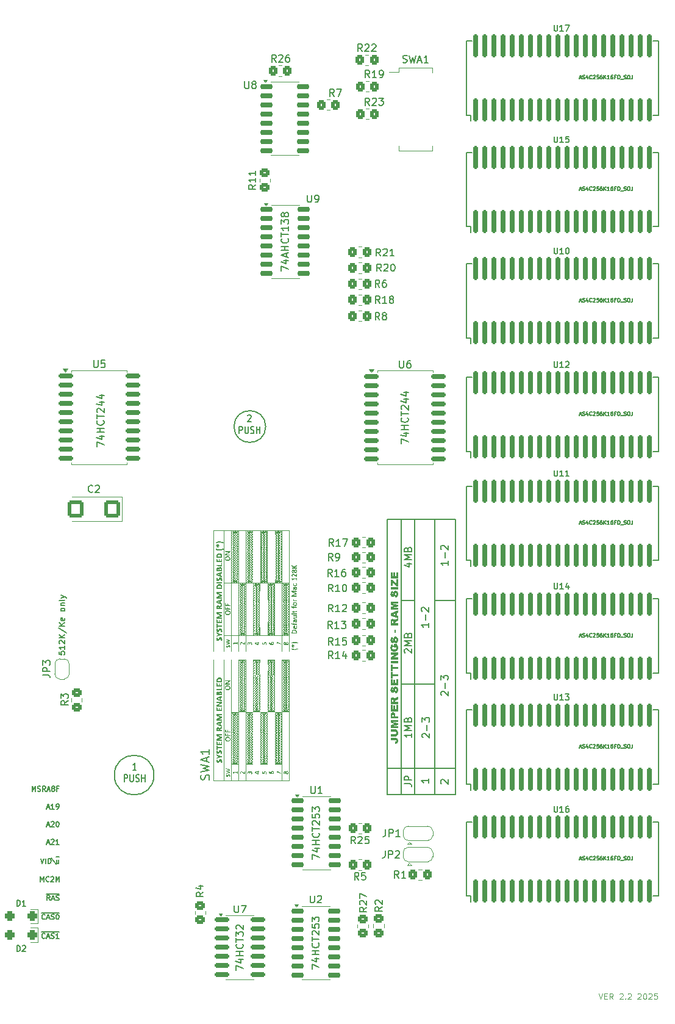
<source format=gto>
G04 #@! TF.GenerationSoftware,KiCad,Pcbnew,8.0.5*
G04 #@! TF.CreationDate,2025-01-10T08:41:56-04:00*
G04 #@! TF.ProjectId,RAMEXB_V2_2,52414d45-5842-45f5-9632-5f322e6b6963,rev?*
G04 #@! TF.SameCoordinates,Original*
G04 #@! TF.FileFunction,Legend,Top*
G04 #@! TF.FilePolarity,Positive*
%FSLAX46Y46*%
G04 Gerber Fmt 4.6, Leading zero omitted, Abs format (unit mm)*
G04 Created by KiCad (PCBNEW 8.0.5) date 2025-01-10 08:41:56*
%MOMM*%
%LPD*%
G01*
G04 APERTURE LIST*
G04 Aperture macros list*
%AMRoundRect*
0 Rectangle with rounded corners*
0 $1 Rounding radius*
0 $2 $3 $4 $5 $6 $7 $8 $9 X,Y pos of 4 corners*
0 Add a 4 corners polygon primitive as box body*
4,1,4,$2,$3,$4,$5,$6,$7,$8,$9,$2,$3,0*
0 Add four circle primitives for the rounded corners*
1,1,$1+$1,$2,$3*
1,1,$1+$1,$4,$5*
1,1,$1+$1,$6,$7*
1,1,$1+$1,$8,$9*
0 Add four rect primitives between the rounded corners*
20,1,$1+$1,$2,$3,$4,$5,0*
20,1,$1+$1,$4,$5,$6,$7,0*
20,1,$1+$1,$6,$7,$8,$9,0*
20,1,$1+$1,$8,$9,$2,$3,0*%
%AMFreePoly0*
4,1,19,0.500000,-0.750000,0.000000,-0.750000,0.000000,-0.744911,-0.071157,-0.744911,-0.207708,-0.704816,-0.327430,-0.627875,-0.420627,-0.520320,-0.479746,-0.390866,-0.500000,-0.250000,-0.500000,0.250000,-0.479746,0.390866,-0.420627,0.520320,-0.327430,0.627875,-0.207708,0.704816,-0.071157,0.744911,0.000000,0.744911,0.000000,0.750000,0.500000,0.750000,0.500000,-0.750000,0.500000,-0.750000,
$1*%
%AMFreePoly1*
4,1,19,0.000000,0.744911,0.071157,0.744911,0.207708,0.704816,0.327430,0.627875,0.420627,0.520320,0.479746,0.390866,0.500000,0.250000,0.500000,-0.250000,0.479746,-0.390866,0.420627,-0.520320,0.327430,-0.627875,0.207708,-0.704816,0.071157,-0.744911,0.000000,-0.744911,0.000000,-0.750000,-0.500000,-0.750000,-0.500000,0.750000,0.000000,0.750000,0.000000,0.744911,0.000000,0.744911,
$1*%
%AMFreePoly2*
4,1,19,0.550000,-0.750000,0.000000,-0.750000,0.000000,-0.744911,-0.071157,-0.744911,-0.207708,-0.704816,-0.327430,-0.627875,-0.420627,-0.520320,-0.479746,-0.390866,-0.500000,-0.250000,-0.500000,0.250000,-0.479746,0.390866,-0.420627,0.520320,-0.327430,0.627875,-0.207708,0.704816,-0.071157,0.744911,0.000000,0.744911,0.000000,0.750000,0.550000,0.750000,0.550000,-0.750000,0.550000,-0.750000,
$1*%
%AMFreePoly3*
4,1,19,0.000000,0.744911,0.071157,0.744911,0.207708,0.704816,0.327430,0.627875,0.420627,0.520320,0.479746,0.390866,0.500000,0.250000,0.500000,-0.250000,0.479746,-0.390866,0.420627,-0.520320,0.327430,-0.627875,0.207708,-0.704816,0.071157,-0.744911,0.000000,-0.744911,0.000000,-0.750000,-0.550000,-0.750000,-0.550000,0.750000,0.000000,0.750000,0.000000,0.744911,0.000000,0.744911,
$1*%
G04 Aperture macros list end*
%ADD10C,0.150000*%
%ADD11C,0.200000*%
%ADD12C,0.120000*%
%ADD13C,0.127000*%
%ADD14C,0.203200*%
%ADD15C,0.000000*%
%ADD16RoundRect,0.250000X0.350000X0.450000X-0.350000X0.450000X-0.350000X-0.450000X0.350000X-0.450000X0*%
%ADD17RoundRect,0.175000X0.175000X-1.399000X0.175000X1.399000X-0.175000X1.399000X-0.175000X-1.399000X0*%
%ADD18RoundRect,0.250000X0.450000X-0.350000X0.450000X0.350000X-0.450000X0.350000X-0.450000X-0.350000X0*%
%ADD19RoundRect,0.250000X-0.350000X-0.450000X0.350000X-0.450000X0.350000X0.450000X-0.350000X0.450000X0*%
%ADD20RoundRect,0.350000X0.350000X0.350000X-0.350000X0.350000X-0.350000X-0.350000X0.350000X-0.350000X0*%
%ADD21R,1.250000X0.760000*%
%ADD22FreePoly0,90.000000*%
%ADD23FreePoly1,90.000000*%
%ADD24RoundRect,0.150000X-0.875000X-0.150000X0.875000X-0.150000X0.875000X0.150000X-0.875000X0.150000X0*%
%ADD25RoundRect,0.150000X-0.725000X-0.150000X0.725000X-0.150000X0.725000X0.150000X-0.725000X0.150000X0*%
%ADD26RoundRect,0.250000X-0.450000X0.350000X-0.450000X-0.350000X0.450000X-0.350000X0.450000X0.350000X0*%
%ADD27FreePoly2,0.000000*%
%ADD28R,1.000000X1.500000*%
%ADD29FreePoly3,0.000000*%
%ADD30RoundRect,0.250000X0.875000X0.925000X-0.875000X0.925000X-0.875000X-0.925000X0.875000X-0.925000X0*%
%ADD31RoundRect,0.150000X-0.825000X-0.150000X0.825000X-0.150000X0.825000X0.150000X-0.825000X0.150000X0*%
%ADD32C,3.200000*%
%ADD33R,1.700000X1.700000*%
%ADD34O,1.700000X1.700000*%
G04 APERTURE END LIST*
D10*
X209610000Y-122370000D02*
X209610000Y-84190000D01*
X209610000Y-95480000D02*
X211490000Y-95480000D01*
X190800000Y-71350000D02*
G75*
G02*
X186400000Y-71350000I-2200000J0D01*
G01*
X186400000Y-71350000D02*
G75*
G02*
X190800000Y-71350000I2200000J0D01*
G01*
X214290000Y-95490000D02*
X217170000Y-95490000D01*
X209610000Y-107110000D02*
X214300000Y-107110000D01*
X207710000Y-118760000D02*
X217110000Y-118760000D01*
X214280000Y-122380000D02*
X214280000Y-84200000D01*
X211500000Y-122400000D02*
X211500000Y-84220000D01*
X175294167Y-119702720D02*
G75*
G02*
X169794167Y-119702720I-2750000J0D01*
G01*
X169794167Y-119702720D02*
G75*
G02*
X175294167Y-119702720I2750000J0D01*
G01*
X207710000Y-84190000D02*
X217180000Y-84190000D01*
X217180000Y-122370000D01*
X207710000Y-122370000D01*
X207710000Y-84190000D01*
X158365349Y-121943640D02*
X158365349Y-121243640D01*
X158365349Y-121243640D02*
X158598683Y-121743640D01*
X158598683Y-121743640D02*
X158832016Y-121243640D01*
X158832016Y-121243640D02*
X158832016Y-121943640D01*
X159132016Y-121910307D02*
X159232016Y-121943640D01*
X159232016Y-121943640D02*
X159398683Y-121943640D01*
X159398683Y-121943640D02*
X159465349Y-121910307D01*
X159465349Y-121910307D02*
X159498683Y-121876973D01*
X159498683Y-121876973D02*
X159532016Y-121810307D01*
X159532016Y-121810307D02*
X159532016Y-121743640D01*
X159532016Y-121743640D02*
X159498683Y-121676973D01*
X159498683Y-121676973D02*
X159465349Y-121643640D01*
X159465349Y-121643640D02*
X159398683Y-121610307D01*
X159398683Y-121610307D02*
X159265349Y-121576973D01*
X159265349Y-121576973D02*
X159198683Y-121543640D01*
X159198683Y-121543640D02*
X159165349Y-121510307D01*
X159165349Y-121510307D02*
X159132016Y-121443640D01*
X159132016Y-121443640D02*
X159132016Y-121376973D01*
X159132016Y-121376973D02*
X159165349Y-121310307D01*
X159165349Y-121310307D02*
X159198683Y-121276973D01*
X159198683Y-121276973D02*
X159265349Y-121243640D01*
X159265349Y-121243640D02*
X159432016Y-121243640D01*
X159432016Y-121243640D02*
X159532016Y-121276973D01*
X160232016Y-121943640D02*
X159998683Y-121610307D01*
X159832016Y-121943640D02*
X159832016Y-121243640D01*
X159832016Y-121243640D02*
X160098683Y-121243640D01*
X160098683Y-121243640D02*
X160165350Y-121276973D01*
X160165350Y-121276973D02*
X160198683Y-121310307D01*
X160198683Y-121310307D02*
X160232016Y-121376973D01*
X160232016Y-121376973D02*
X160232016Y-121476973D01*
X160232016Y-121476973D02*
X160198683Y-121543640D01*
X160198683Y-121543640D02*
X160165350Y-121576973D01*
X160165350Y-121576973D02*
X160098683Y-121610307D01*
X160098683Y-121610307D02*
X159832016Y-121610307D01*
X160498683Y-121743640D02*
X160832016Y-121743640D01*
X160432016Y-121943640D02*
X160665350Y-121243640D01*
X160665350Y-121243640D02*
X160898683Y-121943640D01*
X161232016Y-121543640D02*
X161165350Y-121510307D01*
X161165350Y-121510307D02*
X161132016Y-121476973D01*
X161132016Y-121476973D02*
X161098683Y-121410307D01*
X161098683Y-121410307D02*
X161098683Y-121376973D01*
X161098683Y-121376973D02*
X161132016Y-121310307D01*
X161132016Y-121310307D02*
X161165350Y-121276973D01*
X161165350Y-121276973D02*
X161232016Y-121243640D01*
X161232016Y-121243640D02*
X161365350Y-121243640D01*
X161365350Y-121243640D02*
X161432016Y-121276973D01*
X161432016Y-121276973D02*
X161465350Y-121310307D01*
X161465350Y-121310307D02*
X161498683Y-121376973D01*
X161498683Y-121376973D02*
X161498683Y-121410307D01*
X161498683Y-121410307D02*
X161465350Y-121476973D01*
X161465350Y-121476973D02*
X161432016Y-121510307D01*
X161432016Y-121510307D02*
X161365350Y-121543640D01*
X161365350Y-121543640D02*
X161232016Y-121543640D01*
X161232016Y-121543640D02*
X161165350Y-121576973D01*
X161165350Y-121576973D02*
X161132016Y-121610307D01*
X161132016Y-121610307D02*
X161098683Y-121676973D01*
X161098683Y-121676973D02*
X161098683Y-121810307D01*
X161098683Y-121810307D02*
X161132016Y-121876973D01*
X161132016Y-121876973D02*
X161165350Y-121910307D01*
X161165350Y-121910307D02*
X161232016Y-121943640D01*
X161232016Y-121943640D02*
X161365350Y-121943640D01*
X161365350Y-121943640D02*
X161432016Y-121910307D01*
X161432016Y-121910307D02*
X161465350Y-121876973D01*
X161465350Y-121876973D02*
X161498683Y-121810307D01*
X161498683Y-121810307D02*
X161498683Y-121676973D01*
X161498683Y-121676973D02*
X161465350Y-121610307D01*
X161465350Y-121610307D02*
X161432016Y-121576973D01*
X161432016Y-121576973D02*
X161365350Y-121543640D01*
X162032017Y-121576973D02*
X161798683Y-121576973D01*
X161798683Y-121943640D02*
X161798683Y-121243640D01*
X161798683Y-121243640D02*
X162132017Y-121243640D01*
X160165349Y-142289866D02*
X160132016Y-142323200D01*
X160132016Y-142323200D02*
X160032016Y-142356533D01*
X160032016Y-142356533D02*
X159965349Y-142356533D01*
X159965349Y-142356533D02*
X159865349Y-142323200D01*
X159865349Y-142323200D02*
X159798683Y-142256533D01*
X159798683Y-142256533D02*
X159765349Y-142189866D01*
X159765349Y-142189866D02*
X159732016Y-142056533D01*
X159732016Y-142056533D02*
X159732016Y-141956533D01*
X159732016Y-141956533D02*
X159765349Y-141823200D01*
X159765349Y-141823200D02*
X159798683Y-141756533D01*
X159798683Y-141756533D02*
X159865349Y-141689866D01*
X159865349Y-141689866D02*
X159965349Y-141656533D01*
X159965349Y-141656533D02*
X160032016Y-141656533D01*
X160032016Y-141656533D02*
X160132016Y-141689866D01*
X160132016Y-141689866D02*
X160165349Y-141723200D01*
X160432016Y-142156533D02*
X160765349Y-142156533D01*
X160365349Y-142356533D02*
X160598683Y-141656533D01*
X160598683Y-141656533D02*
X160832016Y-142356533D01*
X161032016Y-142323200D02*
X161132016Y-142356533D01*
X161132016Y-142356533D02*
X161298683Y-142356533D01*
X161298683Y-142356533D02*
X161365349Y-142323200D01*
X161365349Y-142323200D02*
X161398683Y-142289866D01*
X161398683Y-142289866D02*
X161432016Y-142223200D01*
X161432016Y-142223200D02*
X161432016Y-142156533D01*
X161432016Y-142156533D02*
X161398683Y-142089866D01*
X161398683Y-142089866D02*
X161365349Y-142056533D01*
X161365349Y-142056533D02*
X161298683Y-142023200D01*
X161298683Y-142023200D02*
X161165349Y-141989866D01*
X161165349Y-141989866D02*
X161098683Y-141956533D01*
X161098683Y-141956533D02*
X161065349Y-141923200D01*
X161065349Y-141923200D02*
X161032016Y-141856533D01*
X161032016Y-141856533D02*
X161032016Y-141789866D01*
X161032016Y-141789866D02*
X161065349Y-141723200D01*
X161065349Y-141723200D02*
X161098683Y-141689866D01*
X161098683Y-141689866D02*
X161165349Y-141656533D01*
X161165349Y-141656533D02*
X161332016Y-141656533D01*
X161332016Y-141656533D02*
X161432016Y-141689866D01*
X162098683Y-142356533D02*
X161698683Y-142356533D01*
X161898683Y-142356533D02*
X161898683Y-141656533D01*
X161898683Y-141656533D02*
X161832016Y-141756533D01*
X161832016Y-141756533D02*
X161765350Y-141823200D01*
X161765350Y-141823200D02*
X161698683Y-141856533D01*
X159668683Y-141462200D02*
X162162017Y-141462200D01*
X213429819Y-98619411D02*
X213429819Y-99190839D01*
X213429819Y-98905125D02*
X212429819Y-98905125D01*
X212429819Y-98905125D02*
X212572676Y-99000363D01*
X212572676Y-99000363D02*
X212667914Y-99095601D01*
X212667914Y-99095601D02*
X212715533Y-99190839D01*
X213048866Y-98190839D02*
X213048866Y-97428935D01*
X212525057Y-97000363D02*
X212477438Y-96952744D01*
X212477438Y-96952744D02*
X212429819Y-96857506D01*
X212429819Y-96857506D02*
X212429819Y-96619411D01*
X212429819Y-96619411D02*
X212477438Y-96524173D01*
X212477438Y-96524173D02*
X212525057Y-96476554D01*
X212525057Y-96476554D02*
X212620295Y-96428935D01*
X212620295Y-96428935D02*
X212715533Y-96428935D01*
X212715533Y-96428935D02*
X212858390Y-96476554D01*
X212858390Y-96476554D02*
X213429819Y-97047982D01*
X213429819Y-97047982D02*
X213429819Y-96428935D01*
X162114295Y-102559887D02*
X162114295Y-102940839D01*
X162114295Y-102940839D02*
X162495247Y-102978935D01*
X162495247Y-102978935D02*
X162457152Y-102940839D01*
X162457152Y-102940839D02*
X162419057Y-102864649D01*
X162419057Y-102864649D02*
X162419057Y-102674173D01*
X162419057Y-102674173D02*
X162457152Y-102597982D01*
X162457152Y-102597982D02*
X162495247Y-102559887D01*
X162495247Y-102559887D02*
X162571438Y-102521792D01*
X162571438Y-102521792D02*
X162761914Y-102521792D01*
X162761914Y-102521792D02*
X162838104Y-102559887D01*
X162838104Y-102559887D02*
X162876200Y-102597982D01*
X162876200Y-102597982D02*
X162914295Y-102674173D01*
X162914295Y-102674173D02*
X162914295Y-102864649D01*
X162914295Y-102864649D02*
X162876200Y-102940839D01*
X162876200Y-102940839D02*
X162838104Y-102978935D01*
X162914295Y-101759887D02*
X162914295Y-102217030D01*
X162914295Y-101988458D02*
X162114295Y-101988458D01*
X162114295Y-101988458D02*
X162228580Y-102064649D01*
X162228580Y-102064649D02*
X162304771Y-102140839D01*
X162304771Y-102140839D02*
X162342866Y-102217030D01*
X162190485Y-101455125D02*
X162152390Y-101417029D01*
X162152390Y-101417029D02*
X162114295Y-101340839D01*
X162114295Y-101340839D02*
X162114295Y-101150363D01*
X162114295Y-101150363D02*
X162152390Y-101074172D01*
X162152390Y-101074172D02*
X162190485Y-101036077D01*
X162190485Y-101036077D02*
X162266676Y-100997982D01*
X162266676Y-100997982D02*
X162342866Y-100997982D01*
X162342866Y-100997982D02*
X162457152Y-101036077D01*
X162457152Y-101036077D02*
X162914295Y-101493220D01*
X162914295Y-101493220D02*
X162914295Y-100997982D01*
X162914295Y-100655124D02*
X162114295Y-100655124D01*
X162914295Y-100197981D02*
X162457152Y-100540839D01*
X162114295Y-100197981D02*
X162571438Y-100655124D01*
X162076200Y-99283696D02*
X163104771Y-99969410D01*
X162914295Y-99017029D02*
X162114295Y-99017029D01*
X162914295Y-98559886D02*
X162457152Y-98902744D01*
X162114295Y-98559886D02*
X162571438Y-99017029D01*
X162876200Y-97912267D02*
X162914295Y-97988458D01*
X162914295Y-97988458D02*
X162914295Y-98140839D01*
X162914295Y-98140839D02*
X162876200Y-98217029D01*
X162876200Y-98217029D02*
X162800009Y-98255125D01*
X162800009Y-98255125D02*
X162495247Y-98255125D01*
X162495247Y-98255125D02*
X162419057Y-98217029D01*
X162419057Y-98217029D02*
X162380961Y-98140839D01*
X162380961Y-98140839D02*
X162380961Y-97988458D01*
X162380961Y-97988458D02*
X162419057Y-97912267D01*
X162419057Y-97912267D02*
X162495247Y-97874172D01*
X162495247Y-97874172D02*
X162571438Y-97874172D01*
X162571438Y-97874172D02*
X162647628Y-98255125D01*
X162914295Y-96807506D02*
X162876200Y-96883696D01*
X162876200Y-96883696D02*
X162838104Y-96921791D01*
X162838104Y-96921791D02*
X162761914Y-96959887D01*
X162761914Y-96959887D02*
X162533342Y-96959887D01*
X162533342Y-96959887D02*
X162457152Y-96921791D01*
X162457152Y-96921791D02*
X162419057Y-96883696D01*
X162419057Y-96883696D02*
X162380961Y-96807506D01*
X162380961Y-96807506D02*
X162380961Y-96693220D01*
X162380961Y-96693220D02*
X162419057Y-96617029D01*
X162419057Y-96617029D02*
X162457152Y-96578934D01*
X162457152Y-96578934D02*
X162533342Y-96540839D01*
X162533342Y-96540839D02*
X162761914Y-96540839D01*
X162761914Y-96540839D02*
X162838104Y-96578934D01*
X162838104Y-96578934D02*
X162876200Y-96617029D01*
X162876200Y-96617029D02*
X162914295Y-96693220D01*
X162914295Y-96693220D02*
X162914295Y-96807506D01*
X162380961Y-96197981D02*
X162914295Y-96197981D01*
X162457152Y-96197981D02*
X162419057Y-96159886D01*
X162419057Y-96159886D02*
X162380961Y-96083696D01*
X162380961Y-96083696D02*
X162380961Y-95969410D01*
X162380961Y-95969410D02*
X162419057Y-95893219D01*
X162419057Y-95893219D02*
X162495247Y-95855124D01*
X162495247Y-95855124D02*
X162914295Y-95855124D01*
X162914295Y-95359886D02*
X162876200Y-95436076D01*
X162876200Y-95436076D02*
X162800009Y-95474171D01*
X162800009Y-95474171D02*
X162114295Y-95474171D01*
X162380961Y-95131314D02*
X162914295Y-94940838D01*
X162380961Y-94750361D02*
X162914295Y-94940838D01*
X162914295Y-94940838D02*
X163104771Y-95017028D01*
X163104771Y-95017028D02*
X163142866Y-95055123D01*
X163142866Y-95055123D02*
X163180961Y-95131314D01*
X159512016Y-134484196D02*
X159512016Y-133784196D01*
X159512016Y-133784196D02*
X159745350Y-134284196D01*
X159745350Y-134284196D02*
X159978683Y-133784196D01*
X159978683Y-133784196D02*
X159978683Y-134484196D01*
X160712016Y-134417529D02*
X160678683Y-134450863D01*
X160678683Y-134450863D02*
X160578683Y-134484196D01*
X160578683Y-134484196D02*
X160512016Y-134484196D01*
X160512016Y-134484196D02*
X160412016Y-134450863D01*
X160412016Y-134450863D02*
X160345350Y-134384196D01*
X160345350Y-134384196D02*
X160312016Y-134317529D01*
X160312016Y-134317529D02*
X160278683Y-134184196D01*
X160278683Y-134184196D02*
X160278683Y-134084196D01*
X160278683Y-134084196D02*
X160312016Y-133950863D01*
X160312016Y-133950863D02*
X160345350Y-133884196D01*
X160345350Y-133884196D02*
X160412016Y-133817529D01*
X160412016Y-133817529D02*
X160512016Y-133784196D01*
X160512016Y-133784196D02*
X160578683Y-133784196D01*
X160578683Y-133784196D02*
X160678683Y-133817529D01*
X160678683Y-133817529D02*
X160712016Y-133850863D01*
X160978683Y-133850863D02*
X161012016Y-133817529D01*
X161012016Y-133817529D02*
X161078683Y-133784196D01*
X161078683Y-133784196D02*
X161245350Y-133784196D01*
X161245350Y-133784196D02*
X161312016Y-133817529D01*
X161312016Y-133817529D02*
X161345350Y-133850863D01*
X161345350Y-133850863D02*
X161378683Y-133917529D01*
X161378683Y-133917529D02*
X161378683Y-133984196D01*
X161378683Y-133984196D02*
X161345350Y-134084196D01*
X161345350Y-134084196D02*
X160945350Y-134484196D01*
X160945350Y-134484196D02*
X161378683Y-134484196D01*
X161678683Y-134484196D02*
X161678683Y-133784196D01*
X161678683Y-133784196D02*
X161912017Y-134284196D01*
X161912017Y-134284196D02*
X162145350Y-133784196D01*
X162145350Y-133784196D02*
X162145350Y-134484196D01*
X160432016Y-126655196D02*
X160765349Y-126655196D01*
X160365349Y-126855196D02*
X160598683Y-126155196D01*
X160598683Y-126155196D02*
X160832016Y-126855196D01*
X161032016Y-126221863D02*
X161065349Y-126188529D01*
X161065349Y-126188529D02*
X161132016Y-126155196D01*
X161132016Y-126155196D02*
X161298683Y-126155196D01*
X161298683Y-126155196D02*
X161365349Y-126188529D01*
X161365349Y-126188529D02*
X161398683Y-126221863D01*
X161398683Y-126221863D02*
X161432016Y-126288529D01*
X161432016Y-126288529D02*
X161432016Y-126355196D01*
X161432016Y-126355196D02*
X161398683Y-126455196D01*
X161398683Y-126455196D02*
X160998683Y-126855196D01*
X160998683Y-126855196D02*
X161432016Y-126855196D01*
X161865350Y-126155196D02*
X161932016Y-126155196D01*
X161932016Y-126155196D02*
X161998683Y-126188529D01*
X161998683Y-126188529D02*
X162032016Y-126221863D01*
X162032016Y-126221863D02*
X162065350Y-126288529D01*
X162065350Y-126288529D02*
X162098683Y-126421863D01*
X162098683Y-126421863D02*
X162098683Y-126588529D01*
X162098683Y-126588529D02*
X162065350Y-126721863D01*
X162065350Y-126721863D02*
X162032016Y-126788529D01*
X162032016Y-126788529D02*
X161998683Y-126821863D01*
X161998683Y-126821863D02*
X161932016Y-126855196D01*
X161932016Y-126855196D02*
X161865350Y-126855196D01*
X161865350Y-126855196D02*
X161798683Y-126821863D01*
X161798683Y-126821863D02*
X161765350Y-126788529D01*
X161765350Y-126788529D02*
X161732016Y-126721863D01*
X161732016Y-126721863D02*
X161698683Y-126588529D01*
X161698683Y-126588529D02*
X161698683Y-126421863D01*
X161698683Y-126421863D02*
X161732016Y-126288529D01*
X161732016Y-126288529D02*
X161765350Y-126221863D01*
X161765350Y-126221863D02*
X161798683Y-126188529D01*
X161798683Y-126188529D02*
X161865350Y-126155196D01*
X159565350Y-131258418D02*
X159798684Y-131958418D01*
X159798684Y-131958418D02*
X160032017Y-131258418D01*
X160265350Y-131958418D02*
X160265350Y-131258418D01*
X160598683Y-131958418D02*
X160598683Y-131258418D01*
X160598683Y-131258418D02*
X160765350Y-131258418D01*
X160765350Y-131258418D02*
X160865350Y-131291751D01*
X160865350Y-131291751D02*
X160932017Y-131358418D01*
X160932017Y-131358418D02*
X160965350Y-131425085D01*
X160965350Y-131425085D02*
X160998683Y-131558418D01*
X160998683Y-131558418D02*
X160998683Y-131658418D01*
X160998683Y-131658418D02*
X160965350Y-131791751D01*
X160965350Y-131791751D02*
X160932017Y-131858418D01*
X160932017Y-131858418D02*
X160865350Y-131925085D01*
X160865350Y-131925085D02*
X160765350Y-131958418D01*
X160765350Y-131958418D02*
X160598683Y-131958418D01*
X161065350Y-131191751D02*
X161665350Y-132091751D01*
X162065350Y-131491751D02*
X162065350Y-131958418D01*
X161765350Y-131491751D02*
X161765350Y-131858418D01*
X161765350Y-131858418D02*
X161798684Y-131925085D01*
X161798684Y-131925085D02*
X161865350Y-131958418D01*
X161865350Y-131958418D02*
X161965350Y-131958418D01*
X161965350Y-131958418D02*
X162032017Y-131925085D01*
X162032017Y-131925085D02*
X162065350Y-131891751D01*
X161668684Y-131064085D02*
X162162017Y-131064085D01*
X215215057Y-120900839D02*
X215167438Y-120853220D01*
X215167438Y-120853220D02*
X215119819Y-120757982D01*
X215119819Y-120757982D02*
X215119819Y-120519887D01*
X215119819Y-120519887D02*
X215167438Y-120424649D01*
X215167438Y-120424649D02*
X215215057Y-120377030D01*
X215215057Y-120377030D02*
X215310295Y-120329411D01*
X215310295Y-120329411D02*
X215405533Y-120329411D01*
X215405533Y-120329411D02*
X215548390Y-120377030D01*
X215548390Y-120377030D02*
X216119819Y-120948458D01*
X216119819Y-120948458D02*
X216119819Y-120329411D01*
X160832016Y-137061640D02*
X160598683Y-136728307D01*
X160432016Y-137061640D02*
X160432016Y-136361640D01*
X160432016Y-136361640D02*
X160698683Y-136361640D01*
X160698683Y-136361640D02*
X160765350Y-136394973D01*
X160765350Y-136394973D02*
X160798683Y-136428307D01*
X160798683Y-136428307D02*
X160832016Y-136494973D01*
X160832016Y-136494973D02*
X160832016Y-136594973D01*
X160832016Y-136594973D02*
X160798683Y-136661640D01*
X160798683Y-136661640D02*
X160765350Y-136694973D01*
X160765350Y-136694973D02*
X160698683Y-136728307D01*
X160698683Y-136728307D02*
X160432016Y-136728307D01*
X161098683Y-136861640D02*
X161432016Y-136861640D01*
X161032016Y-137061640D02*
X161265350Y-136361640D01*
X161265350Y-136361640D02*
X161498683Y-137061640D01*
X161698683Y-137028307D02*
X161798683Y-137061640D01*
X161798683Y-137061640D02*
X161965350Y-137061640D01*
X161965350Y-137061640D02*
X162032016Y-137028307D01*
X162032016Y-137028307D02*
X162065350Y-136994973D01*
X162065350Y-136994973D02*
X162098683Y-136928307D01*
X162098683Y-136928307D02*
X162098683Y-136861640D01*
X162098683Y-136861640D02*
X162065350Y-136794973D01*
X162065350Y-136794973D02*
X162032016Y-136761640D01*
X162032016Y-136761640D02*
X161965350Y-136728307D01*
X161965350Y-136728307D02*
X161832016Y-136694973D01*
X161832016Y-136694973D02*
X161765350Y-136661640D01*
X161765350Y-136661640D02*
X161732016Y-136628307D01*
X161732016Y-136628307D02*
X161698683Y-136561640D01*
X161698683Y-136561640D02*
X161698683Y-136494973D01*
X161698683Y-136494973D02*
X161732016Y-136428307D01*
X161732016Y-136428307D02*
X161765350Y-136394973D01*
X161765350Y-136394973D02*
X161832016Y-136361640D01*
X161832016Y-136361640D02*
X161998683Y-136361640D01*
X161998683Y-136361640D02*
X162098683Y-136394973D01*
X160335350Y-136167307D02*
X162162017Y-136167307D01*
X215235057Y-108630839D02*
X215187438Y-108583220D01*
X215187438Y-108583220D02*
X215139819Y-108487982D01*
X215139819Y-108487982D02*
X215139819Y-108249887D01*
X215139819Y-108249887D02*
X215187438Y-108154649D01*
X215187438Y-108154649D02*
X215235057Y-108107030D01*
X215235057Y-108107030D02*
X215330295Y-108059411D01*
X215330295Y-108059411D02*
X215425533Y-108059411D01*
X215425533Y-108059411D02*
X215568390Y-108107030D01*
X215568390Y-108107030D02*
X216139819Y-108678458D01*
X216139819Y-108678458D02*
X216139819Y-108059411D01*
X215758866Y-107630839D02*
X215758866Y-106868935D01*
X215139819Y-106487982D02*
X215139819Y-105868935D01*
X215139819Y-105868935D02*
X215520771Y-106202268D01*
X215520771Y-106202268D02*
X215520771Y-106059411D01*
X215520771Y-106059411D02*
X215568390Y-105964173D01*
X215568390Y-105964173D02*
X215616009Y-105916554D01*
X215616009Y-105916554D02*
X215711247Y-105868935D01*
X215711247Y-105868935D02*
X215949342Y-105868935D01*
X215949342Y-105868935D02*
X216044580Y-105916554D01*
X216044580Y-105916554D02*
X216092200Y-105964173D01*
X216092200Y-105964173D02*
X216139819Y-106059411D01*
X216139819Y-106059411D02*
X216139819Y-106345125D01*
X216139819Y-106345125D02*
X216092200Y-106440363D01*
X216092200Y-106440363D02*
X216044580Y-106487982D01*
X160432016Y-124199418D02*
X160765349Y-124199418D01*
X160365349Y-124399418D02*
X160598683Y-123699418D01*
X160598683Y-123699418D02*
X160832016Y-124399418D01*
X161432016Y-124399418D02*
X161032016Y-124399418D01*
X161232016Y-124399418D02*
X161232016Y-123699418D01*
X161232016Y-123699418D02*
X161165349Y-123799418D01*
X161165349Y-123799418D02*
X161098683Y-123866085D01*
X161098683Y-123866085D02*
X161032016Y-123899418D01*
X161765350Y-124399418D02*
X161898683Y-124399418D01*
X161898683Y-124399418D02*
X161965350Y-124366085D01*
X161965350Y-124366085D02*
X161998683Y-124332751D01*
X161998683Y-124332751D02*
X162065350Y-124232751D01*
X162065350Y-124232751D02*
X162098683Y-124099418D01*
X162098683Y-124099418D02*
X162098683Y-123832751D01*
X162098683Y-123832751D02*
X162065350Y-123766085D01*
X162065350Y-123766085D02*
X162032016Y-123732751D01*
X162032016Y-123732751D02*
X161965350Y-123699418D01*
X161965350Y-123699418D02*
X161832016Y-123699418D01*
X161832016Y-123699418D02*
X161765350Y-123732751D01*
X161765350Y-123732751D02*
X161732016Y-123766085D01*
X161732016Y-123766085D02*
X161698683Y-123832751D01*
X161698683Y-123832751D02*
X161698683Y-123999418D01*
X161698683Y-123999418D02*
X161732016Y-124066085D01*
X161732016Y-124066085D02*
X161765350Y-124099418D01*
X161765350Y-124099418D02*
X161832016Y-124132751D01*
X161832016Y-124132751D02*
X161965350Y-124132751D01*
X161965350Y-124132751D02*
X162032016Y-124099418D01*
X162032016Y-124099418D02*
X162065350Y-124066085D01*
X162065350Y-124066085D02*
X162098683Y-123999418D01*
X172828571Y-119009875D02*
X172371428Y-119009875D01*
X172600000Y-119009875D02*
X172600000Y-118009875D01*
X172600000Y-118009875D02*
X172523809Y-118152732D01*
X172523809Y-118152732D02*
X172447619Y-118247970D01*
X172447619Y-118247970D02*
X172371428Y-118295589D01*
X171171429Y-120619819D02*
X171171429Y-119619819D01*
X171171429Y-119619819D02*
X171476191Y-119619819D01*
X171476191Y-119619819D02*
X171552381Y-119667438D01*
X171552381Y-119667438D02*
X171590476Y-119715057D01*
X171590476Y-119715057D02*
X171628572Y-119810295D01*
X171628572Y-119810295D02*
X171628572Y-119953152D01*
X171628572Y-119953152D02*
X171590476Y-120048390D01*
X171590476Y-120048390D02*
X171552381Y-120096009D01*
X171552381Y-120096009D02*
X171476191Y-120143628D01*
X171476191Y-120143628D02*
X171171429Y-120143628D01*
X171971429Y-119619819D02*
X171971429Y-120429342D01*
X171971429Y-120429342D02*
X172009524Y-120524580D01*
X172009524Y-120524580D02*
X172047619Y-120572200D01*
X172047619Y-120572200D02*
X172123810Y-120619819D01*
X172123810Y-120619819D02*
X172276191Y-120619819D01*
X172276191Y-120619819D02*
X172352381Y-120572200D01*
X172352381Y-120572200D02*
X172390476Y-120524580D01*
X172390476Y-120524580D02*
X172428572Y-120429342D01*
X172428572Y-120429342D02*
X172428572Y-119619819D01*
X172771428Y-120572200D02*
X172885714Y-120619819D01*
X172885714Y-120619819D02*
X173076190Y-120619819D01*
X173076190Y-120619819D02*
X173152381Y-120572200D01*
X173152381Y-120572200D02*
X173190476Y-120524580D01*
X173190476Y-120524580D02*
X173228571Y-120429342D01*
X173228571Y-120429342D02*
X173228571Y-120334104D01*
X173228571Y-120334104D02*
X173190476Y-120238866D01*
X173190476Y-120238866D02*
X173152381Y-120191247D01*
X173152381Y-120191247D02*
X173076190Y-120143628D01*
X173076190Y-120143628D02*
X172923809Y-120096009D01*
X172923809Y-120096009D02*
X172847619Y-120048390D01*
X172847619Y-120048390D02*
X172809524Y-120000771D01*
X172809524Y-120000771D02*
X172771428Y-119905533D01*
X172771428Y-119905533D02*
X172771428Y-119810295D01*
X172771428Y-119810295D02*
X172809524Y-119715057D01*
X172809524Y-119715057D02*
X172847619Y-119667438D01*
X172847619Y-119667438D02*
X172923809Y-119619819D01*
X172923809Y-119619819D02*
X173114286Y-119619819D01*
X173114286Y-119619819D02*
X173228571Y-119667438D01*
X173571429Y-120619819D02*
X173571429Y-119619819D01*
X173571429Y-120096009D02*
X174028572Y-120096009D01*
X174028572Y-120619819D02*
X174028572Y-119619819D01*
X188321428Y-69805113D02*
X188359524Y-69757494D01*
X188359524Y-69757494D02*
X188435714Y-69709875D01*
X188435714Y-69709875D02*
X188626190Y-69709875D01*
X188626190Y-69709875D02*
X188702381Y-69757494D01*
X188702381Y-69757494D02*
X188740476Y-69805113D01*
X188740476Y-69805113D02*
X188778571Y-69900351D01*
X188778571Y-69900351D02*
X188778571Y-69995589D01*
X188778571Y-69995589D02*
X188740476Y-70138446D01*
X188740476Y-70138446D02*
X188283333Y-70709875D01*
X188283333Y-70709875D02*
X188778571Y-70709875D01*
X187121429Y-72319819D02*
X187121429Y-71319819D01*
X187121429Y-71319819D02*
X187426191Y-71319819D01*
X187426191Y-71319819D02*
X187502381Y-71367438D01*
X187502381Y-71367438D02*
X187540476Y-71415057D01*
X187540476Y-71415057D02*
X187578572Y-71510295D01*
X187578572Y-71510295D02*
X187578572Y-71653152D01*
X187578572Y-71653152D02*
X187540476Y-71748390D01*
X187540476Y-71748390D02*
X187502381Y-71796009D01*
X187502381Y-71796009D02*
X187426191Y-71843628D01*
X187426191Y-71843628D02*
X187121429Y-71843628D01*
X187921429Y-71319819D02*
X187921429Y-72129342D01*
X187921429Y-72129342D02*
X187959524Y-72224580D01*
X187959524Y-72224580D02*
X187997619Y-72272200D01*
X187997619Y-72272200D02*
X188073810Y-72319819D01*
X188073810Y-72319819D02*
X188226191Y-72319819D01*
X188226191Y-72319819D02*
X188302381Y-72272200D01*
X188302381Y-72272200D02*
X188340476Y-72224580D01*
X188340476Y-72224580D02*
X188378572Y-72129342D01*
X188378572Y-72129342D02*
X188378572Y-71319819D01*
X188721428Y-72272200D02*
X188835714Y-72319819D01*
X188835714Y-72319819D02*
X189026190Y-72319819D01*
X189026190Y-72319819D02*
X189102381Y-72272200D01*
X189102381Y-72272200D02*
X189140476Y-72224580D01*
X189140476Y-72224580D02*
X189178571Y-72129342D01*
X189178571Y-72129342D02*
X189178571Y-72034104D01*
X189178571Y-72034104D02*
X189140476Y-71938866D01*
X189140476Y-71938866D02*
X189102381Y-71891247D01*
X189102381Y-71891247D02*
X189026190Y-71843628D01*
X189026190Y-71843628D02*
X188873809Y-71796009D01*
X188873809Y-71796009D02*
X188797619Y-71748390D01*
X188797619Y-71748390D02*
X188759524Y-71700771D01*
X188759524Y-71700771D02*
X188721428Y-71605533D01*
X188721428Y-71605533D02*
X188721428Y-71510295D01*
X188721428Y-71510295D02*
X188759524Y-71415057D01*
X188759524Y-71415057D02*
X188797619Y-71367438D01*
X188797619Y-71367438D02*
X188873809Y-71319819D01*
X188873809Y-71319819D02*
X189064286Y-71319819D01*
X189064286Y-71319819D02*
X189178571Y-71367438D01*
X189521429Y-72319819D02*
X189521429Y-71319819D01*
X189521429Y-71796009D02*
X189978572Y-71796009D01*
X189978572Y-72319819D02*
X189978572Y-71319819D01*
D11*
X211077219Y-113916517D02*
X211077219Y-114487945D01*
X211077219Y-114202231D02*
X210077219Y-114202231D01*
X210077219Y-114202231D02*
X210220076Y-114297469D01*
X210220076Y-114297469D02*
X210315314Y-114392707D01*
X210315314Y-114392707D02*
X210362933Y-114487945D01*
X211077219Y-113487945D02*
X210077219Y-113487945D01*
X210077219Y-113487945D02*
X210791504Y-113154612D01*
X210791504Y-113154612D02*
X210077219Y-112821279D01*
X210077219Y-112821279D02*
X211077219Y-112821279D01*
X210553409Y-112011755D02*
X210601028Y-111868898D01*
X210601028Y-111868898D02*
X210648647Y-111821279D01*
X210648647Y-111821279D02*
X210743885Y-111773660D01*
X210743885Y-111773660D02*
X210886742Y-111773660D01*
X210886742Y-111773660D02*
X210981980Y-111821279D01*
X210981980Y-111821279D02*
X211029600Y-111868898D01*
X211029600Y-111868898D02*
X211077219Y-111964136D01*
X211077219Y-111964136D02*
X211077219Y-112345088D01*
X211077219Y-112345088D02*
X210077219Y-112345088D01*
X210077219Y-112345088D02*
X210077219Y-112011755D01*
X210077219Y-112011755D02*
X210124838Y-111916517D01*
X210124838Y-111916517D02*
X210172457Y-111868898D01*
X210172457Y-111868898D02*
X210267695Y-111821279D01*
X210267695Y-111821279D02*
X210362933Y-111821279D01*
X210362933Y-111821279D02*
X210458171Y-111868898D01*
X210458171Y-111868898D02*
X210505790Y-111916517D01*
X210505790Y-111916517D02*
X210553409Y-112011755D01*
X210553409Y-112011755D02*
X210553409Y-112345088D01*
X210172457Y-102747945D02*
X210124838Y-102700326D01*
X210124838Y-102700326D02*
X210077219Y-102605088D01*
X210077219Y-102605088D02*
X210077219Y-102366993D01*
X210077219Y-102366993D02*
X210124838Y-102271755D01*
X210124838Y-102271755D02*
X210172457Y-102224136D01*
X210172457Y-102224136D02*
X210267695Y-102176517D01*
X210267695Y-102176517D02*
X210362933Y-102176517D01*
X210362933Y-102176517D02*
X210505790Y-102224136D01*
X210505790Y-102224136D02*
X211077219Y-102795564D01*
X211077219Y-102795564D02*
X211077219Y-102176517D01*
X211077219Y-101747945D02*
X210077219Y-101747945D01*
X210077219Y-101747945D02*
X210791504Y-101414612D01*
X210791504Y-101414612D02*
X210077219Y-101081279D01*
X210077219Y-101081279D02*
X211077219Y-101081279D01*
X210553409Y-100271755D02*
X210601028Y-100128898D01*
X210601028Y-100128898D02*
X210648647Y-100081279D01*
X210648647Y-100081279D02*
X210743885Y-100033660D01*
X210743885Y-100033660D02*
X210886742Y-100033660D01*
X210886742Y-100033660D02*
X210981980Y-100081279D01*
X210981980Y-100081279D02*
X211029600Y-100128898D01*
X211029600Y-100128898D02*
X211077219Y-100224136D01*
X211077219Y-100224136D02*
X211077219Y-100605088D01*
X211077219Y-100605088D02*
X210077219Y-100605088D01*
X210077219Y-100605088D02*
X210077219Y-100271755D01*
X210077219Y-100271755D02*
X210124838Y-100176517D01*
X210124838Y-100176517D02*
X210172457Y-100128898D01*
X210172457Y-100128898D02*
X210267695Y-100081279D01*
X210267695Y-100081279D02*
X210362933Y-100081279D01*
X210362933Y-100081279D02*
X210458171Y-100128898D01*
X210458171Y-100128898D02*
X210505790Y-100176517D01*
X210505790Y-100176517D02*
X210553409Y-100271755D01*
X210553409Y-100271755D02*
X210553409Y-100605088D01*
D10*
X182922456Y-120352546D02*
X182979598Y-120181118D01*
X182979598Y-120181118D02*
X182979598Y-119895403D01*
X182979598Y-119895403D02*
X182922456Y-119781118D01*
X182922456Y-119781118D02*
X182865313Y-119723975D01*
X182865313Y-119723975D02*
X182751027Y-119666832D01*
X182751027Y-119666832D02*
X182636741Y-119666832D01*
X182636741Y-119666832D02*
X182522456Y-119723975D01*
X182522456Y-119723975D02*
X182465313Y-119781118D01*
X182465313Y-119781118D02*
X182408170Y-119895403D01*
X182408170Y-119895403D02*
X182351027Y-120123975D01*
X182351027Y-120123975D02*
X182293884Y-120238260D01*
X182293884Y-120238260D02*
X182236741Y-120295403D01*
X182236741Y-120295403D02*
X182122456Y-120352546D01*
X182122456Y-120352546D02*
X182008170Y-120352546D01*
X182008170Y-120352546D02*
X181893884Y-120295403D01*
X181893884Y-120295403D02*
X181836741Y-120238260D01*
X181836741Y-120238260D02*
X181779598Y-120123975D01*
X181779598Y-120123975D02*
X181779598Y-119838260D01*
X181779598Y-119838260D02*
X181836741Y-119666832D01*
X181779598Y-119266832D02*
X182979598Y-118981118D01*
X182979598Y-118981118D02*
X182122456Y-118752546D01*
X182122456Y-118752546D02*
X182979598Y-118523975D01*
X182979598Y-118523975D02*
X181779598Y-118238261D01*
X182636741Y-117838260D02*
X182636741Y-117266832D01*
X182979598Y-117952546D02*
X181779598Y-117552546D01*
X181779598Y-117552546D02*
X182979598Y-117152546D01*
X182979598Y-116123975D02*
X182979598Y-116809689D01*
X182979598Y-116466832D02*
X181779598Y-116466832D01*
X181779598Y-116466832D02*
X181951027Y-116581118D01*
X181951027Y-116581118D02*
X182065313Y-116695403D01*
X182065313Y-116695403D02*
X182122456Y-116809689D01*
D11*
X210410552Y-90361755D02*
X211077219Y-90361755D01*
X210029600Y-90599850D02*
X210743885Y-90837945D01*
X210743885Y-90837945D02*
X210743885Y-90218898D01*
X211077219Y-89837945D02*
X210077219Y-89837945D01*
X210077219Y-89837945D02*
X210791504Y-89504612D01*
X210791504Y-89504612D02*
X210077219Y-89171279D01*
X210077219Y-89171279D02*
X211077219Y-89171279D01*
X210553409Y-88361755D02*
X210601028Y-88218898D01*
X210601028Y-88218898D02*
X210648647Y-88171279D01*
X210648647Y-88171279D02*
X210743885Y-88123660D01*
X210743885Y-88123660D02*
X210886742Y-88123660D01*
X210886742Y-88123660D02*
X210981980Y-88171279D01*
X210981980Y-88171279D02*
X211029600Y-88218898D01*
X211029600Y-88218898D02*
X211077219Y-88314136D01*
X211077219Y-88314136D02*
X211077219Y-88695088D01*
X211077219Y-88695088D02*
X210077219Y-88695088D01*
X210077219Y-88695088D02*
X210077219Y-88361755D01*
X210077219Y-88361755D02*
X210124838Y-88266517D01*
X210124838Y-88266517D02*
X210172457Y-88218898D01*
X210172457Y-88218898D02*
X210267695Y-88171279D01*
X210267695Y-88171279D02*
X210362933Y-88171279D01*
X210362933Y-88171279D02*
X210458171Y-88218898D01*
X210458171Y-88218898D02*
X210505790Y-88266517D01*
X210505790Y-88266517D02*
X210553409Y-88361755D01*
X210553409Y-88361755D02*
X210553409Y-88695088D01*
D10*
X213449819Y-120209411D02*
X213449819Y-120780839D01*
X213449819Y-120495125D02*
X212449819Y-120495125D01*
X212449819Y-120495125D02*
X212592676Y-120590363D01*
X212592676Y-120590363D02*
X212687914Y-120685601D01*
X212687914Y-120685601D02*
X212735533Y-120780839D01*
X160165349Y-139642417D02*
X160132016Y-139675751D01*
X160132016Y-139675751D02*
X160032016Y-139709084D01*
X160032016Y-139709084D02*
X159965349Y-139709084D01*
X159965349Y-139709084D02*
X159865349Y-139675751D01*
X159865349Y-139675751D02*
X159798683Y-139609084D01*
X159798683Y-139609084D02*
X159765349Y-139542417D01*
X159765349Y-139542417D02*
X159732016Y-139409084D01*
X159732016Y-139409084D02*
X159732016Y-139309084D01*
X159732016Y-139309084D02*
X159765349Y-139175751D01*
X159765349Y-139175751D02*
X159798683Y-139109084D01*
X159798683Y-139109084D02*
X159865349Y-139042417D01*
X159865349Y-139042417D02*
X159965349Y-139009084D01*
X159965349Y-139009084D02*
X160032016Y-139009084D01*
X160032016Y-139009084D02*
X160132016Y-139042417D01*
X160132016Y-139042417D02*
X160165349Y-139075751D01*
X160432016Y-139509084D02*
X160765349Y-139509084D01*
X160365349Y-139709084D02*
X160598683Y-139009084D01*
X160598683Y-139009084D02*
X160832016Y-139709084D01*
X161032016Y-139675751D02*
X161132016Y-139709084D01*
X161132016Y-139709084D02*
X161298683Y-139709084D01*
X161298683Y-139709084D02*
X161365349Y-139675751D01*
X161365349Y-139675751D02*
X161398683Y-139642417D01*
X161398683Y-139642417D02*
X161432016Y-139575751D01*
X161432016Y-139575751D02*
X161432016Y-139509084D01*
X161432016Y-139509084D02*
X161398683Y-139442417D01*
X161398683Y-139442417D02*
X161365349Y-139409084D01*
X161365349Y-139409084D02*
X161298683Y-139375751D01*
X161298683Y-139375751D02*
X161165349Y-139342417D01*
X161165349Y-139342417D02*
X161098683Y-139309084D01*
X161098683Y-139309084D02*
X161065349Y-139275751D01*
X161065349Y-139275751D02*
X161032016Y-139209084D01*
X161032016Y-139209084D02*
X161032016Y-139142417D01*
X161032016Y-139142417D02*
X161065349Y-139075751D01*
X161065349Y-139075751D02*
X161098683Y-139042417D01*
X161098683Y-139042417D02*
X161165349Y-139009084D01*
X161165349Y-139009084D02*
X161332016Y-139009084D01*
X161332016Y-139009084D02*
X161432016Y-139042417D01*
X161865350Y-139009084D02*
X161932016Y-139009084D01*
X161932016Y-139009084D02*
X161998683Y-139042417D01*
X161998683Y-139042417D02*
X162032016Y-139075751D01*
X162032016Y-139075751D02*
X162065350Y-139142417D01*
X162065350Y-139142417D02*
X162098683Y-139275751D01*
X162098683Y-139275751D02*
X162098683Y-139442417D01*
X162098683Y-139442417D02*
X162065350Y-139575751D01*
X162065350Y-139575751D02*
X162032016Y-139642417D01*
X162032016Y-139642417D02*
X161998683Y-139675751D01*
X161998683Y-139675751D02*
X161932016Y-139709084D01*
X161932016Y-139709084D02*
X161865350Y-139709084D01*
X161865350Y-139709084D02*
X161798683Y-139675751D01*
X161798683Y-139675751D02*
X161765350Y-139642417D01*
X161765350Y-139642417D02*
X161732016Y-139575751D01*
X161732016Y-139575751D02*
X161698683Y-139442417D01*
X161698683Y-139442417D02*
X161698683Y-139275751D01*
X161698683Y-139275751D02*
X161732016Y-139142417D01*
X161732016Y-139142417D02*
X161765350Y-139075751D01*
X161765350Y-139075751D02*
X161798683Y-139042417D01*
X161798683Y-139042417D02*
X161865350Y-139009084D01*
X159668683Y-138814751D02*
X162162017Y-138814751D01*
D11*
X210077219Y-120889374D02*
X210791504Y-120889374D01*
X210791504Y-120889374D02*
X210934361Y-120936993D01*
X210934361Y-120936993D02*
X211029600Y-121032231D01*
X211029600Y-121032231D02*
X211077219Y-121175088D01*
X211077219Y-121175088D02*
X211077219Y-121270326D01*
X211077219Y-120413183D02*
X210077219Y-120413183D01*
X210077219Y-120413183D02*
X210077219Y-120032231D01*
X210077219Y-120032231D02*
X210124838Y-119936993D01*
X210124838Y-119936993D02*
X210172457Y-119889374D01*
X210172457Y-119889374D02*
X210267695Y-119841755D01*
X210267695Y-119841755D02*
X210410552Y-119841755D01*
X210410552Y-119841755D02*
X210505790Y-119889374D01*
X210505790Y-119889374D02*
X210553409Y-119936993D01*
X210553409Y-119936993D02*
X210601028Y-120032231D01*
X210601028Y-120032231D02*
X210601028Y-120413183D01*
D10*
X216109819Y-90019411D02*
X216109819Y-90590839D01*
X216109819Y-90305125D02*
X215109819Y-90305125D01*
X215109819Y-90305125D02*
X215252676Y-90400363D01*
X215252676Y-90400363D02*
X215347914Y-90495601D01*
X215347914Y-90495601D02*
X215395533Y-90590839D01*
X215728866Y-89590839D02*
X215728866Y-88828935D01*
X215205057Y-88400363D02*
X215157438Y-88352744D01*
X215157438Y-88352744D02*
X215109819Y-88257506D01*
X215109819Y-88257506D02*
X215109819Y-88019411D01*
X215109819Y-88019411D02*
X215157438Y-87924173D01*
X215157438Y-87924173D02*
X215205057Y-87876554D01*
X215205057Y-87876554D02*
X215300295Y-87828935D01*
X215300295Y-87828935D02*
X215395533Y-87828935D01*
X215395533Y-87828935D02*
X215538390Y-87876554D01*
X215538390Y-87876554D02*
X216109819Y-88447982D01*
X216109819Y-88447982D02*
X216109819Y-87828935D01*
X212635057Y-114485601D02*
X212587438Y-114437982D01*
X212587438Y-114437982D02*
X212539819Y-114342744D01*
X212539819Y-114342744D02*
X212539819Y-114104649D01*
X212539819Y-114104649D02*
X212587438Y-114009411D01*
X212587438Y-114009411D02*
X212635057Y-113961792D01*
X212635057Y-113961792D02*
X212730295Y-113914173D01*
X212730295Y-113914173D02*
X212825533Y-113914173D01*
X212825533Y-113914173D02*
X212968390Y-113961792D01*
X212968390Y-113961792D02*
X213539819Y-114533220D01*
X213539819Y-114533220D02*
X213539819Y-113914173D01*
X213158866Y-113485601D02*
X213158866Y-112723697D01*
X212539819Y-112342744D02*
X212539819Y-111723697D01*
X212539819Y-111723697D02*
X212920771Y-112057030D01*
X212920771Y-112057030D02*
X212920771Y-111914173D01*
X212920771Y-111914173D02*
X212968390Y-111818935D01*
X212968390Y-111818935D02*
X213016009Y-111771316D01*
X213016009Y-111771316D02*
X213111247Y-111723697D01*
X213111247Y-111723697D02*
X213349342Y-111723697D01*
X213349342Y-111723697D02*
X213444580Y-111771316D01*
X213444580Y-111771316D02*
X213492200Y-111818935D01*
X213492200Y-111818935D02*
X213539819Y-111914173D01*
X213539819Y-111914173D02*
X213539819Y-112199887D01*
X213539819Y-112199887D02*
X213492200Y-112295125D01*
X213492200Y-112295125D02*
X213444580Y-112342744D01*
D12*
X237055137Y-149995855D02*
X237321804Y-150795855D01*
X237321804Y-150795855D02*
X237588470Y-149995855D01*
X237855137Y-150376807D02*
X238121803Y-150376807D01*
X238236089Y-150795855D02*
X237855137Y-150795855D01*
X237855137Y-150795855D02*
X237855137Y-149995855D01*
X237855137Y-149995855D02*
X238236089Y-149995855D01*
X239036090Y-150795855D02*
X238769423Y-150414902D01*
X238578947Y-150795855D02*
X238578947Y-149995855D01*
X238578947Y-149995855D02*
X238883709Y-149995855D01*
X238883709Y-149995855D02*
X238959899Y-150033950D01*
X238959899Y-150033950D02*
X238997994Y-150072045D01*
X238997994Y-150072045D02*
X239036090Y-150148236D01*
X239036090Y-150148236D02*
X239036090Y-150262521D01*
X239036090Y-150262521D02*
X238997994Y-150338712D01*
X238997994Y-150338712D02*
X238959899Y-150376807D01*
X238959899Y-150376807D02*
X238883709Y-150414902D01*
X238883709Y-150414902D02*
X238578947Y-150414902D01*
X239950375Y-150072045D02*
X239988471Y-150033950D01*
X239988471Y-150033950D02*
X240064661Y-149995855D01*
X240064661Y-149995855D02*
X240255137Y-149995855D01*
X240255137Y-149995855D02*
X240331328Y-150033950D01*
X240331328Y-150033950D02*
X240369423Y-150072045D01*
X240369423Y-150072045D02*
X240407518Y-150148236D01*
X240407518Y-150148236D02*
X240407518Y-150224426D01*
X240407518Y-150224426D02*
X240369423Y-150338712D01*
X240369423Y-150338712D02*
X239912280Y-150795855D01*
X239912280Y-150795855D02*
X240407518Y-150795855D01*
X240750376Y-150719664D02*
X240788471Y-150757760D01*
X240788471Y-150757760D02*
X240750376Y-150795855D01*
X240750376Y-150795855D02*
X240712280Y-150757760D01*
X240712280Y-150757760D02*
X240750376Y-150719664D01*
X240750376Y-150719664D02*
X240750376Y-150795855D01*
X241093232Y-150072045D02*
X241131328Y-150033950D01*
X241131328Y-150033950D02*
X241207518Y-149995855D01*
X241207518Y-149995855D02*
X241397994Y-149995855D01*
X241397994Y-149995855D02*
X241474185Y-150033950D01*
X241474185Y-150033950D02*
X241512280Y-150072045D01*
X241512280Y-150072045D02*
X241550375Y-150148236D01*
X241550375Y-150148236D02*
X241550375Y-150224426D01*
X241550375Y-150224426D02*
X241512280Y-150338712D01*
X241512280Y-150338712D02*
X241055137Y-150795855D01*
X241055137Y-150795855D02*
X241550375Y-150795855D01*
X242464661Y-150072045D02*
X242502757Y-150033950D01*
X242502757Y-150033950D02*
X242578947Y-149995855D01*
X242578947Y-149995855D02*
X242769423Y-149995855D01*
X242769423Y-149995855D02*
X242845614Y-150033950D01*
X242845614Y-150033950D02*
X242883709Y-150072045D01*
X242883709Y-150072045D02*
X242921804Y-150148236D01*
X242921804Y-150148236D02*
X242921804Y-150224426D01*
X242921804Y-150224426D02*
X242883709Y-150338712D01*
X242883709Y-150338712D02*
X242426566Y-150795855D01*
X242426566Y-150795855D02*
X242921804Y-150795855D01*
X243417043Y-149995855D02*
X243493233Y-149995855D01*
X243493233Y-149995855D02*
X243569424Y-150033950D01*
X243569424Y-150033950D02*
X243607519Y-150072045D01*
X243607519Y-150072045D02*
X243645614Y-150148236D01*
X243645614Y-150148236D02*
X243683709Y-150300617D01*
X243683709Y-150300617D02*
X243683709Y-150491093D01*
X243683709Y-150491093D02*
X243645614Y-150643474D01*
X243645614Y-150643474D02*
X243607519Y-150719664D01*
X243607519Y-150719664D02*
X243569424Y-150757760D01*
X243569424Y-150757760D02*
X243493233Y-150795855D01*
X243493233Y-150795855D02*
X243417043Y-150795855D01*
X243417043Y-150795855D02*
X243340852Y-150757760D01*
X243340852Y-150757760D02*
X243302757Y-150719664D01*
X243302757Y-150719664D02*
X243264662Y-150643474D01*
X243264662Y-150643474D02*
X243226566Y-150491093D01*
X243226566Y-150491093D02*
X243226566Y-150300617D01*
X243226566Y-150300617D02*
X243264662Y-150148236D01*
X243264662Y-150148236D02*
X243302757Y-150072045D01*
X243302757Y-150072045D02*
X243340852Y-150033950D01*
X243340852Y-150033950D02*
X243417043Y-149995855D01*
X243988471Y-150072045D02*
X244026567Y-150033950D01*
X244026567Y-150033950D02*
X244102757Y-149995855D01*
X244102757Y-149995855D02*
X244293233Y-149995855D01*
X244293233Y-149995855D02*
X244369424Y-150033950D01*
X244369424Y-150033950D02*
X244407519Y-150072045D01*
X244407519Y-150072045D02*
X244445614Y-150148236D01*
X244445614Y-150148236D02*
X244445614Y-150224426D01*
X244445614Y-150224426D02*
X244407519Y-150338712D01*
X244407519Y-150338712D02*
X243950376Y-150795855D01*
X243950376Y-150795855D02*
X244445614Y-150795855D01*
X245169424Y-149995855D02*
X244788472Y-149995855D01*
X244788472Y-149995855D02*
X244750376Y-150376807D01*
X244750376Y-150376807D02*
X244788472Y-150338712D01*
X244788472Y-150338712D02*
X244864662Y-150300617D01*
X244864662Y-150300617D02*
X245055138Y-150300617D01*
X245055138Y-150300617D02*
X245131329Y-150338712D01*
X245131329Y-150338712D02*
X245169424Y-150376807D01*
X245169424Y-150376807D02*
X245207519Y-150452998D01*
X245207519Y-150452998D02*
X245207519Y-150643474D01*
X245207519Y-150643474D02*
X245169424Y-150719664D01*
X245169424Y-150719664D02*
X245131329Y-150757760D01*
X245131329Y-150757760D02*
X245055138Y-150795855D01*
X245055138Y-150795855D02*
X244864662Y-150795855D01*
X244864662Y-150795855D02*
X244788472Y-150757760D01*
X244788472Y-150757760D02*
X244750376Y-150719664D01*
D10*
X160432016Y-129110974D02*
X160765349Y-129110974D01*
X160365349Y-129310974D02*
X160598683Y-128610974D01*
X160598683Y-128610974D02*
X160832016Y-129310974D01*
X161032016Y-128677641D02*
X161065349Y-128644307D01*
X161065349Y-128644307D02*
X161132016Y-128610974D01*
X161132016Y-128610974D02*
X161298683Y-128610974D01*
X161298683Y-128610974D02*
X161365349Y-128644307D01*
X161365349Y-128644307D02*
X161398683Y-128677641D01*
X161398683Y-128677641D02*
X161432016Y-128744307D01*
X161432016Y-128744307D02*
X161432016Y-128810974D01*
X161432016Y-128810974D02*
X161398683Y-128910974D01*
X161398683Y-128910974D02*
X160998683Y-129310974D01*
X160998683Y-129310974D02*
X161432016Y-129310974D01*
X162098683Y-129310974D02*
X161698683Y-129310974D01*
X161898683Y-129310974D02*
X161898683Y-128610974D01*
X161898683Y-128610974D02*
X161832016Y-128710974D01*
X161832016Y-128710974D02*
X161765350Y-128777641D01*
X161765350Y-128777641D02*
X161698683Y-128810974D01*
D12*
G36*
X208153949Y-114857808D02*
G01*
X208153949Y-114530523D01*
X208704473Y-114530523D01*
X208756309Y-114531286D01*
X208813301Y-114534217D01*
X208864609Y-114539346D01*
X208917284Y-114548108D01*
X208968011Y-114561786D01*
X209017053Y-114584257D01*
X209056949Y-114612666D01*
X209093364Y-114649012D01*
X209122372Y-114687327D01*
X209147021Y-114731181D01*
X209165616Y-114780038D01*
X209178156Y-114833897D01*
X209184087Y-114884043D01*
X209185631Y-114928639D01*
X209184180Y-114984028D01*
X209179826Y-115034610D01*
X209171079Y-115087543D01*
X209156245Y-115140025D01*
X209144354Y-115168485D01*
X209117965Y-115213617D01*
X209085510Y-115252566D01*
X209046988Y-115285332D01*
X209022965Y-115300865D01*
X208974524Y-115324130D01*
X208925561Y-115339815D01*
X208871041Y-115350799D01*
X208818778Y-115356552D01*
X208778234Y-115042944D01*
X208828891Y-115040777D01*
X208878129Y-115031953D01*
X208918766Y-115004493D01*
X208924535Y-114997271D01*
X208935526Y-114951109D01*
X208923041Y-114903130D01*
X208900111Y-114880523D01*
X208851140Y-114863487D01*
X208802030Y-114858363D01*
X208775547Y-114857808D01*
X208153949Y-114857808D01*
G37*
G36*
X208153949Y-113688618D02*
G01*
X208153949Y-113362554D01*
X208756985Y-113362554D01*
X208806672Y-113364795D01*
X208860157Y-113372542D01*
X208911830Y-113385822D01*
X208926978Y-113390886D01*
X208975116Y-113411742D01*
X209019389Y-113438895D01*
X209059799Y-113472345D01*
X209067418Y-113479790D01*
X209101464Y-113518268D01*
X209130815Y-113562026D01*
X209151681Y-113607285D01*
X209166534Y-113655599D01*
X209177144Y-113708463D01*
X209182946Y-113758450D01*
X209185498Y-113811919D01*
X209185631Y-113827836D01*
X209184390Y-113880360D01*
X209181108Y-113930964D01*
X209175775Y-113984287D01*
X209175129Y-113989769D01*
X209166714Y-114041828D01*
X209152829Y-114092757D01*
X209134096Y-114137048D01*
X209107191Y-114180336D01*
X209073005Y-114220808D01*
X209046168Y-114246224D01*
X209006414Y-114276617D01*
X208961992Y-114301347D01*
X208927955Y-114314124D01*
X208875525Y-114328174D01*
X208826495Y-114337625D01*
X208776005Y-114342734D01*
X208756985Y-114343189D01*
X208153949Y-114343189D01*
X208153949Y-114017124D01*
X208769930Y-114017124D01*
X208819733Y-114012016D01*
X208868024Y-113992807D01*
X208892051Y-113973893D01*
X208920200Y-113932886D01*
X208933446Y-113884944D01*
X208935526Y-113852505D01*
X208930476Y-113803455D01*
X208911484Y-113755830D01*
X208892784Y-113732093D01*
X208851770Y-113703944D01*
X208803107Y-113690698D01*
X208769930Y-113688618D01*
X208153949Y-113688618D01*
G37*
G36*
X208153949Y-113181814D02*
G01*
X208153949Y-112758541D01*
X208736957Y-112606622D01*
X208153949Y-112455436D01*
X208153949Y-112033384D01*
X209170000Y-112033384D01*
X209170000Y-112303272D01*
X208394284Y-112295457D01*
X209170000Y-112486454D01*
X209170000Y-112728743D01*
X208394284Y-112919253D01*
X209170000Y-112911437D01*
X209170000Y-113181814D01*
X208153949Y-113181814D01*
G37*
G36*
X208522257Y-110992063D02*
G01*
X208572967Y-111001981D01*
X208618954Y-111018510D01*
X208666637Y-111046151D01*
X208707892Y-111082791D01*
X208741772Y-111128594D01*
X208764189Y-111175277D01*
X208780492Y-111228812D01*
X208789408Y-111278658D01*
X208794078Y-111333264D01*
X208794842Y-111368311D01*
X208794842Y-111530732D01*
X209170000Y-111530732D01*
X209170000Y-111858995D01*
X208153949Y-111858995D01*
X208153949Y-111449888D01*
X208372791Y-111449888D01*
X208372791Y-111530732D01*
X208576001Y-111530732D01*
X208576001Y-111462344D01*
X208573234Y-111413047D01*
X208561364Y-111364508D01*
X208547669Y-111341200D01*
X208506147Y-111312024D01*
X208475373Y-111307250D01*
X208426791Y-111318699D01*
X208402588Y-111336559D01*
X208379338Y-111383141D01*
X208373053Y-111434615D01*
X208372791Y-111449888D01*
X208153949Y-111449888D01*
X208153949Y-111333872D01*
X208155941Y-111282156D01*
X208163589Y-111225621D01*
X208176972Y-111175114D01*
X208199836Y-111123808D01*
X208230507Y-111080707D01*
X208235526Y-111075219D01*
X208274477Y-111041530D01*
X208319949Y-111016114D01*
X208371943Y-110998974D01*
X208421700Y-110990868D01*
X208466824Y-110988757D01*
X208522257Y-110992063D01*
G37*
G36*
X208153949Y-110848073D02*
G01*
X208153949Y-109998597D01*
X208404054Y-109998597D01*
X208404054Y-110520544D01*
X208529106Y-110520544D01*
X208529106Y-110036210D01*
X208747948Y-110036210D01*
X208747948Y-110520544D01*
X208919895Y-110520544D01*
X208919895Y-109983454D01*
X209170000Y-109983454D01*
X209170000Y-110848073D01*
X208153949Y-110848073D01*
G37*
G36*
X209170000Y-109191130D02*
G01*
X208859811Y-109359413D01*
X208817182Y-109385012D01*
X208785317Y-109413391D01*
X208766148Y-109458641D01*
X208763579Y-109485198D01*
X208763579Y-109504982D01*
X209170000Y-109504982D01*
X209170000Y-109833000D01*
X208153949Y-109833000D01*
X208153949Y-109376022D01*
X208372791Y-109376022D01*
X208372791Y-109504982D01*
X208560369Y-109504982D01*
X208560369Y-109381639D01*
X208553430Y-109331580D01*
X208546936Y-109300795D01*
X208522512Y-109258069D01*
X208518360Y-109254633D01*
X208472518Y-109237082D01*
X208465115Y-109236803D01*
X208417449Y-109247966D01*
X208396727Y-109265380D01*
X208378050Y-109310717D01*
X208373001Y-109361063D01*
X208372791Y-109376022D01*
X208153949Y-109376022D01*
X208153949Y-109306657D01*
X208154834Y-109254447D01*
X208158101Y-109199548D01*
X208164783Y-109144735D01*
X208176060Y-109093178D01*
X208179106Y-109083175D01*
X208199075Y-109037260D01*
X208227535Y-108997213D01*
X208264486Y-108963033D01*
X208272896Y-108956901D01*
X208318653Y-108931399D01*
X208370135Y-108915342D01*
X208421363Y-108908966D01*
X208439469Y-108908541D01*
X208490607Y-108912143D01*
X208541570Y-108924424D01*
X208586992Y-108945422D01*
X208626872Y-108974010D01*
X208661211Y-109009062D01*
X208687620Y-109046538D01*
X208709625Y-109090634D01*
X208722058Y-109130802D01*
X208743602Y-109085633D01*
X208751612Y-109073893D01*
X208787698Y-109038493D01*
X208806810Y-109022847D01*
X208847571Y-108992355D01*
X208871046Y-108978150D01*
X209170000Y-108821835D01*
X209170000Y-109191130D01*
G37*
G36*
X208813893Y-108336769D02*
G01*
X208794354Y-108025359D01*
X208842845Y-108016200D01*
X208890370Y-107998448D01*
X208908171Y-107987013D01*
X208941545Y-107950769D01*
X208961065Y-107905174D01*
X208966789Y-107855610D01*
X208961366Y-107805628D01*
X208940200Y-107760522D01*
X208938457Y-107758401D01*
X208897480Y-107728679D01*
X208873244Y-107724696D01*
X208826921Y-107741099D01*
X208810718Y-107756448D01*
X208785921Y-107802382D01*
X208770424Y-107850180D01*
X208756941Y-107904669D01*
X208755275Y-107912274D01*
X208743490Y-107962092D01*
X208727386Y-108019191D01*
X208709754Y-108070542D01*
X208690597Y-108116144D01*
X208665592Y-108163279D01*
X208633642Y-108207808D01*
X208597735Y-108243116D01*
X208551718Y-108272849D01*
X208500389Y-108291255D01*
X208451118Y-108298068D01*
X208436294Y-108298422D01*
X208383125Y-108292968D01*
X208332091Y-108276604D01*
X208287550Y-108252260D01*
X208246721Y-108218796D01*
X208215072Y-108181052D01*
X208188254Y-108136081D01*
X208177885Y-108113775D01*
X208160574Y-108063552D01*
X208149485Y-108012746D01*
X208142993Y-107964099D01*
X208139284Y-107910747D01*
X208138318Y-107862693D01*
X208140089Y-107803804D01*
X208145402Y-107749411D01*
X208154257Y-107699514D01*
X208169558Y-107645573D01*
X208189960Y-107598106D01*
X208210858Y-107563496D01*
X208247070Y-107522055D01*
X208292236Y-107488563D01*
X208338074Y-107466180D01*
X208390490Y-107449637D01*
X208439194Y-107440310D01*
X208449483Y-107438932D01*
X208467069Y-107747655D01*
X208417522Y-107761366D01*
X208375245Y-107788645D01*
X208369616Y-107795038D01*
X208347699Y-107840334D01*
X208341555Y-107889541D01*
X208341528Y-107893468D01*
X208348019Y-107943021D01*
X208362044Y-107969916D01*
X208405608Y-107994610D01*
X208410893Y-107994829D01*
X208447285Y-107974801D01*
X208468231Y-107929428D01*
X208480928Y-107879121D01*
X208481967Y-107874173D01*
X208492752Y-107824687D01*
X208506341Y-107767906D01*
X208520048Y-107716767D01*
X208536655Y-107662845D01*
X208556246Y-107610204D01*
X208570383Y-107579371D01*
X208597715Y-107532658D01*
X208628601Y-107493634D01*
X208667088Y-107459292D01*
X208683712Y-107448213D01*
X208727723Y-107426446D01*
X208774883Y-107412741D01*
X208825192Y-107407097D01*
X208835631Y-107406936D01*
X208889800Y-107411283D01*
X208941573Y-107424324D01*
X208990951Y-107446059D01*
X209017348Y-107461891D01*
X209056350Y-107492055D01*
X209090315Y-107527592D01*
X209119243Y-107568503D01*
X209143133Y-107614787D01*
X209161726Y-107666780D01*
X209173637Y-107717433D01*
X209181481Y-107772901D01*
X209184967Y-107824278D01*
X209185631Y-107860495D01*
X209184024Y-107923040D01*
X209179204Y-107980617D01*
X209171171Y-108033224D01*
X209159924Y-108080863D01*
X209141347Y-108133424D01*
X209117750Y-108178222D01*
X209082805Y-108221730D01*
X209042021Y-108256583D01*
X208996789Y-108285306D01*
X208947110Y-108307897D01*
X208892982Y-108324358D01*
X208844478Y-108333392D01*
X208813893Y-108336769D01*
G37*
G36*
X208153949Y-107272358D02*
G01*
X208153949Y-106422882D01*
X208404054Y-106422882D01*
X208404054Y-106944829D01*
X208529106Y-106944829D01*
X208529106Y-106460495D01*
X208747948Y-106460495D01*
X208747948Y-106944829D01*
X208919895Y-106944829D01*
X208919895Y-106407739D01*
X209170000Y-106407739D01*
X209170000Y-107272358D01*
X208153949Y-107272358D01*
G37*
G36*
X208153949Y-106332267D02*
G01*
X208153949Y-105370683D01*
X208404054Y-105370683D01*
X208404054Y-105687955D01*
X209170000Y-105687955D01*
X209170000Y-106014752D01*
X208404054Y-106014752D01*
X208404054Y-106332267D01*
X208153949Y-106332267D01*
G37*
G36*
X208153949Y-105322079D02*
G01*
X208153949Y-104360495D01*
X208404054Y-104360495D01*
X208404054Y-104677766D01*
X209170000Y-104677766D01*
X209170000Y-105004563D01*
X208404054Y-105004563D01*
X208404054Y-105322079D01*
X208153949Y-105322079D01*
G37*
G36*
X208153949Y-104228604D02*
G01*
X208153949Y-103901318D01*
X209170000Y-103901318D01*
X209170000Y-104228604D01*
X208153949Y-104228604D01*
G37*
G36*
X208153949Y-103694933D02*
G01*
X208153949Y-103392316D01*
X208699832Y-103024975D01*
X208153949Y-103024975D01*
X208153949Y-102716252D01*
X209170000Y-102716252D01*
X209170000Y-103021311D01*
X208627048Y-103386699D01*
X209170000Y-103386699D01*
X209170000Y-103694933D01*
X208153949Y-103694933D01*
G37*
G36*
X208841737Y-102025045D02*
G01*
X208591632Y-102025045D01*
X208591632Y-101528743D01*
X209009288Y-101528743D01*
X209039946Y-101572318D01*
X209067348Y-101614200D01*
X209095933Y-101662222D01*
X209119830Y-101707806D01*
X209141783Y-101757905D01*
X209149239Y-101778360D01*
X209163419Y-101827175D01*
X209174116Y-101879800D01*
X209181331Y-101936235D01*
X209184743Y-101987640D01*
X209185631Y-102032616D01*
X209184128Y-102087634D01*
X209179620Y-102139420D01*
X209172107Y-102187974D01*
X209159124Y-102241973D01*
X209141813Y-102291318D01*
X209124082Y-102328883D01*
X209094279Y-102376639D01*
X209058726Y-102419464D01*
X209017423Y-102457356D01*
X208977443Y-102485909D01*
X208940900Y-102506936D01*
X208893959Y-102528351D01*
X208844546Y-102545336D01*
X208792660Y-102557889D01*
X208738300Y-102566012D01*
X208681468Y-102569705D01*
X208661974Y-102569951D01*
X208611339Y-102568263D01*
X208553316Y-102561783D01*
X208498282Y-102550443D01*
X208446235Y-102534243D01*
X208397176Y-102513183D01*
X208373768Y-102500830D01*
X208329784Y-102472651D01*
X208289973Y-102439956D01*
X208254336Y-102402744D01*
X208222872Y-102361016D01*
X208195580Y-102314771D01*
X208187411Y-102298353D01*
X208168282Y-102249442D01*
X208155625Y-102202124D01*
X208146420Y-102149826D01*
X208140667Y-102092547D01*
X208138509Y-102041010D01*
X208138318Y-102019427D01*
X208139093Y-101968890D01*
X208142070Y-101913661D01*
X208147279Y-101864339D01*
X208156178Y-101814263D01*
X208170069Y-101766880D01*
X208190731Y-101721624D01*
X208220260Y-101676687D01*
X208256705Y-101637379D01*
X208268988Y-101626685D01*
X208310090Y-101597252D01*
X208358109Y-101571876D01*
X208406598Y-101552726D01*
X208446552Y-101540467D01*
X208498820Y-101855540D01*
X208454942Y-101877319D01*
X208418764Y-101912627D01*
X208415289Y-101917822D01*
X208395139Y-101965938D01*
X208388527Y-102018057D01*
X208388422Y-102026266D01*
X208393504Y-102078720D01*
X208411068Y-102129524D01*
X208441179Y-102172458D01*
X208452658Y-102183803D01*
X208494896Y-102212139D01*
X208542691Y-102229541D01*
X208592426Y-102238757D01*
X208649548Y-102242364D01*
X208658311Y-102242421D01*
X208711674Y-102240334D01*
X208766204Y-102232626D01*
X208818335Y-102216861D01*
X208863990Y-102190257D01*
X208872267Y-102183070D01*
X208905627Y-102141372D01*
X208925086Y-102095972D01*
X208934538Y-102043115D01*
X208935526Y-102017229D01*
X208933023Y-101967098D01*
X208925512Y-101919288D01*
X208912201Y-101870256D01*
X208895545Y-101823847D01*
X208892784Y-101816950D01*
X208841737Y-101816950D01*
X208841737Y-102025045D01*
G37*
G36*
X208813893Y-101420788D02*
G01*
X208794354Y-101109378D01*
X208842845Y-101100219D01*
X208890370Y-101082468D01*
X208908171Y-101071032D01*
X208941545Y-101034788D01*
X208961065Y-100989194D01*
X208966789Y-100939630D01*
X208961366Y-100889648D01*
X208940200Y-100844542D01*
X208938457Y-100842421D01*
X208897480Y-100812698D01*
X208873244Y-100808715D01*
X208826921Y-100825118D01*
X208810718Y-100840467D01*
X208785921Y-100886402D01*
X208770424Y-100934200D01*
X208756941Y-100988689D01*
X208755275Y-100996294D01*
X208743490Y-101046112D01*
X208727386Y-101103211D01*
X208709754Y-101154561D01*
X208690597Y-101200164D01*
X208665592Y-101247299D01*
X208633642Y-101291828D01*
X208597735Y-101327135D01*
X208551718Y-101356868D01*
X208500389Y-101375274D01*
X208451118Y-101382088D01*
X208436294Y-101382442D01*
X208383125Y-101376987D01*
X208332091Y-101360623D01*
X208287550Y-101336280D01*
X208246721Y-101302816D01*
X208215072Y-101265071D01*
X208188254Y-101220101D01*
X208177885Y-101197794D01*
X208160574Y-101147572D01*
X208149485Y-101096765D01*
X208142993Y-101048119D01*
X208139284Y-100994767D01*
X208138318Y-100946713D01*
X208140089Y-100887824D01*
X208145402Y-100833431D01*
X208154257Y-100783534D01*
X208169558Y-100729592D01*
X208189960Y-100682125D01*
X208210858Y-100647515D01*
X208247070Y-100606075D01*
X208292236Y-100572582D01*
X208338074Y-100550200D01*
X208390490Y-100533656D01*
X208439194Y-100524330D01*
X208449483Y-100522951D01*
X208467069Y-100831674D01*
X208417522Y-100845386D01*
X208375245Y-100872665D01*
X208369616Y-100879057D01*
X208347699Y-100924354D01*
X208341555Y-100973561D01*
X208341528Y-100977487D01*
X208348019Y-101027041D01*
X208362044Y-101053935D01*
X208405608Y-101078629D01*
X208410893Y-101078848D01*
X208447285Y-101058820D01*
X208468231Y-101013447D01*
X208480928Y-100963141D01*
X208481967Y-100958192D01*
X208492752Y-100908706D01*
X208506341Y-100851926D01*
X208520048Y-100800786D01*
X208536655Y-100746865D01*
X208556246Y-100694223D01*
X208570383Y-100663391D01*
X208597715Y-100616677D01*
X208628601Y-100577653D01*
X208667088Y-100543311D01*
X208683712Y-100532233D01*
X208727723Y-100510465D01*
X208774883Y-100496760D01*
X208825192Y-100491117D01*
X208835631Y-100490956D01*
X208889800Y-100495303D01*
X208941573Y-100508344D01*
X208990951Y-100530079D01*
X209017348Y-100545910D01*
X209056350Y-100576074D01*
X209090315Y-100611612D01*
X209119243Y-100652522D01*
X209143133Y-100698806D01*
X209161726Y-100750799D01*
X209173637Y-100801453D01*
X209181481Y-100856921D01*
X209184967Y-100908298D01*
X209185631Y-100944515D01*
X209184024Y-101007060D01*
X209179204Y-101064636D01*
X209171171Y-101117244D01*
X209159924Y-101164883D01*
X209141347Y-101217444D01*
X209117750Y-101262241D01*
X209082805Y-101305750D01*
X209042021Y-101340603D01*
X208996789Y-101369325D01*
X208947110Y-101391917D01*
X208892982Y-101408377D01*
X208844478Y-101417411D01*
X208813893Y-101420788D01*
G37*
G36*
X208669790Y-99960704D02*
G01*
X208669790Y-99538408D01*
X208904263Y-99538408D01*
X208904263Y-99960704D01*
X208669790Y-99960704D01*
G37*
G36*
X209170000Y-98309623D02*
G01*
X208859811Y-98477906D01*
X208817182Y-98503505D01*
X208785317Y-98531884D01*
X208766148Y-98577134D01*
X208763579Y-98603691D01*
X208763579Y-98623475D01*
X209170000Y-98623475D01*
X209170000Y-98951493D01*
X208153949Y-98951493D01*
X208153949Y-98494515D01*
X208372791Y-98494515D01*
X208372791Y-98623475D01*
X208560369Y-98623475D01*
X208560369Y-98500132D01*
X208553430Y-98450073D01*
X208546936Y-98419288D01*
X208522512Y-98376561D01*
X208518360Y-98373126D01*
X208472518Y-98355575D01*
X208465115Y-98355296D01*
X208417449Y-98366459D01*
X208396727Y-98383872D01*
X208378050Y-98429209D01*
X208373001Y-98479556D01*
X208372791Y-98494515D01*
X208153949Y-98494515D01*
X208153949Y-98425150D01*
X208154834Y-98372940D01*
X208158101Y-98318041D01*
X208164783Y-98263227D01*
X208176060Y-98211671D01*
X208179106Y-98201667D01*
X208199075Y-98155753D01*
X208227535Y-98115705D01*
X208264486Y-98081526D01*
X208272896Y-98075394D01*
X208318653Y-98049891D01*
X208370135Y-98033834D01*
X208421363Y-98027459D01*
X208439469Y-98027034D01*
X208490607Y-98030635D01*
X208541570Y-98042917D01*
X208586992Y-98063914D01*
X208626872Y-98092502D01*
X208661211Y-98127555D01*
X208687620Y-98165031D01*
X208709625Y-98209127D01*
X208722058Y-98249295D01*
X208743602Y-98204125D01*
X208751612Y-98192386D01*
X208787698Y-98156986D01*
X208806810Y-98141339D01*
X208847571Y-98110848D01*
X208871046Y-98096643D01*
X209170000Y-97940327D01*
X209170000Y-98309623D01*
G37*
G36*
X209170000Y-97196364D02*
G01*
X208998053Y-97245701D01*
X208998053Y-97588374D01*
X209170000Y-97637222D01*
X209170000Y-97972323D01*
X208153949Y-97588129D01*
X208153949Y-97416427D01*
X208443377Y-97416427D01*
X208763579Y-97516322D01*
X208763579Y-97315799D01*
X208443377Y-97416427D01*
X208153949Y-97416427D01*
X208153949Y-97237885D01*
X209170000Y-96853691D01*
X209170000Y-97196364D01*
G37*
G36*
X208153949Y-96782372D02*
G01*
X208153949Y-96359099D01*
X208736957Y-96207180D01*
X208153949Y-96055994D01*
X208153949Y-95633942D01*
X209170000Y-95633942D01*
X209170000Y-95903831D01*
X208394284Y-95896015D01*
X209170000Y-96087013D01*
X209170000Y-96329302D01*
X208394284Y-96519811D01*
X209170000Y-96511995D01*
X209170000Y-96782372D01*
X208153949Y-96782372D01*
G37*
G36*
X208813893Y-95046050D02*
G01*
X208794354Y-94734640D01*
X208842845Y-94725481D01*
X208890370Y-94707729D01*
X208908171Y-94696294D01*
X208941545Y-94660050D01*
X208961065Y-94614455D01*
X208966789Y-94564891D01*
X208961366Y-94514909D01*
X208940200Y-94469804D01*
X208938457Y-94467683D01*
X208897480Y-94437960D01*
X208873244Y-94433977D01*
X208826921Y-94450380D01*
X208810718Y-94465729D01*
X208785921Y-94511664D01*
X208770424Y-94559461D01*
X208756941Y-94613950D01*
X208755275Y-94621556D01*
X208743490Y-94671374D01*
X208727386Y-94728473D01*
X208709754Y-94779823D01*
X208690597Y-94825425D01*
X208665592Y-94872561D01*
X208633642Y-94917090D01*
X208597735Y-94952397D01*
X208551718Y-94982130D01*
X208500389Y-95000536D01*
X208451118Y-95007350D01*
X208436294Y-95007704D01*
X208383125Y-95002249D01*
X208332091Y-94985885D01*
X208287550Y-94961542D01*
X208246721Y-94928078D01*
X208215072Y-94890333D01*
X208188254Y-94845362D01*
X208177885Y-94823056D01*
X208160574Y-94772834D01*
X208149485Y-94722027D01*
X208142993Y-94673380D01*
X208139284Y-94620029D01*
X208138318Y-94571974D01*
X208140089Y-94513085D01*
X208145402Y-94458692D01*
X208154257Y-94408796D01*
X208169558Y-94354854D01*
X208189960Y-94307387D01*
X208210858Y-94272777D01*
X208247070Y-94231337D01*
X208292236Y-94197844D01*
X208338074Y-94175461D01*
X208390490Y-94158918D01*
X208439194Y-94149592D01*
X208449483Y-94148213D01*
X208467069Y-94456936D01*
X208417522Y-94470647D01*
X208375245Y-94497926D01*
X208369616Y-94504319D01*
X208347699Y-94549615D01*
X208341555Y-94598823D01*
X208341528Y-94602749D01*
X208348019Y-94652303D01*
X208362044Y-94679197D01*
X208405608Y-94703891D01*
X208410893Y-94704110D01*
X208447285Y-94684082D01*
X208468231Y-94638709D01*
X208480928Y-94588403D01*
X208481967Y-94583454D01*
X208492752Y-94533968D01*
X208506341Y-94477187D01*
X208520048Y-94426048D01*
X208536655Y-94372126D01*
X208556246Y-94319485D01*
X208570383Y-94288653D01*
X208597715Y-94241939D01*
X208628601Y-94202915D01*
X208667088Y-94168573D01*
X208683712Y-94157494D01*
X208727723Y-94135727D01*
X208774883Y-94122022D01*
X208825192Y-94116378D01*
X208835631Y-94116217D01*
X208889800Y-94120564D01*
X208941573Y-94133605D01*
X208990951Y-94155340D01*
X209017348Y-94171172D01*
X209056350Y-94201336D01*
X209090315Y-94236873D01*
X209119243Y-94277784D01*
X209143133Y-94324068D01*
X209161726Y-94376061D01*
X209173637Y-94426714D01*
X209181481Y-94482183D01*
X209184967Y-94533560D01*
X209185631Y-94569776D01*
X209184024Y-94632321D01*
X209179204Y-94689898D01*
X209171171Y-94742505D01*
X209159924Y-94790144D01*
X209141347Y-94842705D01*
X209117750Y-94887503D01*
X209082805Y-94931011D01*
X209042021Y-94965865D01*
X208996789Y-94994587D01*
X208947110Y-95017179D01*
X208892982Y-95033639D01*
X208844478Y-95042673D01*
X208813893Y-95046050D01*
G37*
G36*
X208153949Y-93968450D02*
G01*
X208153949Y-93641165D01*
X209170000Y-93641165D01*
X209170000Y-93968450D01*
X208153949Y-93968450D01*
G37*
G36*
X208153949Y-93462135D02*
G01*
X208153949Y-92566008D01*
X208384759Y-92566008D01*
X208919895Y-93118974D01*
X208919895Y-92545247D01*
X209170000Y-92545247D01*
X209170000Y-93516357D01*
X208932595Y-93516357D01*
X208404054Y-92969497D01*
X208404054Y-93462135D01*
X208153949Y-93462135D01*
G37*
G36*
X208153949Y-92427278D02*
G01*
X208153949Y-91577801D01*
X208404054Y-91577801D01*
X208404054Y-92099748D01*
X208529106Y-92099748D01*
X208529106Y-91615415D01*
X208747948Y-91615415D01*
X208747948Y-92099748D01*
X208919895Y-92099748D01*
X208919895Y-91562658D01*
X209170000Y-91562658D01*
X209170000Y-92427278D01*
X208153949Y-92427278D01*
G37*
D10*
X203257142Y-129204819D02*
X202923809Y-128728628D01*
X202685714Y-129204819D02*
X202685714Y-128204819D01*
X202685714Y-128204819D02*
X203066666Y-128204819D01*
X203066666Y-128204819D02*
X203161904Y-128252438D01*
X203161904Y-128252438D02*
X203209523Y-128300057D01*
X203209523Y-128300057D02*
X203257142Y-128395295D01*
X203257142Y-128395295D02*
X203257142Y-128538152D01*
X203257142Y-128538152D02*
X203209523Y-128633390D01*
X203209523Y-128633390D02*
X203161904Y-128681009D01*
X203161904Y-128681009D02*
X203066666Y-128728628D01*
X203066666Y-128728628D02*
X202685714Y-128728628D01*
X203638095Y-128300057D02*
X203685714Y-128252438D01*
X203685714Y-128252438D02*
X203780952Y-128204819D01*
X203780952Y-128204819D02*
X204019047Y-128204819D01*
X204019047Y-128204819D02*
X204114285Y-128252438D01*
X204114285Y-128252438D02*
X204161904Y-128300057D01*
X204161904Y-128300057D02*
X204209523Y-128395295D01*
X204209523Y-128395295D02*
X204209523Y-128490533D01*
X204209523Y-128490533D02*
X204161904Y-128633390D01*
X204161904Y-128633390D02*
X203590476Y-129204819D01*
X203590476Y-129204819D02*
X204209523Y-129204819D01*
X205114285Y-128204819D02*
X204638095Y-128204819D01*
X204638095Y-128204819D02*
X204590476Y-128681009D01*
X204590476Y-128681009D02*
X204638095Y-128633390D01*
X204638095Y-128633390D02*
X204733333Y-128585771D01*
X204733333Y-128585771D02*
X204971428Y-128585771D01*
X204971428Y-128585771D02*
X205066666Y-128633390D01*
X205066666Y-128633390D02*
X205114285Y-128681009D01*
X205114285Y-128681009D02*
X205161904Y-128776247D01*
X205161904Y-128776247D02*
X205161904Y-129014342D01*
X205161904Y-129014342D02*
X205114285Y-129109580D01*
X205114285Y-129109580D02*
X205066666Y-129157200D01*
X205066666Y-129157200D02*
X204971428Y-129204819D01*
X204971428Y-129204819D02*
X204733333Y-129204819D01*
X204733333Y-129204819D02*
X204638095Y-129157200D01*
X204638095Y-129157200D02*
X204590476Y-129109580D01*
D13*
X234368854Y-22978563D02*
X234610759Y-22978563D01*
X234320473Y-23123706D02*
X234489807Y-22615706D01*
X234489807Y-22615706D02*
X234659140Y-23123706D01*
X234804283Y-23099516D02*
X234876855Y-23123706D01*
X234876855Y-23123706D02*
X234997807Y-23123706D01*
X234997807Y-23123706D02*
X235046188Y-23099516D01*
X235046188Y-23099516D02*
X235070379Y-23075325D01*
X235070379Y-23075325D02*
X235094569Y-23026944D01*
X235094569Y-23026944D02*
X235094569Y-22978563D01*
X235094569Y-22978563D02*
X235070379Y-22930182D01*
X235070379Y-22930182D02*
X235046188Y-22905992D01*
X235046188Y-22905992D02*
X234997807Y-22881801D01*
X234997807Y-22881801D02*
X234901045Y-22857611D01*
X234901045Y-22857611D02*
X234852664Y-22833420D01*
X234852664Y-22833420D02*
X234828474Y-22809230D01*
X234828474Y-22809230D02*
X234804283Y-22760849D01*
X234804283Y-22760849D02*
X234804283Y-22712468D01*
X234804283Y-22712468D02*
X234828474Y-22664087D01*
X234828474Y-22664087D02*
X234852664Y-22639896D01*
X234852664Y-22639896D02*
X234901045Y-22615706D01*
X234901045Y-22615706D02*
X235021998Y-22615706D01*
X235021998Y-22615706D02*
X235094569Y-22639896D01*
X235529998Y-22785039D02*
X235529998Y-23123706D01*
X235409046Y-22591516D02*
X235288093Y-22954373D01*
X235288093Y-22954373D02*
X235602570Y-22954373D01*
X236086380Y-23075325D02*
X236062189Y-23099516D01*
X236062189Y-23099516D02*
X235989618Y-23123706D01*
X235989618Y-23123706D02*
X235941237Y-23123706D01*
X235941237Y-23123706D02*
X235868665Y-23099516D01*
X235868665Y-23099516D02*
X235820284Y-23051135D01*
X235820284Y-23051135D02*
X235796094Y-23002754D01*
X235796094Y-23002754D02*
X235771903Y-22905992D01*
X235771903Y-22905992D02*
X235771903Y-22833420D01*
X235771903Y-22833420D02*
X235796094Y-22736658D01*
X235796094Y-22736658D02*
X235820284Y-22688277D01*
X235820284Y-22688277D02*
X235868665Y-22639896D01*
X235868665Y-22639896D02*
X235941237Y-22615706D01*
X235941237Y-22615706D02*
X235989618Y-22615706D01*
X235989618Y-22615706D02*
X236062189Y-22639896D01*
X236062189Y-22639896D02*
X236086380Y-22664087D01*
X236279903Y-22664087D02*
X236304094Y-22639896D01*
X236304094Y-22639896D02*
X236352475Y-22615706D01*
X236352475Y-22615706D02*
X236473427Y-22615706D01*
X236473427Y-22615706D02*
X236521808Y-22639896D01*
X236521808Y-22639896D02*
X236545999Y-22664087D01*
X236545999Y-22664087D02*
X236570189Y-22712468D01*
X236570189Y-22712468D02*
X236570189Y-22760849D01*
X236570189Y-22760849D02*
X236545999Y-22833420D01*
X236545999Y-22833420D02*
X236255713Y-23123706D01*
X236255713Y-23123706D02*
X236570189Y-23123706D01*
X237029809Y-22615706D02*
X236787904Y-22615706D01*
X236787904Y-22615706D02*
X236763713Y-22857611D01*
X236763713Y-22857611D02*
X236787904Y-22833420D01*
X236787904Y-22833420D02*
X236836285Y-22809230D01*
X236836285Y-22809230D02*
X236957237Y-22809230D01*
X236957237Y-22809230D02*
X237005618Y-22833420D01*
X237005618Y-22833420D02*
X237029809Y-22857611D01*
X237029809Y-22857611D02*
X237053999Y-22905992D01*
X237053999Y-22905992D02*
X237053999Y-23026944D01*
X237053999Y-23026944D02*
X237029809Y-23075325D01*
X237029809Y-23075325D02*
X237005618Y-23099516D01*
X237005618Y-23099516D02*
X236957237Y-23123706D01*
X236957237Y-23123706D02*
X236836285Y-23123706D01*
X236836285Y-23123706D02*
X236787904Y-23099516D01*
X236787904Y-23099516D02*
X236763713Y-23075325D01*
X237489428Y-22615706D02*
X237392666Y-22615706D01*
X237392666Y-22615706D02*
X237344285Y-22639896D01*
X237344285Y-22639896D02*
X237320095Y-22664087D01*
X237320095Y-22664087D02*
X237271714Y-22736658D01*
X237271714Y-22736658D02*
X237247523Y-22833420D01*
X237247523Y-22833420D02*
X237247523Y-23026944D01*
X237247523Y-23026944D02*
X237271714Y-23075325D01*
X237271714Y-23075325D02*
X237295904Y-23099516D01*
X237295904Y-23099516D02*
X237344285Y-23123706D01*
X237344285Y-23123706D02*
X237441047Y-23123706D01*
X237441047Y-23123706D02*
X237489428Y-23099516D01*
X237489428Y-23099516D02*
X237513619Y-23075325D01*
X237513619Y-23075325D02*
X237537809Y-23026944D01*
X237537809Y-23026944D02*
X237537809Y-22905992D01*
X237537809Y-22905992D02*
X237513619Y-22857611D01*
X237513619Y-22857611D02*
X237489428Y-22833420D01*
X237489428Y-22833420D02*
X237441047Y-22809230D01*
X237441047Y-22809230D02*
X237344285Y-22809230D01*
X237344285Y-22809230D02*
X237295904Y-22833420D01*
X237295904Y-22833420D02*
X237271714Y-22857611D01*
X237271714Y-22857611D02*
X237247523Y-22905992D01*
X237755524Y-23123706D02*
X237755524Y-22615706D01*
X238045810Y-23123706D02*
X237828095Y-22833420D01*
X238045810Y-22615706D02*
X237755524Y-22905992D01*
X238529619Y-23123706D02*
X238239333Y-23123706D01*
X238384476Y-23123706D02*
X238384476Y-22615706D01*
X238384476Y-22615706D02*
X238336095Y-22688277D01*
X238336095Y-22688277D02*
X238287714Y-22736658D01*
X238287714Y-22736658D02*
X238239333Y-22760849D01*
X238965048Y-22615706D02*
X238868286Y-22615706D01*
X238868286Y-22615706D02*
X238819905Y-22639896D01*
X238819905Y-22639896D02*
X238795715Y-22664087D01*
X238795715Y-22664087D02*
X238747334Y-22736658D01*
X238747334Y-22736658D02*
X238723143Y-22833420D01*
X238723143Y-22833420D02*
X238723143Y-23026944D01*
X238723143Y-23026944D02*
X238747334Y-23075325D01*
X238747334Y-23075325D02*
X238771524Y-23099516D01*
X238771524Y-23099516D02*
X238819905Y-23123706D01*
X238819905Y-23123706D02*
X238916667Y-23123706D01*
X238916667Y-23123706D02*
X238965048Y-23099516D01*
X238965048Y-23099516D02*
X238989239Y-23075325D01*
X238989239Y-23075325D02*
X239013429Y-23026944D01*
X239013429Y-23026944D02*
X239013429Y-22905992D01*
X239013429Y-22905992D02*
X238989239Y-22857611D01*
X238989239Y-22857611D02*
X238965048Y-22833420D01*
X238965048Y-22833420D02*
X238916667Y-22809230D01*
X238916667Y-22809230D02*
X238819905Y-22809230D01*
X238819905Y-22809230D02*
X238771524Y-22833420D01*
X238771524Y-22833420D02*
X238747334Y-22857611D01*
X238747334Y-22857611D02*
X238723143Y-22905992D01*
X239400477Y-22857611D02*
X239231144Y-22857611D01*
X239231144Y-23123706D02*
X239231144Y-22615706D01*
X239231144Y-22615706D02*
X239473049Y-22615706D01*
X239763335Y-22615706D02*
X239860097Y-22615706D01*
X239860097Y-22615706D02*
X239908478Y-22639896D01*
X239908478Y-22639896D02*
X239956859Y-22688277D01*
X239956859Y-22688277D02*
X239981049Y-22785039D01*
X239981049Y-22785039D02*
X239981049Y-22954373D01*
X239981049Y-22954373D02*
X239956859Y-23051135D01*
X239956859Y-23051135D02*
X239908478Y-23099516D01*
X239908478Y-23099516D02*
X239860097Y-23123706D01*
X239860097Y-23123706D02*
X239763335Y-23123706D01*
X239763335Y-23123706D02*
X239714954Y-23099516D01*
X239714954Y-23099516D02*
X239666573Y-23051135D01*
X239666573Y-23051135D02*
X239642382Y-22954373D01*
X239642382Y-22954373D02*
X239642382Y-22785039D01*
X239642382Y-22785039D02*
X239666573Y-22688277D01*
X239666573Y-22688277D02*
X239714954Y-22639896D01*
X239714954Y-22639896D02*
X239763335Y-22615706D01*
X240077811Y-23172087D02*
X240464858Y-23172087D01*
X240561620Y-23099516D02*
X240634192Y-23123706D01*
X240634192Y-23123706D02*
X240755144Y-23123706D01*
X240755144Y-23123706D02*
X240803525Y-23099516D01*
X240803525Y-23099516D02*
X240827716Y-23075325D01*
X240827716Y-23075325D02*
X240851906Y-23026944D01*
X240851906Y-23026944D02*
X240851906Y-22978563D01*
X240851906Y-22978563D02*
X240827716Y-22930182D01*
X240827716Y-22930182D02*
X240803525Y-22905992D01*
X240803525Y-22905992D02*
X240755144Y-22881801D01*
X240755144Y-22881801D02*
X240658382Y-22857611D01*
X240658382Y-22857611D02*
X240610001Y-22833420D01*
X240610001Y-22833420D02*
X240585811Y-22809230D01*
X240585811Y-22809230D02*
X240561620Y-22760849D01*
X240561620Y-22760849D02*
X240561620Y-22712468D01*
X240561620Y-22712468D02*
X240585811Y-22664087D01*
X240585811Y-22664087D02*
X240610001Y-22639896D01*
X240610001Y-22639896D02*
X240658382Y-22615706D01*
X240658382Y-22615706D02*
X240779335Y-22615706D01*
X240779335Y-22615706D02*
X240851906Y-22639896D01*
X241166383Y-22615706D02*
X241263145Y-22615706D01*
X241263145Y-22615706D02*
X241311526Y-22639896D01*
X241311526Y-22639896D02*
X241359907Y-22688277D01*
X241359907Y-22688277D02*
X241384097Y-22785039D01*
X241384097Y-22785039D02*
X241384097Y-22954373D01*
X241384097Y-22954373D02*
X241359907Y-23051135D01*
X241359907Y-23051135D02*
X241311526Y-23099516D01*
X241311526Y-23099516D02*
X241263145Y-23123706D01*
X241263145Y-23123706D02*
X241166383Y-23123706D01*
X241166383Y-23123706D02*
X241118002Y-23099516D01*
X241118002Y-23099516D02*
X241069621Y-23051135D01*
X241069621Y-23051135D02*
X241045430Y-22954373D01*
X241045430Y-22954373D02*
X241045430Y-22785039D01*
X241045430Y-22785039D02*
X241069621Y-22688277D01*
X241069621Y-22688277D02*
X241118002Y-22639896D01*
X241118002Y-22639896D02*
X241166383Y-22615706D01*
X241746954Y-22615706D02*
X241746954Y-22978563D01*
X241746954Y-22978563D02*
X241722763Y-23051135D01*
X241722763Y-23051135D02*
X241674382Y-23099516D01*
X241674382Y-23099516D02*
X241601811Y-23123706D01*
X241601811Y-23123706D02*
X241553430Y-23123706D01*
D14*
X230863676Y-15647949D02*
X230863676Y-16305930D01*
X230863676Y-16305930D02*
X230902381Y-16383340D01*
X230902381Y-16383340D02*
X230941086Y-16422045D01*
X230941086Y-16422045D02*
X231018495Y-16460749D01*
X231018495Y-16460749D02*
X231173314Y-16460749D01*
X231173314Y-16460749D02*
X231250724Y-16422045D01*
X231250724Y-16422045D02*
X231289429Y-16383340D01*
X231289429Y-16383340D02*
X231328133Y-16305930D01*
X231328133Y-16305930D02*
X231328133Y-15647949D01*
X232140934Y-16460749D02*
X231676477Y-16460749D01*
X231908705Y-16460749D02*
X231908705Y-15647949D01*
X231908705Y-15647949D02*
X231831296Y-15764064D01*
X231831296Y-15764064D02*
X231753886Y-15841473D01*
X231753886Y-15841473D02*
X231676477Y-15880178D01*
X232411867Y-15647949D02*
X232953733Y-15647949D01*
X232953733Y-15647949D02*
X232605391Y-16460749D01*
D10*
X163360040Y-109395930D02*
X162883849Y-109729263D01*
X163360040Y-109967358D02*
X162360040Y-109967358D01*
X162360040Y-109967358D02*
X162360040Y-109586406D01*
X162360040Y-109586406D02*
X162407659Y-109491168D01*
X162407659Y-109491168D02*
X162455278Y-109443549D01*
X162455278Y-109443549D02*
X162550516Y-109395930D01*
X162550516Y-109395930D02*
X162693373Y-109395930D01*
X162693373Y-109395930D02*
X162788611Y-109443549D01*
X162788611Y-109443549D02*
X162836230Y-109491168D01*
X162836230Y-109491168D02*
X162883849Y-109586406D01*
X162883849Y-109586406D02*
X162883849Y-109967358D01*
X162360040Y-109062596D02*
X162360040Y-108443549D01*
X162360040Y-108443549D02*
X162740992Y-108776882D01*
X162740992Y-108776882D02*
X162740992Y-108634025D01*
X162740992Y-108634025D02*
X162788611Y-108538787D01*
X162788611Y-108538787D02*
X162836230Y-108491168D01*
X162836230Y-108491168D02*
X162931468Y-108443549D01*
X162931468Y-108443549D02*
X163169563Y-108443549D01*
X163169563Y-108443549D02*
X163264801Y-108491168D01*
X163264801Y-108491168D02*
X163312421Y-108538787D01*
X163312421Y-108538787D02*
X163360040Y-108634025D01*
X163360040Y-108634025D02*
X163360040Y-108919739D01*
X163360040Y-108919739D02*
X163312421Y-109014977D01*
X163312421Y-109014977D02*
X163264801Y-109062596D01*
X206742142Y-47676819D02*
X206408809Y-47200628D01*
X206170714Y-47676819D02*
X206170714Y-46676819D01*
X206170714Y-46676819D02*
X206551666Y-46676819D01*
X206551666Y-46676819D02*
X206646904Y-46724438D01*
X206646904Y-46724438D02*
X206694523Y-46772057D01*
X206694523Y-46772057D02*
X206742142Y-46867295D01*
X206742142Y-46867295D02*
X206742142Y-47010152D01*
X206742142Y-47010152D02*
X206694523Y-47105390D01*
X206694523Y-47105390D02*
X206646904Y-47153009D01*
X206646904Y-47153009D02*
X206551666Y-47200628D01*
X206551666Y-47200628D02*
X206170714Y-47200628D01*
X207123095Y-46772057D02*
X207170714Y-46724438D01*
X207170714Y-46724438D02*
X207265952Y-46676819D01*
X207265952Y-46676819D02*
X207504047Y-46676819D01*
X207504047Y-46676819D02*
X207599285Y-46724438D01*
X207599285Y-46724438D02*
X207646904Y-46772057D01*
X207646904Y-46772057D02*
X207694523Y-46867295D01*
X207694523Y-46867295D02*
X207694523Y-46962533D01*
X207694523Y-46962533D02*
X207646904Y-47105390D01*
X207646904Y-47105390D02*
X207075476Y-47676819D01*
X207075476Y-47676819D02*
X207694523Y-47676819D01*
X208646904Y-47676819D02*
X208075476Y-47676819D01*
X208361190Y-47676819D02*
X208361190Y-46676819D01*
X208361190Y-46676819D02*
X208265952Y-46819676D01*
X208265952Y-46819676D02*
X208170714Y-46914914D01*
X208170714Y-46914914D02*
X208075476Y-46962533D01*
X209288333Y-133979819D02*
X208955000Y-133503628D01*
X208716905Y-133979819D02*
X208716905Y-132979819D01*
X208716905Y-132979819D02*
X209097857Y-132979819D01*
X209097857Y-132979819D02*
X209193095Y-133027438D01*
X209193095Y-133027438D02*
X209240714Y-133075057D01*
X209240714Y-133075057D02*
X209288333Y-133170295D01*
X209288333Y-133170295D02*
X209288333Y-133313152D01*
X209288333Y-133313152D02*
X209240714Y-133408390D01*
X209240714Y-133408390D02*
X209193095Y-133456009D01*
X209193095Y-133456009D02*
X209097857Y-133503628D01*
X209097857Y-133503628D02*
X208716905Y-133503628D01*
X210240714Y-133979819D02*
X209669286Y-133979819D01*
X209955000Y-133979819D02*
X209955000Y-132979819D01*
X209955000Y-132979819D02*
X209859762Y-133122676D01*
X209859762Y-133122676D02*
X209764524Y-133217914D01*
X209764524Y-133217914D02*
X209669286Y-133265533D01*
X206618333Y-56544819D02*
X206285000Y-56068628D01*
X206046905Y-56544819D02*
X206046905Y-55544819D01*
X206046905Y-55544819D02*
X206427857Y-55544819D01*
X206427857Y-55544819D02*
X206523095Y-55592438D01*
X206523095Y-55592438D02*
X206570714Y-55640057D01*
X206570714Y-55640057D02*
X206618333Y-55735295D01*
X206618333Y-55735295D02*
X206618333Y-55878152D01*
X206618333Y-55878152D02*
X206570714Y-55973390D01*
X206570714Y-55973390D02*
X206523095Y-56021009D01*
X206523095Y-56021009D02*
X206427857Y-56068628D01*
X206427857Y-56068628D02*
X206046905Y-56068628D01*
X207189762Y-55973390D02*
X207094524Y-55925771D01*
X207094524Y-55925771D02*
X207046905Y-55878152D01*
X207046905Y-55878152D02*
X206999286Y-55782914D01*
X206999286Y-55782914D02*
X206999286Y-55735295D01*
X206999286Y-55735295D02*
X207046905Y-55640057D01*
X207046905Y-55640057D02*
X207094524Y-55592438D01*
X207094524Y-55592438D02*
X207189762Y-55544819D01*
X207189762Y-55544819D02*
X207380238Y-55544819D01*
X207380238Y-55544819D02*
X207475476Y-55592438D01*
X207475476Y-55592438D02*
X207523095Y-55640057D01*
X207523095Y-55640057D02*
X207570714Y-55735295D01*
X207570714Y-55735295D02*
X207570714Y-55782914D01*
X207570714Y-55782914D02*
X207523095Y-55878152D01*
X207523095Y-55878152D02*
X207475476Y-55925771D01*
X207475476Y-55925771D02*
X207380238Y-55973390D01*
X207380238Y-55973390D02*
X207189762Y-55973390D01*
X207189762Y-55973390D02*
X207094524Y-56021009D01*
X207094524Y-56021009D02*
X207046905Y-56068628D01*
X207046905Y-56068628D02*
X206999286Y-56163866D01*
X206999286Y-56163866D02*
X206999286Y-56354342D01*
X206999286Y-56354342D02*
X207046905Y-56449580D01*
X207046905Y-56449580D02*
X207094524Y-56497200D01*
X207094524Y-56497200D02*
X207189762Y-56544819D01*
X207189762Y-56544819D02*
X207380238Y-56544819D01*
X207380238Y-56544819D02*
X207475476Y-56497200D01*
X207475476Y-56497200D02*
X207523095Y-56449580D01*
X207523095Y-56449580D02*
X207570714Y-56354342D01*
X207570714Y-56354342D02*
X207570714Y-56163866D01*
X207570714Y-56163866D02*
X207523095Y-56068628D01*
X207523095Y-56068628D02*
X207475476Y-56021009D01*
X207475476Y-56021009D02*
X207380238Y-55973390D01*
D13*
X234368854Y-69656963D02*
X234610759Y-69656963D01*
X234320473Y-69802106D02*
X234489807Y-69294106D01*
X234489807Y-69294106D02*
X234659140Y-69802106D01*
X234804283Y-69777916D02*
X234876855Y-69802106D01*
X234876855Y-69802106D02*
X234997807Y-69802106D01*
X234997807Y-69802106D02*
X235046188Y-69777916D01*
X235046188Y-69777916D02*
X235070379Y-69753725D01*
X235070379Y-69753725D02*
X235094569Y-69705344D01*
X235094569Y-69705344D02*
X235094569Y-69656963D01*
X235094569Y-69656963D02*
X235070379Y-69608582D01*
X235070379Y-69608582D02*
X235046188Y-69584392D01*
X235046188Y-69584392D02*
X234997807Y-69560201D01*
X234997807Y-69560201D02*
X234901045Y-69536011D01*
X234901045Y-69536011D02*
X234852664Y-69511820D01*
X234852664Y-69511820D02*
X234828474Y-69487630D01*
X234828474Y-69487630D02*
X234804283Y-69439249D01*
X234804283Y-69439249D02*
X234804283Y-69390868D01*
X234804283Y-69390868D02*
X234828474Y-69342487D01*
X234828474Y-69342487D02*
X234852664Y-69318296D01*
X234852664Y-69318296D02*
X234901045Y-69294106D01*
X234901045Y-69294106D02*
X235021998Y-69294106D01*
X235021998Y-69294106D02*
X235094569Y-69318296D01*
X235529998Y-69463439D02*
X235529998Y-69802106D01*
X235409046Y-69269916D02*
X235288093Y-69632773D01*
X235288093Y-69632773D02*
X235602570Y-69632773D01*
X236086380Y-69753725D02*
X236062189Y-69777916D01*
X236062189Y-69777916D02*
X235989618Y-69802106D01*
X235989618Y-69802106D02*
X235941237Y-69802106D01*
X235941237Y-69802106D02*
X235868665Y-69777916D01*
X235868665Y-69777916D02*
X235820284Y-69729535D01*
X235820284Y-69729535D02*
X235796094Y-69681154D01*
X235796094Y-69681154D02*
X235771903Y-69584392D01*
X235771903Y-69584392D02*
X235771903Y-69511820D01*
X235771903Y-69511820D02*
X235796094Y-69415058D01*
X235796094Y-69415058D02*
X235820284Y-69366677D01*
X235820284Y-69366677D02*
X235868665Y-69318296D01*
X235868665Y-69318296D02*
X235941237Y-69294106D01*
X235941237Y-69294106D02*
X235989618Y-69294106D01*
X235989618Y-69294106D02*
X236062189Y-69318296D01*
X236062189Y-69318296D02*
X236086380Y-69342487D01*
X236279903Y-69342487D02*
X236304094Y-69318296D01*
X236304094Y-69318296D02*
X236352475Y-69294106D01*
X236352475Y-69294106D02*
X236473427Y-69294106D01*
X236473427Y-69294106D02*
X236521808Y-69318296D01*
X236521808Y-69318296D02*
X236545999Y-69342487D01*
X236545999Y-69342487D02*
X236570189Y-69390868D01*
X236570189Y-69390868D02*
X236570189Y-69439249D01*
X236570189Y-69439249D02*
X236545999Y-69511820D01*
X236545999Y-69511820D02*
X236255713Y-69802106D01*
X236255713Y-69802106D02*
X236570189Y-69802106D01*
X237029809Y-69294106D02*
X236787904Y-69294106D01*
X236787904Y-69294106D02*
X236763713Y-69536011D01*
X236763713Y-69536011D02*
X236787904Y-69511820D01*
X236787904Y-69511820D02*
X236836285Y-69487630D01*
X236836285Y-69487630D02*
X236957237Y-69487630D01*
X236957237Y-69487630D02*
X237005618Y-69511820D01*
X237005618Y-69511820D02*
X237029809Y-69536011D01*
X237029809Y-69536011D02*
X237053999Y-69584392D01*
X237053999Y-69584392D02*
X237053999Y-69705344D01*
X237053999Y-69705344D02*
X237029809Y-69753725D01*
X237029809Y-69753725D02*
X237005618Y-69777916D01*
X237005618Y-69777916D02*
X236957237Y-69802106D01*
X236957237Y-69802106D02*
X236836285Y-69802106D01*
X236836285Y-69802106D02*
X236787904Y-69777916D01*
X236787904Y-69777916D02*
X236763713Y-69753725D01*
X237489428Y-69294106D02*
X237392666Y-69294106D01*
X237392666Y-69294106D02*
X237344285Y-69318296D01*
X237344285Y-69318296D02*
X237320095Y-69342487D01*
X237320095Y-69342487D02*
X237271714Y-69415058D01*
X237271714Y-69415058D02*
X237247523Y-69511820D01*
X237247523Y-69511820D02*
X237247523Y-69705344D01*
X237247523Y-69705344D02*
X237271714Y-69753725D01*
X237271714Y-69753725D02*
X237295904Y-69777916D01*
X237295904Y-69777916D02*
X237344285Y-69802106D01*
X237344285Y-69802106D02*
X237441047Y-69802106D01*
X237441047Y-69802106D02*
X237489428Y-69777916D01*
X237489428Y-69777916D02*
X237513619Y-69753725D01*
X237513619Y-69753725D02*
X237537809Y-69705344D01*
X237537809Y-69705344D02*
X237537809Y-69584392D01*
X237537809Y-69584392D02*
X237513619Y-69536011D01*
X237513619Y-69536011D02*
X237489428Y-69511820D01*
X237489428Y-69511820D02*
X237441047Y-69487630D01*
X237441047Y-69487630D02*
X237344285Y-69487630D01*
X237344285Y-69487630D02*
X237295904Y-69511820D01*
X237295904Y-69511820D02*
X237271714Y-69536011D01*
X237271714Y-69536011D02*
X237247523Y-69584392D01*
X237755524Y-69802106D02*
X237755524Y-69294106D01*
X238045810Y-69802106D02*
X237828095Y-69511820D01*
X238045810Y-69294106D02*
X237755524Y-69584392D01*
X238529619Y-69802106D02*
X238239333Y-69802106D01*
X238384476Y-69802106D02*
X238384476Y-69294106D01*
X238384476Y-69294106D02*
X238336095Y-69366677D01*
X238336095Y-69366677D02*
X238287714Y-69415058D01*
X238287714Y-69415058D02*
X238239333Y-69439249D01*
X238965048Y-69294106D02*
X238868286Y-69294106D01*
X238868286Y-69294106D02*
X238819905Y-69318296D01*
X238819905Y-69318296D02*
X238795715Y-69342487D01*
X238795715Y-69342487D02*
X238747334Y-69415058D01*
X238747334Y-69415058D02*
X238723143Y-69511820D01*
X238723143Y-69511820D02*
X238723143Y-69705344D01*
X238723143Y-69705344D02*
X238747334Y-69753725D01*
X238747334Y-69753725D02*
X238771524Y-69777916D01*
X238771524Y-69777916D02*
X238819905Y-69802106D01*
X238819905Y-69802106D02*
X238916667Y-69802106D01*
X238916667Y-69802106D02*
X238965048Y-69777916D01*
X238965048Y-69777916D02*
X238989239Y-69753725D01*
X238989239Y-69753725D02*
X239013429Y-69705344D01*
X239013429Y-69705344D02*
X239013429Y-69584392D01*
X239013429Y-69584392D02*
X238989239Y-69536011D01*
X238989239Y-69536011D02*
X238965048Y-69511820D01*
X238965048Y-69511820D02*
X238916667Y-69487630D01*
X238916667Y-69487630D02*
X238819905Y-69487630D01*
X238819905Y-69487630D02*
X238771524Y-69511820D01*
X238771524Y-69511820D02*
X238747334Y-69536011D01*
X238747334Y-69536011D02*
X238723143Y-69584392D01*
X239400477Y-69536011D02*
X239231144Y-69536011D01*
X239231144Y-69802106D02*
X239231144Y-69294106D01*
X239231144Y-69294106D02*
X239473049Y-69294106D01*
X239763335Y-69294106D02*
X239860097Y-69294106D01*
X239860097Y-69294106D02*
X239908478Y-69318296D01*
X239908478Y-69318296D02*
X239956859Y-69366677D01*
X239956859Y-69366677D02*
X239981049Y-69463439D01*
X239981049Y-69463439D02*
X239981049Y-69632773D01*
X239981049Y-69632773D02*
X239956859Y-69729535D01*
X239956859Y-69729535D02*
X239908478Y-69777916D01*
X239908478Y-69777916D02*
X239860097Y-69802106D01*
X239860097Y-69802106D02*
X239763335Y-69802106D01*
X239763335Y-69802106D02*
X239714954Y-69777916D01*
X239714954Y-69777916D02*
X239666573Y-69729535D01*
X239666573Y-69729535D02*
X239642382Y-69632773D01*
X239642382Y-69632773D02*
X239642382Y-69463439D01*
X239642382Y-69463439D02*
X239666573Y-69366677D01*
X239666573Y-69366677D02*
X239714954Y-69318296D01*
X239714954Y-69318296D02*
X239763335Y-69294106D01*
X240077811Y-69850487D02*
X240464858Y-69850487D01*
X240561620Y-69777916D02*
X240634192Y-69802106D01*
X240634192Y-69802106D02*
X240755144Y-69802106D01*
X240755144Y-69802106D02*
X240803525Y-69777916D01*
X240803525Y-69777916D02*
X240827716Y-69753725D01*
X240827716Y-69753725D02*
X240851906Y-69705344D01*
X240851906Y-69705344D02*
X240851906Y-69656963D01*
X240851906Y-69656963D02*
X240827716Y-69608582D01*
X240827716Y-69608582D02*
X240803525Y-69584392D01*
X240803525Y-69584392D02*
X240755144Y-69560201D01*
X240755144Y-69560201D02*
X240658382Y-69536011D01*
X240658382Y-69536011D02*
X240610001Y-69511820D01*
X240610001Y-69511820D02*
X240585811Y-69487630D01*
X240585811Y-69487630D02*
X240561620Y-69439249D01*
X240561620Y-69439249D02*
X240561620Y-69390868D01*
X240561620Y-69390868D02*
X240585811Y-69342487D01*
X240585811Y-69342487D02*
X240610001Y-69318296D01*
X240610001Y-69318296D02*
X240658382Y-69294106D01*
X240658382Y-69294106D02*
X240779335Y-69294106D01*
X240779335Y-69294106D02*
X240851906Y-69318296D01*
X241166383Y-69294106D02*
X241263145Y-69294106D01*
X241263145Y-69294106D02*
X241311526Y-69318296D01*
X241311526Y-69318296D02*
X241359907Y-69366677D01*
X241359907Y-69366677D02*
X241384097Y-69463439D01*
X241384097Y-69463439D02*
X241384097Y-69632773D01*
X241384097Y-69632773D02*
X241359907Y-69729535D01*
X241359907Y-69729535D02*
X241311526Y-69777916D01*
X241311526Y-69777916D02*
X241263145Y-69802106D01*
X241263145Y-69802106D02*
X241166383Y-69802106D01*
X241166383Y-69802106D02*
X241118002Y-69777916D01*
X241118002Y-69777916D02*
X241069621Y-69729535D01*
X241069621Y-69729535D02*
X241045430Y-69632773D01*
X241045430Y-69632773D02*
X241045430Y-69463439D01*
X241045430Y-69463439D02*
X241069621Y-69366677D01*
X241069621Y-69366677D02*
X241118002Y-69318296D01*
X241118002Y-69318296D02*
X241166383Y-69294106D01*
X241746954Y-69294106D02*
X241746954Y-69656963D01*
X241746954Y-69656963D02*
X241722763Y-69729535D01*
X241722763Y-69729535D02*
X241674382Y-69777916D01*
X241674382Y-69777916D02*
X241601811Y-69802106D01*
X241601811Y-69802106D02*
X241553430Y-69802106D01*
D14*
X230863676Y-62326349D02*
X230863676Y-62984330D01*
X230863676Y-62984330D02*
X230902381Y-63061740D01*
X230902381Y-63061740D02*
X230941086Y-63100445D01*
X230941086Y-63100445D02*
X231018495Y-63139149D01*
X231018495Y-63139149D02*
X231173314Y-63139149D01*
X231173314Y-63139149D02*
X231250724Y-63100445D01*
X231250724Y-63100445D02*
X231289429Y-63061740D01*
X231289429Y-63061740D02*
X231328133Y-62984330D01*
X231328133Y-62984330D02*
X231328133Y-62326349D01*
X232140934Y-63139149D02*
X231676477Y-63139149D01*
X231908705Y-63139149D02*
X231908705Y-62326349D01*
X231908705Y-62326349D02*
X231831296Y-62442464D01*
X231831296Y-62442464D02*
X231753886Y-62519873D01*
X231753886Y-62519873D02*
X231676477Y-62558578D01*
X232450572Y-62403759D02*
X232489276Y-62365054D01*
X232489276Y-62365054D02*
X232566686Y-62326349D01*
X232566686Y-62326349D02*
X232760210Y-62326349D01*
X232760210Y-62326349D02*
X232837619Y-62365054D01*
X232837619Y-62365054D02*
X232876324Y-62403759D01*
X232876324Y-62403759D02*
X232915029Y-62481168D01*
X232915029Y-62481168D02*
X232915029Y-62558578D01*
X232915029Y-62558578D02*
X232876324Y-62674692D01*
X232876324Y-62674692D02*
X232411867Y-63139149D01*
X232411867Y-63139149D02*
X232915029Y-63139149D01*
X156250076Y-137875449D02*
X156250076Y-137062649D01*
X156250076Y-137062649D02*
X156443600Y-137062649D01*
X156443600Y-137062649D02*
X156559714Y-137101354D01*
X156559714Y-137101354D02*
X156637124Y-137178764D01*
X156637124Y-137178764D02*
X156675829Y-137256173D01*
X156675829Y-137256173D02*
X156714533Y-137410992D01*
X156714533Y-137410992D02*
X156714533Y-137527106D01*
X156714533Y-137527106D02*
X156675829Y-137681925D01*
X156675829Y-137681925D02*
X156637124Y-137759335D01*
X156637124Y-137759335D02*
X156559714Y-137836745D01*
X156559714Y-137836745D02*
X156443600Y-137875449D01*
X156443600Y-137875449D02*
X156250076Y-137875449D01*
X157488629Y-137875449D02*
X157024172Y-137875449D01*
X157256400Y-137875449D02*
X157256400Y-137062649D01*
X157256400Y-137062649D02*
X157178991Y-137178764D01*
X157178991Y-137178764D02*
X157101581Y-137256173D01*
X157101581Y-137256173D02*
X157024172Y-137294878D01*
D10*
X209863095Y-20807200D02*
X210005952Y-20854819D01*
X210005952Y-20854819D02*
X210244047Y-20854819D01*
X210244047Y-20854819D02*
X210339285Y-20807200D01*
X210339285Y-20807200D02*
X210386904Y-20759580D01*
X210386904Y-20759580D02*
X210434523Y-20664342D01*
X210434523Y-20664342D02*
X210434523Y-20569104D01*
X210434523Y-20569104D02*
X210386904Y-20473866D01*
X210386904Y-20473866D02*
X210339285Y-20426247D01*
X210339285Y-20426247D02*
X210244047Y-20378628D01*
X210244047Y-20378628D02*
X210053571Y-20331009D01*
X210053571Y-20331009D02*
X209958333Y-20283390D01*
X209958333Y-20283390D02*
X209910714Y-20235771D01*
X209910714Y-20235771D02*
X209863095Y-20140533D01*
X209863095Y-20140533D02*
X209863095Y-20045295D01*
X209863095Y-20045295D02*
X209910714Y-19950057D01*
X209910714Y-19950057D02*
X209958333Y-19902438D01*
X209958333Y-19902438D02*
X210053571Y-19854819D01*
X210053571Y-19854819D02*
X210291666Y-19854819D01*
X210291666Y-19854819D02*
X210434523Y-19902438D01*
X210767857Y-19854819D02*
X211005952Y-20854819D01*
X211005952Y-20854819D02*
X211196428Y-20140533D01*
X211196428Y-20140533D02*
X211386904Y-20854819D01*
X211386904Y-20854819D02*
X211625000Y-19854819D01*
X211958333Y-20569104D02*
X212434523Y-20569104D01*
X211863095Y-20854819D02*
X212196428Y-19854819D01*
X212196428Y-19854819D02*
X212529761Y-20854819D01*
X213386904Y-20854819D02*
X212815476Y-20854819D01*
X213101190Y-20854819D02*
X213101190Y-19854819D01*
X213101190Y-19854819D02*
X213005952Y-19997676D01*
X213005952Y-19997676D02*
X212910714Y-20092914D01*
X212910714Y-20092914D02*
X212815476Y-20140533D01*
X182144819Y-135946666D02*
X181668628Y-136279999D01*
X182144819Y-136518094D02*
X181144819Y-136518094D01*
X181144819Y-136518094D02*
X181144819Y-136137142D01*
X181144819Y-136137142D02*
X181192438Y-136041904D01*
X181192438Y-136041904D02*
X181240057Y-135994285D01*
X181240057Y-135994285D02*
X181335295Y-135946666D01*
X181335295Y-135946666D02*
X181478152Y-135946666D01*
X181478152Y-135946666D02*
X181573390Y-135994285D01*
X181573390Y-135994285D02*
X181621009Y-136041904D01*
X181621009Y-136041904D02*
X181668628Y-136137142D01*
X181668628Y-136137142D02*
X181668628Y-136518094D01*
X181478152Y-135089523D02*
X182144819Y-135089523D01*
X181097200Y-135327618D02*
X181811485Y-135565713D01*
X181811485Y-135565713D02*
X181811485Y-134946666D01*
D13*
X234368854Y-131348263D02*
X234610759Y-131348263D01*
X234320473Y-131493406D02*
X234489807Y-130985406D01*
X234489807Y-130985406D02*
X234659140Y-131493406D01*
X234804283Y-131469216D02*
X234876855Y-131493406D01*
X234876855Y-131493406D02*
X234997807Y-131493406D01*
X234997807Y-131493406D02*
X235046188Y-131469216D01*
X235046188Y-131469216D02*
X235070379Y-131445025D01*
X235070379Y-131445025D02*
X235094569Y-131396644D01*
X235094569Y-131396644D02*
X235094569Y-131348263D01*
X235094569Y-131348263D02*
X235070379Y-131299882D01*
X235070379Y-131299882D02*
X235046188Y-131275692D01*
X235046188Y-131275692D02*
X234997807Y-131251501D01*
X234997807Y-131251501D02*
X234901045Y-131227311D01*
X234901045Y-131227311D02*
X234852664Y-131203120D01*
X234852664Y-131203120D02*
X234828474Y-131178930D01*
X234828474Y-131178930D02*
X234804283Y-131130549D01*
X234804283Y-131130549D02*
X234804283Y-131082168D01*
X234804283Y-131082168D02*
X234828474Y-131033787D01*
X234828474Y-131033787D02*
X234852664Y-131009596D01*
X234852664Y-131009596D02*
X234901045Y-130985406D01*
X234901045Y-130985406D02*
X235021998Y-130985406D01*
X235021998Y-130985406D02*
X235094569Y-131009596D01*
X235529998Y-131154739D02*
X235529998Y-131493406D01*
X235409046Y-130961216D02*
X235288093Y-131324073D01*
X235288093Y-131324073D02*
X235602570Y-131324073D01*
X236086380Y-131445025D02*
X236062189Y-131469216D01*
X236062189Y-131469216D02*
X235989618Y-131493406D01*
X235989618Y-131493406D02*
X235941237Y-131493406D01*
X235941237Y-131493406D02*
X235868665Y-131469216D01*
X235868665Y-131469216D02*
X235820284Y-131420835D01*
X235820284Y-131420835D02*
X235796094Y-131372454D01*
X235796094Y-131372454D02*
X235771903Y-131275692D01*
X235771903Y-131275692D02*
X235771903Y-131203120D01*
X235771903Y-131203120D02*
X235796094Y-131106358D01*
X235796094Y-131106358D02*
X235820284Y-131057977D01*
X235820284Y-131057977D02*
X235868665Y-131009596D01*
X235868665Y-131009596D02*
X235941237Y-130985406D01*
X235941237Y-130985406D02*
X235989618Y-130985406D01*
X235989618Y-130985406D02*
X236062189Y-131009596D01*
X236062189Y-131009596D02*
X236086380Y-131033787D01*
X236279903Y-131033787D02*
X236304094Y-131009596D01*
X236304094Y-131009596D02*
X236352475Y-130985406D01*
X236352475Y-130985406D02*
X236473427Y-130985406D01*
X236473427Y-130985406D02*
X236521808Y-131009596D01*
X236521808Y-131009596D02*
X236545999Y-131033787D01*
X236545999Y-131033787D02*
X236570189Y-131082168D01*
X236570189Y-131082168D02*
X236570189Y-131130549D01*
X236570189Y-131130549D02*
X236545999Y-131203120D01*
X236545999Y-131203120D02*
X236255713Y-131493406D01*
X236255713Y-131493406D02*
X236570189Y-131493406D01*
X237029809Y-130985406D02*
X236787904Y-130985406D01*
X236787904Y-130985406D02*
X236763713Y-131227311D01*
X236763713Y-131227311D02*
X236787904Y-131203120D01*
X236787904Y-131203120D02*
X236836285Y-131178930D01*
X236836285Y-131178930D02*
X236957237Y-131178930D01*
X236957237Y-131178930D02*
X237005618Y-131203120D01*
X237005618Y-131203120D02*
X237029809Y-131227311D01*
X237029809Y-131227311D02*
X237053999Y-131275692D01*
X237053999Y-131275692D02*
X237053999Y-131396644D01*
X237053999Y-131396644D02*
X237029809Y-131445025D01*
X237029809Y-131445025D02*
X237005618Y-131469216D01*
X237005618Y-131469216D02*
X236957237Y-131493406D01*
X236957237Y-131493406D02*
X236836285Y-131493406D01*
X236836285Y-131493406D02*
X236787904Y-131469216D01*
X236787904Y-131469216D02*
X236763713Y-131445025D01*
X237489428Y-130985406D02*
X237392666Y-130985406D01*
X237392666Y-130985406D02*
X237344285Y-131009596D01*
X237344285Y-131009596D02*
X237320095Y-131033787D01*
X237320095Y-131033787D02*
X237271714Y-131106358D01*
X237271714Y-131106358D02*
X237247523Y-131203120D01*
X237247523Y-131203120D02*
X237247523Y-131396644D01*
X237247523Y-131396644D02*
X237271714Y-131445025D01*
X237271714Y-131445025D02*
X237295904Y-131469216D01*
X237295904Y-131469216D02*
X237344285Y-131493406D01*
X237344285Y-131493406D02*
X237441047Y-131493406D01*
X237441047Y-131493406D02*
X237489428Y-131469216D01*
X237489428Y-131469216D02*
X237513619Y-131445025D01*
X237513619Y-131445025D02*
X237537809Y-131396644D01*
X237537809Y-131396644D02*
X237537809Y-131275692D01*
X237537809Y-131275692D02*
X237513619Y-131227311D01*
X237513619Y-131227311D02*
X237489428Y-131203120D01*
X237489428Y-131203120D02*
X237441047Y-131178930D01*
X237441047Y-131178930D02*
X237344285Y-131178930D01*
X237344285Y-131178930D02*
X237295904Y-131203120D01*
X237295904Y-131203120D02*
X237271714Y-131227311D01*
X237271714Y-131227311D02*
X237247523Y-131275692D01*
X237755524Y-131493406D02*
X237755524Y-130985406D01*
X238045810Y-131493406D02*
X237828095Y-131203120D01*
X238045810Y-130985406D02*
X237755524Y-131275692D01*
X238529619Y-131493406D02*
X238239333Y-131493406D01*
X238384476Y-131493406D02*
X238384476Y-130985406D01*
X238384476Y-130985406D02*
X238336095Y-131057977D01*
X238336095Y-131057977D02*
X238287714Y-131106358D01*
X238287714Y-131106358D02*
X238239333Y-131130549D01*
X238965048Y-130985406D02*
X238868286Y-130985406D01*
X238868286Y-130985406D02*
X238819905Y-131009596D01*
X238819905Y-131009596D02*
X238795715Y-131033787D01*
X238795715Y-131033787D02*
X238747334Y-131106358D01*
X238747334Y-131106358D02*
X238723143Y-131203120D01*
X238723143Y-131203120D02*
X238723143Y-131396644D01*
X238723143Y-131396644D02*
X238747334Y-131445025D01*
X238747334Y-131445025D02*
X238771524Y-131469216D01*
X238771524Y-131469216D02*
X238819905Y-131493406D01*
X238819905Y-131493406D02*
X238916667Y-131493406D01*
X238916667Y-131493406D02*
X238965048Y-131469216D01*
X238965048Y-131469216D02*
X238989239Y-131445025D01*
X238989239Y-131445025D02*
X239013429Y-131396644D01*
X239013429Y-131396644D02*
X239013429Y-131275692D01*
X239013429Y-131275692D02*
X238989239Y-131227311D01*
X238989239Y-131227311D02*
X238965048Y-131203120D01*
X238965048Y-131203120D02*
X238916667Y-131178930D01*
X238916667Y-131178930D02*
X238819905Y-131178930D01*
X238819905Y-131178930D02*
X238771524Y-131203120D01*
X238771524Y-131203120D02*
X238747334Y-131227311D01*
X238747334Y-131227311D02*
X238723143Y-131275692D01*
X239400477Y-131227311D02*
X239231144Y-131227311D01*
X239231144Y-131493406D02*
X239231144Y-130985406D01*
X239231144Y-130985406D02*
X239473049Y-130985406D01*
X239763335Y-130985406D02*
X239860097Y-130985406D01*
X239860097Y-130985406D02*
X239908478Y-131009596D01*
X239908478Y-131009596D02*
X239956859Y-131057977D01*
X239956859Y-131057977D02*
X239981049Y-131154739D01*
X239981049Y-131154739D02*
X239981049Y-131324073D01*
X239981049Y-131324073D02*
X239956859Y-131420835D01*
X239956859Y-131420835D02*
X239908478Y-131469216D01*
X239908478Y-131469216D02*
X239860097Y-131493406D01*
X239860097Y-131493406D02*
X239763335Y-131493406D01*
X239763335Y-131493406D02*
X239714954Y-131469216D01*
X239714954Y-131469216D02*
X239666573Y-131420835D01*
X239666573Y-131420835D02*
X239642382Y-131324073D01*
X239642382Y-131324073D02*
X239642382Y-131154739D01*
X239642382Y-131154739D02*
X239666573Y-131057977D01*
X239666573Y-131057977D02*
X239714954Y-131009596D01*
X239714954Y-131009596D02*
X239763335Y-130985406D01*
X240077811Y-131541787D02*
X240464858Y-131541787D01*
X240561620Y-131469216D02*
X240634192Y-131493406D01*
X240634192Y-131493406D02*
X240755144Y-131493406D01*
X240755144Y-131493406D02*
X240803525Y-131469216D01*
X240803525Y-131469216D02*
X240827716Y-131445025D01*
X240827716Y-131445025D02*
X240851906Y-131396644D01*
X240851906Y-131396644D02*
X240851906Y-131348263D01*
X240851906Y-131348263D02*
X240827716Y-131299882D01*
X240827716Y-131299882D02*
X240803525Y-131275692D01*
X240803525Y-131275692D02*
X240755144Y-131251501D01*
X240755144Y-131251501D02*
X240658382Y-131227311D01*
X240658382Y-131227311D02*
X240610001Y-131203120D01*
X240610001Y-131203120D02*
X240585811Y-131178930D01*
X240585811Y-131178930D02*
X240561620Y-131130549D01*
X240561620Y-131130549D02*
X240561620Y-131082168D01*
X240561620Y-131082168D02*
X240585811Y-131033787D01*
X240585811Y-131033787D02*
X240610001Y-131009596D01*
X240610001Y-131009596D02*
X240658382Y-130985406D01*
X240658382Y-130985406D02*
X240779335Y-130985406D01*
X240779335Y-130985406D02*
X240851906Y-131009596D01*
X241166383Y-130985406D02*
X241263145Y-130985406D01*
X241263145Y-130985406D02*
X241311526Y-131009596D01*
X241311526Y-131009596D02*
X241359907Y-131057977D01*
X241359907Y-131057977D02*
X241384097Y-131154739D01*
X241384097Y-131154739D02*
X241384097Y-131324073D01*
X241384097Y-131324073D02*
X241359907Y-131420835D01*
X241359907Y-131420835D02*
X241311526Y-131469216D01*
X241311526Y-131469216D02*
X241263145Y-131493406D01*
X241263145Y-131493406D02*
X241166383Y-131493406D01*
X241166383Y-131493406D02*
X241118002Y-131469216D01*
X241118002Y-131469216D02*
X241069621Y-131420835D01*
X241069621Y-131420835D02*
X241045430Y-131324073D01*
X241045430Y-131324073D02*
X241045430Y-131154739D01*
X241045430Y-131154739D02*
X241069621Y-131057977D01*
X241069621Y-131057977D02*
X241118002Y-131009596D01*
X241118002Y-131009596D02*
X241166383Y-130985406D01*
X241746954Y-130985406D02*
X241746954Y-131348263D01*
X241746954Y-131348263D02*
X241722763Y-131420835D01*
X241722763Y-131420835D02*
X241674382Y-131469216D01*
X241674382Y-131469216D02*
X241601811Y-131493406D01*
X241601811Y-131493406D02*
X241553430Y-131493406D01*
D14*
X230863676Y-124017649D02*
X230863676Y-124675630D01*
X230863676Y-124675630D02*
X230902381Y-124753040D01*
X230902381Y-124753040D02*
X230941086Y-124791745D01*
X230941086Y-124791745D02*
X231018495Y-124830449D01*
X231018495Y-124830449D02*
X231173314Y-124830449D01*
X231173314Y-124830449D02*
X231250724Y-124791745D01*
X231250724Y-124791745D02*
X231289429Y-124753040D01*
X231289429Y-124753040D02*
X231328133Y-124675630D01*
X231328133Y-124675630D02*
X231328133Y-124017649D01*
X232140934Y-124830449D02*
X231676477Y-124830449D01*
X231908705Y-124830449D02*
X231908705Y-124017649D01*
X231908705Y-124017649D02*
X231831296Y-124133764D01*
X231831296Y-124133764D02*
X231753886Y-124211173D01*
X231753886Y-124211173D02*
X231676477Y-124249878D01*
X232837619Y-124017649D02*
X232682800Y-124017649D01*
X232682800Y-124017649D02*
X232605391Y-124056354D01*
X232605391Y-124056354D02*
X232566686Y-124095059D01*
X232566686Y-124095059D02*
X232489276Y-124211173D01*
X232489276Y-124211173D02*
X232450572Y-124365992D01*
X232450572Y-124365992D02*
X232450572Y-124675630D01*
X232450572Y-124675630D02*
X232489276Y-124753040D01*
X232489276Y-124753040D02*
X232527981Y-124791745D01*
X232527981Y-124791745D02*
X232605391Y-124830449D01*
X232605391Y-124830449D02*
X232760210Y-124830449D01*
X232760210Y-124830449D02*
X232837619Y-124791745D01*
X232837619Y-124791745D02*
X232876324Y-124753040D01*
X232876324Y-124753040D02*
X232915029Y-124675630D01*
X232915029Y-124675630D02*
X232915029Y-124482106D01*
X232915029Y-124482106D02*
X232876324Y-124404697D01*
X232876324Y-124404697D02*
X232837619Y-124365992D01*
X232837619Y-124365992D02*
X232760210Y-124327287D01*
X232760210Y-124327287D02*
X232605391Y-124327287D01*
X232605391Y-124327287D02*
X232527981Y-124365992D01*
X232527981Y-124365992D02*
X232489276Y-124404697D01*
X232489276Y-124404697D02*
X232450572Y-124482106D01*
D13*
X234368854Y-53897463D02*
X234610759Y-53897463D01*
X234320473Y-54042606D02*
X234489807Y-53534606D01*
X234489807Y-53534606D02*
X234659140Y-54042606D01*
X234804283Y-54018416D02*
X234876855Y-54042606D01*
X234876855Y-54042606D02*
X234997807Y-54042606D01*
X234997807Y-54042606D02*
X235046188Y-54018416D01*
X235046188Y-54018416D02*
X235070379Y-53994225D01*
X235070379Y-53994225D02*
X235094569Y-53945844D01*
X235094569Y-53945844D02*
X235094569Y-53897463D01*
X235094569Y-53897463D02*
X235070379Y-53849082D01*
X235070379Y-53849082D02*
X235046188Y-53824892D01*
X235046188Y-53824892D02*
X234997807Y-53800701D01*
X234997807Y-53800701D02*
X234901045Y-53776511D01*
X234901045Y-53776511D02*
X234852664Y-53752320D01*
X234852664Y-53752320D02*
X234828474Y-53728130D01*
X234828474Y-53728130D02*
X234804283Y-53679749D01*
X234804283Y-53679749D02*
X234804283Y-53631368D01*
X234804283Y-53631368D02*
X234828474Y-53582987D01*
X234828474Y-53582987D02*
X234852664Y-53558796D01*
X234852664Y-53558796D02*
X234901045Y-53534606D01*
X234901045Y-53534606D02*
X235021998Y-53534606D01*
X235021998Y-53534606D02*
X235094569Y-53558796D01*
X235529998Y-53703939D02*
X235529998Y-54042606D01*
X235409046Y-53510416D02*
X235288093Y-53873273D01*
X235288093Y-53873273D02*
X235602570Y-53873273D01*
X236086380Y-53994225D02*
X236062189Y-54018416D01*
X236062189Y-54018416D02*
X235989618Y-54042606D01*
X235989618Y-54042606D02*
X235941237Y-54042606D01*
X235941237Y-54042606D02*
X235868665Y-54018416D01*
X235868665Y-54018416D02*
X235820284Y-53970035D01*
X235820284Y-53970035D02*
X235796094Y-53921654D01*
X235796094Y-53921654D02*
X235771903Y-53824892D01*
X235771903Y-53824892D02*
X235771903Y-53752320D01*
X235771903Y-53752320D02*
X235796094Y-53655558D01*
X235796094Y-53655558D02*
X235820284Y-53607177D01*
X235820284Y-53607177D02*
X235868665Y-53558796D01*
X235868665Y-53558796D02*
X235941237Y-53534606D01*
X235941237Y-53534606D02*
X235989618Y-53534606D01*
X235989618Y-53534606D02*
X236062189Y-53558796D01*
X236062189Y-53558796D02*
X236086380Y-53582987D01*
X236279903Y-53582987D02*
X236304094Y-53558796D01*
X236304094Y-53558796D02*
X236352475Y-53534606D01*
X236352475Y-53534606D02*
X236473427Y-53534606D01*
X236473427Y-53534606D02*
X236521808Y-53558796D01*
X236521808Y-53558796D02*
X236545999Y-53582987D01*
X236545999Y-53582987D02*
X236570189Y-53631368D01*
X236570189Y-53631368D02*
X236570189Y-53679749D01*
X236570189Y-53679749D02*
X236545999Y-53752320D01*
X236545999Y-53752320D02*
X236255713Y-54042606D01*
X236255713Y-54042606D02*
X236570189Y-54042606D01*
X237029809Y-53534606D02*
X236787904Y-53534606D01*
X236787904Y-53534606D02*
X236763713Y-53776511D01*
X236763713Y-53776511D02*
X236787904Y-53752320D01*
X236787904Y-53752320D02*
X236836285Y-53728130D01*
X236836285Y-53728130D02*
X236957237Y-53728130D01*
X236957237Y-53728130D02*
X237005618Y-53752320D01*
X237005618Y-53752320D02*
X237029809Y-53776511D01*
X237029809Y-53776511D02*
X237053999Y-53824892D01*
X237053999Y-53824892D02*
X237053999Y-53945844D01*
X237053999Y-53945844D02*
X237029809Y-53994225D01*
X237029809Y-53994225D02*
X237005618Y-54018416D01*
X237005618Y-54018416D02*
X236957237Y-54042606D01*
X236957237Y-54042606D02*
X236836285Y-54042606D01*
X236836285Y-54042606D02*
X236787904Y-54018416D01*
X236787904Y-54018416D02*
X236763713Y-53994225D01*
X237489428Y-53534606D02*
X237392666Y-53534606D01*
X237392666Y-53534606D02*
X237344285Y-53558796D01*
X237344285Y-53558796D02*
X237320095Y-53582987D01*
X237320095Y-53582987D02*
X237271714Y-53655558D01*
X237271714Y-53655558D02*
X237247523Y-53752320D01*
X237247523Y-53752320D02*
X237247523Y-53945844D01*
X237247523Y-53945844D02*
X237271714Y-53994225D01*
X237271714Y-53994225D02*
X237295904Y-54018416D01*
X237295904Y-54018416D02*
X237344285Y-54042606D01*
X237344285Y-54042606D02*
X237441047Y-54042606D01*
X237441047Y-54042606D02*
X237489428Y-54018416D01*
X237489428Y-54018416D02*
X237513619Y-53994225D01*
X237513619Y-53994225D02*
X237537809Y-53945844D01*
X237537809Y-53945844D02*
X237537809Y-53824892D01*
X237537809Y-53824892D02*
X237513619Y-53776511D01*
X237513619Y-53776511D02*
X237489428Y-53752320D01*
X237489428Y-53752320D02*
X237441047Y-53728130D01*
X237441047Y-53728130D02*
X237344285Y-53728130D01*
X237344285Y-53728130D02*
X237295904Y-53752320D01*
X237295904Y-53752320D02*
X237271714Y-53776511D01*
X237271714Y-53776511D02*
X237247523Y-53824892D01*
X237755524Y-54042606D02*
X237755524Y-53534606D01*
X238045810Y-54042606D02*
X237828095Y-53752320D01*
X238045810Y-53534606D02*
X237755524Y-53824892D01*
X238529619Y-54042606D02*
X238239333Y-54042606D01*
X238384476Y-54042606D02*
X238384476Y-53534606D01*
X238384476Y-53534606D02*
X238336095Y-53607177D01*
X238336095Y-53607177D02*
X238287714Y-53655558D01*
X238287714Y-53655558D02*
X238239333Y-53679749D01*
X238965048Y-53534606D02*
X238868286Y-53534606D01*
X238868286Y-53534606D02*
X238819905Y-53558796D01*
X238819905Y-53558796D02*
X238795715Y-53582987D01*
X238795715Y-53582987D02*
X238747334Y-53655558D01*
X238747334Y-53655558D02*
X238723143Y-53752320D01*
X238723143Y-53752320D02*
X238723143Y-53945844D01*
X238723143Y-53945844D02*
X238747334Y-53994225D01*
X238747334Y-53994225D02*
X238771524Y-54018416D01*
X238771524Y-54018416D02*
X238819905Y-54042606D01*
X238819905Y-54042606D02*
X238916667Y-54042606D01*
X238916667Y-54042606D02*
X238965048Y-54018416D01*
X238965048Y-54018416D02*
X238989239Y-53994225D01*
X238989239Y-53994225D02*
X239013429Y-53945844D01*
X239013429Y-53945844D02*
X239013429Y-53824892D01*
X239013429Y-53824892D02*
X238989239Y-53776511D01*
X238989239Y-53776511D02*
X238965048Y-53752320D01*
X238965048Y-53752320D02*
X238916667Y-53728130D01*
X238916667Y-53728130D02*
X238819905Y-53728130D01*
X238819905Y-53728130D02*
X238771524Y-53752320D01*
X238771524Y-53752320D02*
X238747334Y-53776511D01*
X238747334Y-53776511D02*
X238723143Y-53824892D01*
X239400477Y-53776511D02*
X239231144Y-53776511D01*
X239231144Y-54042606D02*
X239231144Y-53534606D01*
X239231144Y-53534606D02*
X239473049Y-53534606D01*
X239763335Y-53534606D02*
X239860097Y-53534606D01*
X239860097Y-53534606D02*
X239908478Y-53558796D01*
X239908478Y-53558796D02*
X239956859Y-53607177D01*
X239956859Y-53607177D02*
X239981049Y-53703939D01*
X239981049Y-53703939D02*
X239981049Y-53873273D01*
X239981049Y-53873273D02*
X239956859Y-53970035D01*
X239956859Y-53970035D02*
X239908478Y-54018416D01*
X239908478Y-54018416D02*
X239860097Y-54042606D01*
X239860097Y-54042606D02*
X239763335Y-54042606D01*
X239763335Y-54042606D02*
X239714954Y-54018416D01*
X239714954Y-54018416D02*
X239666573Y-53970035D01*
X239666573Y-53970035D02*
X239642382Y-53873273D01*
X239642382Y-53873273D02*
X239642382Y-53703939D01*
X239642382Y-53703939D02*
X239666573Y-53607177D01*
X239666573Y-53607177D02*
X239714954Y-53558796D01*
X239714954Y-53558796D02*
X239763335Y-53534606D01*
X240077811Y-54090987D02*
X240464858Y-54090987D01*
X240561620Y-54018416D02*
X240634192Y-54042606D01*
X240634192Y-54042606D02*
X240755144Y-54042606D01*
X240755144Y-54042606D02*
X240803525Y-54018416D01*
X240803525Y-54018416D02*
X240827716Y-53994225D01*
X240827716Y-53994225D02*
X240851906Y-53945844D01*
X240851906Y-53945844D02*
X240851906Y-53897463D01*
X240851906Y-53897463D02*
X240827716Y-53849082D01*
X240827716Y-53849082D02*
X240803525Y-53824892D01*
X240803525Y-53824892D02*
X240755144Y-53800701D01*
X240755144Y-53800701D02*
X240658382Y-53776511D01*
X240658382Y-53776511D02*
X240610001Y-53752320D01*
X240610001Y-53752320D02*
X240585811Y-53728130D01*
X240585811Y-53728130D02*
X240561620Y-53679749D01*
X240561620Y-53679749D02*
X240561620Y-53631368D01*
X240561620Y-53631368D02*
X240585811Y-53582987D01*
X240585811Y-53582987D02*
X240610001Y-53558796D01*
X240610001Y-53558796D02*
X240658382Y-53534606D01*
X240658382Y-53534606D02*
X240779335Y-53534606D01*
X240779335Y-53534606D02*
X240851906Y-53558796D01*
X241166383Y-53534606D02*
X241263145Y-53534606D01*
X241263145Y-53534606D02*
X241311526Y-53558796D01*
X241311526Y-53558796D02*
X241359907Y-53607177D01*
X241359907Y-53607177D02*
X241384097Y-53703939D01*
X241384097Y-53703939D02*
X241384097Y-53873273D01*
X241384097Y-53873273D02*
X241359907Y-53970035D01*
X241359907Y-53970035D02*
X241311526Y-54018416D01*
X241311526Y-54018416D02*
X241263145Y-54042606D01*
X241263145Y-54042606D02*
X241166383Y-54042606D01*
X241166383Y-54042606D02*
X241118002Y-54018416D01*
X241118002Y-54018416D02*
X241069621Y-53970035D01*
X241069621Y-53970035D02*
X241045430Y-53873273D01*
X241045430Y-53873273D02*
X241045430Y-53703939D01*
X241045430Y-53703939D02*
X241069621Y-53607177D01*
X241069621Y-53607177D02*
X241118002Y-53558796D01*
X241118002Y-53558796D02*
X241166383Y-53534606D01*
X241746954Y-53534606D02*
X241746954Y-53897463D01*
X241746954Y-53897463D02*
X241722763Y-53970035D01*
X241722763Y-53970035D02*
X241674382Y-54018416D01*
X241674382Y-54018416D02*
X241601811Y-54042606D01*
X241601811Y-54042606D02*
X241553430Y-54042606D01*
D14*
X230863676Y-46566849D02*
X230863676Y-47224830D01*
X230863676Y-47224830D02*
X230902381Y-47302240D01*
X230902381Y-47302240D02*
X230941086Y-47340945D01*
X230941086Y-47340945D02*
X231018495Y-47379649D01*
X231018495Y-47379649D02*
X231173314Y-47379649D01*
X231173314Y-47379649D02*
X231250724Y-47340945D01*
X231250724Y-47340945D02*
X231289429Y-47302240D01*
X231289429Y-47302240D02*
X231328133Y-47224830D01*
X231328133Y-47224830D02*
X231328133Y-46566849D01*
X232140934Y-47379649D02*
X231676477Y-47379649D01*
X231908705Y-47379649D02*
X231908705Y-46566849D01*
X231908705Y-46566849D02*
X231831296Y-46682964D01*
X231831296Y-46682964D02*
X231753886Y-46760373D01*
X231753886Y-46760373D02*
X231676477Y-46799078D01*
X232644095Y-46566849D02*
X232721505Y-46566849D01*
X232721505Y-46566849D02*
X232798914Y-46605554D01*
X232798914Y-46605554D02*
X232837619Y-46644259D01*
X232837619Y-46644259D02*
X232876324Y-46721668D01*
X232876324Y-46721668D02*
X232915029Y-46876487D01*
X232915029Y-46876487D02*
X232915029Y-47070011D01*
X232915029Y-47070011D02*
X232876324Y-47224830D01*
X232876324Y-47224830D02*
X232837619Y-47302240D01*
X232837619Y-47302240D02*
X232798914Y-47340945D01*
X232798914Y-47340945D02*
X232721505Y-47379649D01*
X232721505Y-47379649D02*
X232644095Y-47379649D01*
X232644095Y-47379649D02*
X232566686Y-47340945D01*
X232566686Y-47340945D02*
X232527981Y-47302240D01*
X232527981Y-47302240D02*
X232489276Y-47224830D01*
X232489276Y-47224830D02*
X232450572Y-47070011D01*
X232450572Y-47070011D02*
X232450572Y-46876487D01*
X232450572Y-46876487D02*
X232489276Y-46721668D01*
X232489276Y-46721668D02*
X232527981Y-46644259D01*
X232527981Y-46644259D02*
X232566686Y-46605554D01*
X232566686Y-46605554D02*
X232644095Y-46566849D01*
D10*
X159869819Y-105808333D02*
X160584104Y-105808333D01*
X160584104Y-105808333D02*
X160726961Y-105855952D01*
X160726961Y-105855952D02*
X160822200Y-105951190D01*
X160822200Y-105951190D02*
X160869819Y-106094047D01*
X160869819Y-106094047D02*
X160869819Y-106189285D01*
X160869819Y-105332142D02*
X159869819Y-105332142D01*
X159869819Y-105332142D02*
X159869819Y-104951190D01*
X159869819Y-104951190D02*
X159917438Y-104855952D01*
X159917438Y-104855952D02*
X159965057Y-104808333D01*
X159965057Y-104808333D02*
X160060295Y-104760714D01*
X160060295Y-104760714D02*
X160203152Y-104760714D01*
X160203152Y-104760714D02*
X160298390Y-104808333D01*
X160298390Y-104808333D02*
X160346009Y-104855952D01*
X160346009Y-104855952D02*
X160393628Y-104951190D01*
X160393628Y-104951190D02*
X160393628Y-105332142D01*
X159869819Y-104427380D02*
X159869819Y-103808333D01*
X159869819Y-103808333D02*
X160250771Y-104141666D01*
X160250771Y-104141666D02*
X160250771Y-103998809D01*
X160250771Y-103998809D02*
X160298390Y-103903571D01*
X160298390Y-103903571D02*
X160346009Y-103855952D01*
X160346009Y-103855952D02*
X160441247Y-103808333D01*
X160441247Y-103808333D02*
X160679342Y-103808333D01*
X160679342Y-103808333D02*
X160774580Y-103855952D01*
X160774580Y-103855952D02*
X160822200Y-103903571D01*
X160822200Y-103903571D02*
X160869819Y-103998809D01*
X160869819Y-103998809D02*
X160869819Y-104284523D01*
X160869819Y-104284523D02*
X160822200Y-104379761D01*
X160822200Y-104379761D02*
X160774580Y-104427380D01*
X206642142Y-54227819D02*
X206308809Y-53751628D01*
X206070714Y-54227819D02*
X206070714Y-53227819D01*
X206070714Y-53227819D02*
X206451666Y-53227819D01*
X206451666Y-53227819D02*
X206546904Y-53275438D01*
X206546904Y-53275438D02*
X206594523Y-53323057D01*
X206594523Y-53323057D02*
X206642142Y-53418295D01*
X206642142Y-53418295D02*
X206642142Y-53561152D01*
X206642142Y-53561152D02*
X206594523Y-53656390D01*
X206594523Y-53656390D02*
X206546904Y-53704009D01*
X206546904Y-53704009D02*
X206451666Y-53751628D01*
X206451666Y-53751628D02*
X206070714Y-53751628D01*
X207594523Y-54227819D02*
X207023095Y-54227819D01*
X207308809Y-54227819D02*
X207308809Y-53227819D01*
X207308809Y-53227819D02*
X207213571Y-53370676D01*
X207213571Y-53370676D02*
X207118333Y-53465914D01*
X207118333Y-53465914D02*
X207023095Y-53513533D01*
X208165952Y-53656390D02*
X208070714Y-53608771D01*
X208070714Y-53608771D02*
X208023095Y-53561152D01*
X208023095Y-53561152D02*
X207975476Y-53465914D01*
X207975476Y-53465914D02*
X207975476Y-53418295D01*
X207975476Y-53418295D02*
X208023095Y-53323057D01*
X208023095Y-53323057D02*
X208070714Y-53275438D01*
X208070714Y-53275438D02*
X208165952Y-53227819D01*
X208165952Y-53227819D02*
X208356428Y-53227819D01*
X208356428Y-53227819D02*
X208451666Y-53275438D01*
X208451666Y-53275438D02*
X208499285Y-53323057D01*
X208499285Y-53323057D02*
X208546904Y-53418295D01*
X208546904Y-53418295D02*
X208546904Y-53465914D01*
X208546904Y-53465914D02*
X208499285Y-53561152D01*
X208499285Y-53561152D02*
X208451666Y-53608771D01*
X208451666Y-53608771D02*
X208356428Y-53656390D01*
X208356428Y-53656390D02*
X208165952Y-53656390D01*
X208165952Y-53656390D02*
X208070714Y-53704009D01*
X208070714Y-53704009D02*
X208023095Y-53751628D01*
X208023095Y-53751628D02*
X207975476Y-53846866D01*
X207975476Y-53846866D02*
X207975476Y-54037342D01*
X207975476Y-54037342D02*
X208023095Y-54132580D01*
X208023095Y-54132580D02*
X208070714Y-54180200D01*
X208070714Y-54180200D02*
X208165952Y-54227819D01*
X208165952Y-54227819D02*
X208356428Y-54227819D01*
X208356428Y-54227819D02*
X208451666Y-54180200D01*
X208451666Y-54180200D02*
X208499285Y-54132580D01*
X208499285Y-54132580D02*
X208546904Y-54037342D01*
X208546904Y-54037342D02*
X208546904Y-53846866D01*
X208546904Y-53846866D02*
X208499285Y-53751628D01*
X208499285Y-53751628D02*
X208451666Y-53704009D01*
X208451666Y-53704009D02*
X208356428Y-53656390D01*
X166938095Y-62153419D02*
X166938095Y-62962942D01*
X166938095Y-62962942D02*
X166985714Y-63058180D01*
X166985714Y-63058180D02*
X167033333Y-63105800D01*
X167033333Y-63105800D02*
X167128571Y-63153419D01*
X167128571Y-63153419D02*
X167319047Y-63153419D01*
X167319047Y-63153419D02*
X167414285Y-63105800D01*
X167414285Y-63105800D02*
X167461904Y-63058180D01*
X167461904Y-63058180D02*
X167509523Y-62962942D01*
X167509523Y-62962942D02*
X167509523Y-62153419D01*
X168461904Y-62153419D02*
X167985714Y-62153419D01*
X167985714Y-62153419D02*
X167938095Y-62629609D01*
X167938095Y-62629609D02*
X167985714Y-62581990D01*
X167985714Y-62581990D02*
X168080952Y-62534371D01*
X168080952Y-62534371D02*
X168319047Y-62534371D01*
X168319047Y-62534371D02*
X168414285Y-62581990D01*
X168414285Y-62581990D02*
X168461904Y-62629609D01*
X168461904Y-62629609D02*
X168509523Y-62724847D01*
X168509523Y-62724847D02*
X168509523Y-62962942D01*
X168509523Y-62962942D02*
X168461904Y-63058180D01*
X168461904Y-63058180D02*
X168414285Y-63105800D01*
X168414285Y-63105800D02*
X168319047Y-63153419D01*
X168319047Y-63153419D02*
X168080952Y-63153419D01*
X168080952Y-63153419D02*
X167985714Y-63105800D01*
X167985714Y-63105800D02*
X167938095Y-63058180D01*
X167354819Y-74142856D02*
X167354819Y-73476190D01*
X167354819Y-73476190D02*
X168354819Y-73904761D01*
X167688152Y-72666666D02*
X168354819Y-72666666D01*
X167307200Y-72904761D02*
X168021485Y-73142856D01*
X168021485Y-73142856D02*
X168021485Y-72523809D01*
X168354819Y-72142856D02*
X167354819Y-72142856D01*
X167831009Y-72142856D02*
X167831009Y-71571428D01*
X168354819Y-71571428D02*
X167354819Y-71571428D01*
X168259580Y-70523809D02*
X168307200Y-70571428D01*
X168307200Y-70571428D02*
X168354819Y-70714285D01*
X168354819Y-70714285D02*
X168354819Y-70809523D01*
X168354819Y-70809523D02*
X168307200Y-70952380D01*
X168307200Y-70952380D02*
X168211961Y-71047618D01*
X168211961Y-71047618D02*
X168116723Y-71095237D01*
X168116723Y-71095237D02*
X167926247Y-71142856D01*
X167926247Y-71142856D02*
X167783390Y-71142856D01*
X167783390Y-71142856D02*
X167592914Y-71095237D01*
X167592914Y-71095237D02*
X167497676Y-71047618D01*
X167497676Y-71047618D02*
X167402438Y-70952380D01*
X167402438Y-70952380D02*
X167354819Y-70809523D01*
X167354819Y-70809523D02*
X167354819Y-70714285D01*
X167354819Y-70714285D02*
X167402438Y-70571428D01*
X167402438Y-70571428D02*
X167450057Y-70523809D01*
X167354819Y-70238094D02*
X167354819Y-69666666D01*
X168354819Y-69952380D02*
X167354819Y-69952380D01*
X167450057Y-69380951D02*
X167402438Y-69333332D01*
X167402438Y-69333332D02*
X167354819Y-69238094D01*
X167354819Y-69238094D02*
X167354819Y-68999999D01*
X167354819Y-68999999D02*
X167402438Y-68904761D01*
X167402438Y-68904761D02*
X167450057Y-68857142D01*
X167450057Y-68857142D02*
X167545295Y-68809523D01*
X167545295Y-68809523D02*
X167640533Y-68809523D01*
X167640533Y-68809523D02*
X167783390Y-68857142D01*
X167783390Y-68857142D02*
X168354819Y-69428570D01*
X168354819Y-69428570D02*
X168354819Y-68809523D01*
X167688152Y-67952380D02*
X168354819Y-67952380D01*
X167307200Y-68190475D02*
X168021485Y-68428570D01*
X168021485Y-68428570D02*
X168021485Y-67809523D01*
X167688152Y-66999999D02*
X168354819Y-66999999D01*
X167307200Y-67238094D02*
X168021485Y-67476189D01*
X168021485Y-67476189D02*
X168021485Y-66857142D01*
D13*
X234368854Y-115799663D02*
X234610759Y-115799663D01*
X234320473Y-115944806D02*
X234489807Y-115436806D01*
X234489807Y-115436806D02*
X234659140Y-115944806D01*
X234804283Y-115920616D02*
X234876855Y-115944806D01*
X234876855Y-115944806D02*
X234997807Y-115944806D01*
X234997807Y-115944806D02*
X235046188Y-115920616D01*
X235046188Y-115920616D02*
X235070379Y-115896425D01*
X235070379Y-115896425D02*
X235094569Y-115848044D01*
X235094569Y-115848044D02*
X235094569Y-115799663D01*
X235094569Y-115799663D02*
X235070379Y-115751282D01*
X235070379Y-115751282D02*
X235046188Y-115727092D01*
X235046188Y-115727092D02*
X234997807Y-115702901D01*
X234997807Y-115702901D02*
X234901045Y-115678711D01*
X234901045Y-115678711D02*
X234852664Y-115654520D01*
X234852664Y-115654520D02*
X234828474Y-115630330D01*
X234828474Y-115630330D02*
X234804283Y-115581949D01*
X234804283Y-115581949D02*
X234804283Y-115533568D01*
X234804283Y-115533568D02*
X234828474Y-115485187D01*
X234828474Y-115485187D02*
X234852664Y-115460996D01*
X234852664Y-115460996D02*
X234901045Y-115436806D01*
X234901045Y-115436806D02*
X235021998Y-115436806D01*
X235021998Y-115436806D02*
X235094569Y-115460996D01*
X235529998Y-115606139D02*
X235529998Y-115944806D01*
X235409046Y-115412616D02*
X235288093Y-115775473D01*
X235288093Y-115775473D02*
X235602570Y-115775473D01*
X236086380Y-115896425D02*
X236062189Y-115920616D01*
X236062189Y-115920616D02*
X235989618Y-115944806D01*
X235989618Y-115944806D02*
X235941237Y-115944806D01*
X235941237Y-115944806D02*
X235868665Y-115920616D01*
X235868665Y-115920616D02*
X235820284Y-115872235D01*
X235820284Y-115872235D02*
X235796094Y-115823854D01*
X235796094Y-115823854D02*
X235771903Y-115727092D01*
X235771903Y-115727092D02*
X235771903Y-115654520D01*
X235771903Y-115654520D02*
X235796094Y-115557758D01*
X235796094Y-115557758D02*
X235820284Y-115509377D01*
X235820284Y-115509377D02*
X235868665Y-115460996D01*
X235868665Y-115460996D02*
X235941237Y-115436806D01*
X235941237Y-115436806D02*
X235989618Y-115436806D01*
X235989618Y-115436806D02*
X236062189Y-115460996D01*
X236062189Y-115460996D02*
X236086380Y-115485187D01*
X236279903Y-115485187D02*
X236304094Y-115460996D01*
X236304094Y-115460996D02*
X236352475Y-115436806D01*
X236352475Y-115436806D02*
X236473427Y-115436806D01*
X236473427Y-115436806D02*
X236521808Y-115460996D01*
X236521808Y-115460996D02*
X236545999Y-115485187D01*
X236545999Y-115485187D02*
X236570189Y-115533568D01*
X236570189Y-115533568D02*
X236570189Y-115581949D01*
X236570189Y-115581949D02*
X236545999Y-115654520D01*
X236545999Y-115654520D02*
X236255713Y-115944806D01*
X236255713Y-115944806D02*
X236570189Y-115944806D01*
X237029809Y-115436806D02*
X236787904Y-115436806D01*
X236787904Y-115436806D02*
X236763713Y-115678711D01*
X236763713Y-115678711D02*
X236787904Y-115654520D01*
X236787904Y-115654520D02*
X236836285Y-115630330D01*
X236836285Y-115630330D02*
X236957237Y-115630330D01*
X236957237Y-115630330D02*
X237005618Y-115654520D01*
X237005618Y-115654520D02*
X237029809Y-115678711D01*
X237029809Y-115678711D02*
X237053999Y-115727092D01*
X237053999Y-115727092D02*
X237053999Y-115848044D01*
X237053999Y-115848044D02*
X237029809Y-115896425D01*
X237029809Y-115896425D02*
X237005618Y-115920616D01*
X237005618Y-115920616D02*
X236957237Y-115944806D01*
X236957237Y-115944806D02*
X236836285Y-115944806D01*
X236836285Y-115944806D02*
X236787904Y-115920616D01*
X236787904Y-115920616D02*
X236763713Y-115896425D01*
X237489428Y-115436806D02*
X237392666Y-115436806D01*
X237392666Y-115436806D02*
X237344285Y-115460996D01*
X237344285Y-115460996D02*
X237320095Y-115485187D01*
X237320095Y-115485187D02*
X237271714Y-115557758D01*
X237271714Y-115557758D02*
X237247523Y-115654520D01*
X237247523Y-115654520D02*
X237247523Y-115848044D01*
X237247523Y-115848044D02*
X237271714Y-115896425D01*
X237271714Y-115896425D02*
X237295904Y-115920616D01*
X237295904Y-115920616D02*
X237344285Y-115944806D01*
X237344285Y-115944806D02*
X237441047Y-115944806D01*
X237441047Y-115944806D02*
X237489428Y-115920616D01*
X237489428Y-115920616D02*
X237513619Y-115896425D01*
X237513619Y-115896425D02*
X237537809Y-115848044D01*
X237537809Y-115848044D02*
X237537809Y-115727092D01*
X237537809Y-115727092D02*
X237513619Y-115678711D01*
X237513619Y-115678711D02*
X237489428Y-115654520D01*
X237489428Y-115654520D02*
X237441047Y-115630330D01*
X237441047Y-115630330D02*
X237344285Y-115630330D01*
X237344285Y-115630330D02*
X237295904Y-115654520D01*
X237295904Y-115654520D02*
X237271714Y-115678711D01*
X237271714Y-115678711D02*
X237247523Y-115727092D01*
X237755524Y-115944806D02*
X237755524Y-115436806D01*
X238045810Y-115944806D02*
X237828095Y-115654520D01*
X238045810Y-115436806D02*
X237755524Y-115727092D01*
X238529619Y-115944806D02*
X238239333Y-115944806D01*
X238384476Y-115944806D02*
X238384476Y-115436806D01*
X238384476Y-115436806D02*
X238336095Y-115509377D01*
X238336095Y-115509377D02*
X238287714Y-115557758D01*
X238287714Y-115557758D02*
X238239333Y-115581949D01*
X238965048Y-115436806D02*
X238868286Y-115436806D01*
X238868286Y-115436806D02*
X238819905Y-115460996D01*
X238819905Y-115460996D02*
X238795715Y-115485187D01*
X238795715Y-115485187D02*
X238747334Y-115557758D01*
X238747334Y-115557758D02*
X238723143Y-115654520D01*
X238723143Y-115654520D02*
X238723143Y-115848044D01*
X238723143Y-115848044D02*
X238747334Y-115896425D01*
X238747334Y-115896425D02*
X238771524Y-115920616D01*
X238771524Y-115920616D02*
X238819905Y-115944806D01*
X238819905Y-115944806D02*
X238916667Y-115944806D01*
X238916667Y-115944806D02*
X238965048Y-115920616D01*
X238965048Y-115920616D02*
X238989239Y-115896425D01*
X238989239Y-115896425D02*
X239013429Y-115848044D01*
X239013429Y-115848044D02*
X239013429Y-115727092D01*
X239013429Y-115727092D02*
X238989239Y-115678711D01*
X238989239Y-115678711D02*
X238965048Y-115654520D01*
X238965048Y-115654520D02*
X238916667Y-115630330D01*
X238916667Y-115630330D02*
X238819905Y-115630330D01*
X238819905Y-115630330D02*
X238771524Y-115654520D01*
X238771524Y-115654520D02*
X238747334Y-115678711D01*
X238747334Y-115678711D02*
X238723143Y-115727092D01*
X239400477Y-115678711D02*
X239231144Y-115678711D01*
X239231144Y-115944806D02*
X239231144Y-115436806D01*
X239231144Y-115436806D02*
X239473049Y-115436806D01*
X239763335Y-115436806D02*
X239860097Y-115436806D01*
X239860097Y-115436806D02*
X239908478Y-115460996D01*
X239908478Y-115460996D02*
X239956859Y-115509377D01*
X239956859Y-115509377D02*
X239981049Y-115606139D01*
X239981049Y-115606139D02*
X239981049Y-115775473D01*
X239981049Y-115775473D02*
X239956859Y-115872235D01*
X239956859Y-115872235D02*
X239908478Y-115920616D01*
X239908478Y-115920616D02*
X239860097Y-115944806D01*
X239860097Y-115944806D02*
X239763335Y-115944806D01*
X239763335Y-115944806D02*
X239714954Y-115920616D01*
X239714954Y-115920616D02*
X239666573Y-115872235D01*
X239666573Y-115872235D02*
X239642382Y-115775473D01*
X239642382Y-115775473D02*
X239642382Y-115606139D01*
X239642382Y-115606139D02*
X239666573Y-115509377D01*
X239666573Y-115509377D02*
X239714954Y-115460996D01*
X239714954Y-115460996D02*
X239763335Y-115436806D01*
X240077811Y-115993187D02*
X240464858Y-115993187D01*
X240561620Y-115920616D02*
X240634192Y-115944806D01*
X240634192Y-115944806D02*
X240755144Y-115944806D01*
X240755144Y-115944806D02*
X240803525Y-115920616D01*
X240803525Y-115920616D02*
X240827716Y-115896425D01*
X240827716Y-115896425D02*
X240851906Y-115848044D01*
X240851906Y-115848044D02*
X240851906Y-115799663D01*
X240851906Y-115799663D02*
X240827716Y-115751282D01*
X240827716Y-115751282D02*
X240803525Y-115727092D01*
X240803525Y-115727092D02*
X240755144Y-115702901D01*
X240755144Y-115702901D02*
X240658382Y-115678711D01*
X240658382Y-115678711D02*
X240610001Y-115654520D01*
X240610001Y-115654520D02*
X240585811Y-115630330D01*
X240585811Y-115630330D02*
X240561620Y-115581949D01*
X240561620Y-115581949D02*
X240561620Y-115533568D01*
X240561620Y-115533568D02*
X240585811Y-115485187D01*
X240585811Y-115485187D02*
X240610001Y-115460996D01*
X240610001Y-115460996D02*
X240658382Y-115436806D01*
X240658382Y-115436806D02*
X240779335Y-115436806D01*
X240779335Y-115436806D02*
X240851906Y-115460996D01*
X241166383Y-115436806D02*
X241263145Y-115436806D01*
X241263145Y-115436806D02*
X241311526Y-115460996D01*
X241311526Y-115460996D02*
X241359907Y-115509377D01*
X241359907Y-115509377D02*
X241384097Y-115606139D01*
X241384097Y-115606139D02*
X241384097Y-115775473D01*
X241384097Y-115775473D02*
X241359907Y-115872235D01*
X241359907Y-115872235D02*
X241311526Y-115920616D01*
X241311526Y-115920616D02*
X241263145Y-115944806D01*
X241263145Y-115944806D02*
X241166383Y-115944806D01*
X241166383Y-115944806D02*
X241118002Y-115920616D01*
X241118002Y-115920616D02*
X241069621Y-115872235D01*
X241069621Y-115872235D02*
X241045430Y-115775473D01*
X241045430Y-115775473D02*
X241045430Y-115606139D01*
X241045430Y-115606139D02*
X241069621Y-115509377D01*
X241069621Y-115509377D02*
X241118002Y-115460996D01*
X241118002Y-115460996D02*
X241166383Y-115436806D01*
X241746954Y-115436806D02*
X241746954Y-115799663D01*
X241746954Y-115799663D02*
X241722763Y-115872235D01*
X241722763Y-115872235D02*
X241674382Y-115920616D01*
X241674382Y-115920616D02*
X241601811Y-115944806D01*
X241601811Y-115944806D02*
X241553430Y-115944806D01*
D14*
X230863676Y-108469049D02*
X230863676Y-109127030D01*
X230863676Y-109127030D02*
X230902381Y-109204440D01*
X230902381Y-109204440D02*
X230941086Y-109243145D01*
X230941086Y-109243145D02*
X231018495Y-109281849D01*
X231018495Y-109281849D02*
X231173314Y-109281849D01*
X231173314Y-109281849D02*
X231250724Y-109243145D01*
X231250724Y-109243145D02*
X231289429Y-109204440D01*
X231289429Y-109204440D02*
X231328133Y-109127030D01*
X231328133Y-109127030D02*
X231328133Y-108469049D01*
X232140934Y-109281849D02*
X231676477Y-109281849D01*
X231908705Y-109281849D02*
X231908705Y-108469049D01*
X231908705Y-108469049D02*
X231831296Y-108585164D01*
X231831296Y-108585164D02*
X231753886Y-108662573D01*
X231753886Y-108662573D02*
X231676477Y-108701278D01*
X232411867Y-108469049D02*
X232915029Y-108469049D01*
X232915029Y-108469049D02*
X232644095Y-108778687D01*
X232644095Y-108778687D02*
X232760210Y-108778687D01*
X232760210Y-108778687D02*
X232837619Y-108817392D01*
X232837619Y-108817392D02*
X232876324Y-108856097D01*
X232876324Y-108856097D02*
X232915029Y-108933506D01*
X232915029Y-108933506D02*
X232915029Y-109127030D01*
X232915029Y-109127030D02*
X232876324Y-109204440D01*
X232876324Y-109204440D02*
X232837619Y-109243145D01*
X232837619Y-109243145D02*
X232760210Y-109281849D01*
X232760210Y-109281849D02*
X232527981Y-109281849D01*
X232527981Y-109281849D02*
X232450572Y-109243145D01*
X232450572Y-109243145D02*
X232411867Y-109204440D01*
D10*
X200127142Y-103544819D02*
X199793809Y-103068628D01*
X199555714Y-103544819D02*
X199555714Y-102544819D01*
X199555714Y-102544819D02*
X199936666Y-102544819D01*
X199936666Y-102544819D02*
X200031904Y-102592438D01*
X200031904Y-102592438D02*
X200079523Y-102640057D01*
X200079523Y-102640057D02*
X200127142Y-102735295D01*
X200127142Y-102735295D02*
X200127142Y-102878152D01*
X200127142Y-102878152D02*
X200079523Y-102973390D01*
X200079523Y-102973390D02*
X200031904Y-103021009D01*
X200031904Y-103021009D02*
X199936666Y-103068628D01*
X199936666Y-103068628D02*
X199555714Y-103068628D01*
X201079523Y-103544819D02*
X200508095Y-103544819D01*
X200793809Y-103544819D02*
X200793809Y-102544819D01*
X200793809Y-102544819D02*
X200698571Y-102687676D01*
X200698571Y-102687676D02*
X200603333Y-102782914D01*
X200603333Y-102782914D02*
X200508095Y-102830533D01*
X201936666Y-102878152D02*
X201936666Y-103544819D01*
X201698571Y-102497200D02*
X201460476Y-103211485D01*
X201460476Y-103211485D02*
X202079523Y-103211485D01*
X200127142Y-97044819D02*
X199793809Y-96568628D01*
X199555714Y-97044819D02*
X199555714Y-96044819D01*
X199555714Y-96044819D02*
X199936666Y-96044819D01*
X199936666Y-96044819D02*
X200031904Y-96092438D01*
X200031904Y-96092438D02*
X200079523Y-96140057D01*
X200079523Y-96140057D02*
X200127142Y-96235295D01*
X200127142Y-96235295D02*
X200127142Y-96378152D01*
X200127142Y-96378152D02*
X200079523Y-96473390D01*
X200079523Y-96473390D02*
X200031904Y-96521009D01*
X200031904Y-96521009D02*
X199936666Y-96568628D01*
X199936666Y-96568628D02*
X199555714Y-96568628D01*
X201079523Y-97044819D02*
X200508095Y-97044819D01*
X200793809Y-97044819D02*
X200793809Y-96044819D01*
X200793809Y-96044819D02*
X200698571Y-96187676D01*
X200698571Y-96187676D02*
X200603333Y-96282914D01*
X200603333Y-96282914D02*
X200508095Y-96330533D01*
X201460476Y-96140057D02*
X201508095Y-96092438D01*
X201508095Y-96092438D02*
X201603333Y-96044819D01*
X201603333Y-96044819D02*
X201841428Y-96044819D01*
X201841428Y-96044819D02*
X201936666Y-96092438D01*
X201936666Y-96092438D02*
X201984285Y-96140057D01*
X201984285Y-96140057D02*
X202031904Y-96235295D01*
X202031904Y-96235295D02*
X202031904Y-96330533D01*
X202031904Y-96330533D02*
X201984285Y-96473390D01*
X201984285Y-96473390D02*
X201412857Y-97044819D01*
X201412857Y-97044819D02*
X202031904Y-97044819D01*
D14*
X156250076Y-144155449D02*
X156250076Y-143342649D01*
X156250076Y-143342649D02*
X156443600Y-143342649D01*
X156443600Y-143342649D02*
X156559714Y-143381354D01*
X156559714Y-143381354D02*
X156637124Y-143458764D01*
X156637124Y-143458764D02*
X156675829Y-143536173D01*
X156675829Y-143536173D02*
X156714533Y-143690992D01*
X156714533Y-143690992D02*
X156714533Y-143807106D01*
X156714533Y-143807106D02*
X156675829Y-143961925D01*
X156675829Y-143961925D02*
X156637124Y-144039335D01*
X156637124Y-144039335D02*
X156559714Y-144116745D01*
X156559714Y-144116745D02*
X156443600Y-144155449D01*
X156443600Y-144155449D02*
X156250076Y-144155449D01*
X157024172Y-143420059D02*
X157062876Y-143381354D01*
X157062876Y-143381354D02*
X157140286Y-143342649D01*
X157140286Y-143342649D02*
X157333810Y-143342649D01*
X157333810Y-143342649D02*
X157411219Y-143381354D01*
X157411219Y-143381354D02*
X157449924Y-143420059D01*
X157449924Y-143420059D02*
X157488629Y-143497468D01*
X157488629Y-143497468D02*
X157488629Y-143574878D01*
X157488629Y-143574878D02*
X157449924Y-143690992D01*
X157449924Y-143690992D02*
X156985467Y-144155449D01*
X156985467Y-144155449D02*
X157488629Y-144155449D01*
D10*
X200027142Y-92144819D02*
X199693809Y-91668628D01*
X199455714Y-92144819D02*
X199455714Y-91144819D01*
X199455714Y-91144819D02*
X199836666Y-91144819D01*
X199836666Y-91144819D02*
X199931904Y-91192438D01*
X199931904Y-91192438D02*
X199979523Y-91240057D01*
X199979523Y-91240057D02*
X200027142Y-91335295D01*
X200027142Y-91335295D02*
X200027142Y-91478152D01*
X200027142Y-91478152D02*
X199979523Y-91573390D01*
X199979523Y-91573390D02*
X199931904Y-91621009D01*
X199931904Y-91621009D02*
X199836666Y-91668628D01*
X199836666Y-91668628D02*
X199455714Y-91668628D01*
X200979523Y-92144819D02*
X200408095Y-92144819D01*
X200693809Y-92144819D02*
X200693809Y-91144819D01*
X200693809Y-91144819D02*
X200598571Y-91287676D01*
X200598571Y-91287676D02*
X200503333Y-91382914D01*
X200503333Y-91382914D02*
X200408095Y-91430533D01*
X201836666Y-91144819D02*
X201646190Y-91144819D01*
X201646190Y-91144819D02*
X201550952Y-91192438D01*
X201550952Y-91192438D02*
X201503333Y-91240057D01*
X201503333Y-91240057D02*
X201408095Y-91382914D01*
X201408095Y-91382914D02*
X201360476Y-91573390D01*
X201360476Y-91573390D02*
X201360476Y-91954342D01*
X201360476Y-91954342D02*
X201408095Y-92049580D01*
X201408095Y-92049580D02*
X201455714Y-92097200D01*
X201455714Y-92097200D02*
X201550952Y-92144819D01*
X201550952Y-92144819D02*
X201741428Y-92144819D01*
X201741428Y-92144819D02*
X201836666Y-92097200D01*
X201836666Y-92097200D02*
X201884285Y-92049580D01*
X201884285Y-92049580D02*
X201931904Y-91954342D01*
X201931904Y-91954342D02*
X201931904Y-91716247D01*
X201931904Y-91716247D02*
X201884285Y-91621009D01*
X201884285Y-91621009D02*
X201836666Y-91573390D01*
X201836666Y-91573390D02*
X201741428Y-91525771D01*
X201741428Y-91525771D02*
X201550952Y-91525771D01*
X201550952Y-91525771D02*
X201455714Y-91573390D01*
X201455714Y-91573390D02*
X201408095Y-91621009D01*
X201408095Y-91621009D02*
X201360476Y-91716247D01*
X196608095Y-39234819D02*
X196608095Y-40044342D01*
X196608095Y-40044342D02*
X196655714Y-40139580D01*
X196655714Y-40139580D02*
X196703333Y-40187200D01*
X196703333Y-40187200D02*
X196798571Y-40234819D01*
X196798571Y-40234819D02*
X196989047Y-40234819D01*
X196989047Y-40234819D02*
X197084285Y-40187200D01*
X197084285Y-40187200D02*
X197131904Y-40139580D01*
X197131904Y-40139580D02*
X197179523Y-40044342D01*
X197179523Y-40044342D02*
X197179523Y-39234819D01*
X197703333Y-40234819D02*
X197893809Y-40234819D01*
X197893809Y-40234819D02*
X197989047Y-40187200D01*
X197989047Y-40187200D02*
X198036666Y-40139580D01*
X198036666Y-40139580D02*
X198131904Y-39996723D01*
X198131904Y-39996723D02*
X198179523Y-39806247D01*
X198179523Y-39806247D02*
X198179523Y-39425295D01*
X198179523Y-39425295D02*
X198131904Y-39330057D01*
X198131904Y-39330057D02*
X198084285Y-39282438D01*
X198084285Y-39282438D02*
X197989047Y-39234819D01*
X197989047Y-39234819D02*
X197798571Y-39234819D01*
X197798571Y-39234819D02*
X197703333Y-39282438D01*
X197703333Y-39282438D02*
X197655714Y-39330057D01*
X197655714Y-39330057D02*
X197608095Y-39425295D01*
X197608095Y-39425295D02*
X197608095Y-39663390D01*
X197608095Y-39663390D02*
X197655714Y-39758628D01*
X197655714Y-39758628D02*
X197703333Y-39806247D01*
X197703333Y-39806247D02*
X197798571Y-39853866D01*
X197798571Y-39853866D02*
X197989047Y-39853866D01*
X197989047Y-39853866D02*
X198084285Y-39806247D01*
X198084285Y-39806247D02*
X198131904Y-39758628D01*
X198131904Y-39758628D02*
X198179523Y-39663390D01*
X192974819Y-49761428D02*
X192974819Y-49094762D01*
X192974819Y-49094762D02*
X193974819Y-49523333D01*
X193308152Y-48285238D02*
X193974819Y-48285238D01*
X192927200Y-48523333D02*
X193641485Y-48761428D01*
X193641485Y-48761428D02*
X193641485Y-48142381D01*
X193689104Y-47809047D02*
X193689104Y-47332857D01*
X193974819Y-47904285D02*
X192974819Y-47570952D01*
X192974819Y-47570952D02*
X193974819Y-47237619D01*
X193974819Y-46904285D02*
X192974819Y-46904285D01*
X193451009Y-46904285D02*
X193451009Y-46332857D01*
X193974819Y-46332857D02*
X192974819Y-46332857D01*
X193879580Y-45285238D02*
X193927200Y-45332857D01*
X193927200Y-45332857D02*
X193974819Y-45475714D01*
X193974819Y-45475714D02*
X193974819Y-45570952D01*
X193974819Y-45570952D02*
X193927200Y-45713809D01*
X193927200Y-45713809D02*
X193831961Y-45809047D01*
X193831961Y-45809047D02*
X193736723Y-45856666D01*
X193736723Y-45856666D02*
X193546247Y-45904285D01*
X193546247Y-45904285D02*
X193403390Y-45904285D01*
X193403390Y-45904285D02*
X193212914Y-45856666D01*
X193212914Y-45856666D02*
X193117676Y-45809047D01*
X193117676Y-45809047D02*
X193022438Y-45713809D01*
X193022438Y-45713809D02*
X192974819Y-45570952D01*
X192974819Y-45570952D02*
X192974819Y-45475714D01*
X192974819Y-45475714D02*
X193022438Y-45332857D01*
X193022438Y-45332857D02*
X193070057Y-45285238D01*
X192974819Y-44999523D02*
X192974819Y-44428095D01*
X193974819Y-44713809D02*
X192974819Y-44713809D01*
X193974819Y-43570952D02*
X193974819Y-44142380D01*
X193974819Y-43856666D02*
X192974819Y-43856666D01*
X192974819Y-43856666D02*
X193117676Y-43951904D01*
X193117676Y-43951904D02*
X193212914Y-44047142D01*
X193212914Y-44047142D02*
X193260533Y-44142380D01*
X192974819Y-43237618D02*
X192974819Y-42618571D01*
X192974819Y-42618571D02*
X193355771Y-42951904D01*
X193355771Y-42951904D02*
X193355771Y-42809047D01*
X193355771Y-42809047D02*
X193403390Y-42713809D01*
X193403390Y-42713809D02*
X193451009Y-42666190D01*
X193451009Y-42666190D02*
X193546247Y-42618571D01*
X193546247Y-42618571D02*
X193784342Y-42618571D01*
X193784342Y-42618571D02*
X193879580Y-42666190D01*
X193879580Y-42666190D02*
X193927200Y-42713809D01*
X193927200Y-42713809D02*
X193974819Y-42809047D01*
X193974819Y-42809047D02*
X193974819Y-43094761D01*
X193974819Y-43094761D02*
X193927200Y-43189999D01*
X193927200Y-43189999D02*
X193879580Y-43237618D01*
X193403390Y-42047142D02*
X193355771Y-42142380D01*
X193355771Y-42142380D02*
X193308152Y-42189999D01*
X193308152Y-42189999D02*
X193212914Y-42237618D01*
X193212914Y-42237618D02*
X193165295Y-42237618D01*
X193165295Y-42237618D02*
X193070057Y-42189999D01*
X193070057Y-42189999D02*
X193022438Y-42142380D01*
X193022438Y-42142380D02*
X192974819Y-42047142D01*
X192974819Y-42047142D02*
X192974819Y-41856666D01*
X192974819Y-41856666D02*
X193022438Y-41761428D01*
X193022438Y-41761428D02*
X193070057Y-41713809D01*
X193070057Y-41713809D02*
X193165295Y-41666190D01*
X193165295Y-41666190D02*
X193212914Y-41666190D01*
X193212914Y-41666190D02*
X193308152Y-41713809D01*
X193308152Y-41713809D02*
X193355771Y-41761428D01*
X193355771Y-41761428D02*
X193403390Y-41856666D01*
X193403390Y-41856666D02*
X193403390Y-42047142D01*
X193403390Y-42047142D02*
X193451009Y-42142380D01*
X193451009Y-42142380D02*
X193498628Y-42189999D01*
X193498628Y-42189999D02*
X193593866Y-42237618D01*
X193593866Y-42237618D02*
X193784342Y-42237618D01*
X193784342Y-42237618D02*
X193879580Y-42189999D01*
X193879580Y-42189999D02*
X193927200Y-42142380D01*
X193927200Y-42142380D02*
X193974819Y-42047142D01*
X193974819Y-42047142D02*
X193974819Y-41856666D01*
X193974819Y-41856666D02*
X193927200Y-41761428D01*
X193927200Y-41761428D02*
X193879580Y-41713809D01*
X193879580Y-41713809D02*
X193784342Y-41666190D01*
X193784342Y-41666190D02*
X193593866Y-41666190D01*
X193593866Y-41666190D02*
X193498628Y-41713809D01*
X193498628Y-41713809D02*
X193451009Y-41761428D01*
X193451009Y-41761428D02*
X193403390Y-41856666D01*
X187908095Y-23454819D02*
X187908095Y-24264342D01*
X187908095Y-24264342D02*
X187955714Y-24359580D01*
X187955714Y-24359580D02*
X188003333Y-24407200D01*
X188003333Y-24407200D02*
X188098571Y-24454819D01*
X188098571Y-24454819D02*
X188289047Y-24454819D01*
X188289047Y-24454819D02*
X188384285Y-24407200D01*
X188384285Y-24407200D02*
X188431904Y-24359580D01*
X188431904Y-24359580D02*
X188479523Y-24264342D01*
X188479523Y-24264342D02*
X188479523Y-23454819D01*
X189098571Y-23883390D02*
X189003333Y-23835771D01*
X189003333Y-23835771D02*
X188955714Y-23788152D01*
X188955714Y-23788152D02*
X188908095Y-23692914D01*
X188908095Y-23692914D02*
X188908095Y-23645295D01*
X188908095Y-23645295D02*
X188955714Y-23550057D01*
X188955714Y-23550057D02*
X189003333Y-23502438D01*
X189003333Y-23502438D02*
X189098571Y-23454819D01*
X189098571Y-23454819D02*
X189289047Y-23454819D01*
X189289047Y-23454819D02*
X189384285Y-23502438D01*
X189384285Y-23502438D02*
X189431904Y-23550057D01*
X189431904Y-23550057D02*
X189479523Y-23645295D01*
X189479523Y-23645295D02*
X189479523Y-23692914D01*
X189479523Y-23692914D02*
X189431904Y-23788152D01*
X189431904Y-23788152D02*
X189384285Y-23835771D01*
X189384285Y-23835771D02*
X189289047Y-23883390D01*
X189289047Y-23883390D02*
X189098571Y-23883390D01*
X189098571Y-23883390D02*
X189003333Y-23931009D01*
X189003333Y-23931009D02*
X188955714Y-23978628D01*
X188955714Y-23978628D02*
X188908095Y-24073866D01*
X188908095Y-24073866D02*
X188908095Y-24264342D01*
X188908095Y-24264342D02*
X188955714Y-24359580D01*
X188955714Y-24359580D02*
X189003333Y-24407200D01*
X189003333Y-24407200D02*
X189098571Y-24454819D01*
X189098571Y-24454819D02*
X189289047Y-24454819D01*
X189289047Y-24454819D02*
X189384285Y-24407200D01*
X189384285Y-24407200D02*
X189431904Y-24359580D01*
X189431904Y-24359580D02*
X189479523Y-24264342D01*
X189479523Y-24264342D02*
X189479523Y-24073866D01*
X189479523Y-24073866D02*
X189431904Y-23978628D01*
X189431904Y-23978628D02*
X189384285Y-23931009D01*
X189384285Y-23931009D02*
X189289047Y-23883390D01*
X206618333Y-52010819D02*
X206285000Y-51534628D01*
X206046905Y-52010819D02*
X206046905Y-51010819D01*
X206046905Y-51010819D02*
X206427857Y-51010819D01*
X206427857Y-51010819D02*
X206523095Y-51058438D01*
X206523095Y-51058438D02*
X206570714Y-51106057D01*
X206570714Y-51106057D02*
X206618333Y-51201295D01*
X206618333Y-51201295D02*
X206618333Y-51344152D01*
X206618333Y-51344152D02*
X206570714Y-51439390D01*
X206570714Y-51439390D02*
X206523095Y-51487009D01*
X206523095Y-51487009D02*
X206427857Y-51534628D01*
X206427857Y-51534628D02*
X206046905Y-51534628D01*
X207475476Y-51010819D02*
X207285000Y-51010819D01*
X207285000Y-51010819D02*
X207189762Y-51058438D01*
X207189762Y-51058438D02*
X207142143Y-51106057D01*
X207142143Y-51106057D02*
X207046905Y-51248914D01*
X207046905Y-51248914D02*
X206999286Y-51439390D01*
X206999286Y-51439390D02*
X206999286Y-51820342D01*
X206999286Y-51820342D02*
X207046905Y-51915580D01*
X207046905Y-51915580D02*
X207094524Y-51963200D01*
X207094524Y-51963200D02*
X207189762Y-52010819D01*
X207189762Y-52010819D02*
X207380238Y-52010819D01*
X207380238Y-52010819D02*
X207475476Y-51963200D01*
X207475476Y-51963200D02*
X207523095Y-51915580D01*
X207523095Y-51915580D02*
X207570714Y-51820342D01*
X207570714Y-51820342D02*
X207570714Y-51582247D01*
X207570714Y-51582247D02*
X207523095Y-51487009D01*
X207523095Y-51487009D02*
X207475476Y-51439390D01*
X207475476Y-51439390D02*
X207380238Y-51391771D01*
X207380238Y-51391771D02*
X207189762Y-51391771D01*
X207189762Y-51391771D02*
X207094524Y-51439390D01*
X207094524Y-51439390D02*
X207046905Y-51487009D01*
X207046905Y-51487009D02*
X206999286Y-51582247D01*
X200127142Y-101644819D02*
X199793809Y-101168628D01*
X199555714Y-101644819D02*
X199555714Y-100644819D01*
X199555714Y-100644819D02*
X199936666Y-100644819D01*
X199936666Y-100644819D02*
X200031904Y-100692438D01*
X200031904Y-100692438D02*
X200079523Y-100740057D01*
X200079523Y-100740057D02*
X200127142Y-100835295D01*
X200127142Y-100835295D02*
X200127142Y-100978152D01*
X200127142Y-100978152D02*
X200079523Y-101073390D01*
X200079523Y-101073390D02*
X200031904Y-101121009D01*
X200031904Y-101121009D02*
X199936666Y-101168628D01*
X199936666Y-101168628D02*
X199555714Y-101168628D01*
X201079523Y-101644819D02*
X200508095Y-101644819D01*
X200793809Y-101644819D02*
X200793809Y-100644819D01*
X200793809Y-100644819D02*
X200698571Y-100787676D01*
X200698571Y-100787676D02*
X200603333Y-100882914D01*
X200603333Y-100882914D02*
X200508095Y-100930533D01*
X201984285Y-100644819D02*
X201508095Y-100644819D01*
X201508095Y-100644819D02*
X201460476Y-101121009D01*
X201460476Y-101121009D02*
X201508095Y-101073390D01*
X201508095Y-101073390D02*
X201603333Y-101025771D01*
X201603333Y-101025771D02*
X201841428Y-101025771D01*
X201841428Y-101025771D02*
X201936666Y-101073390D01*
X201936666Y-101073390D02*
X201984285Y-101121009D01*
X201984285Y-101121009D02*
X202031904Y-101216247D01*
X202031904Y-101216247D02*
X202031904Y-101454342D01*
X202031904Y-101454342D02*
X201984285Y-101549580D01*
X201984285Y-101549580D02*
X201936666Y-101597200D01*
X201936666Y-101597200D02*
X201841428Y-101644819D01*
X201841428Y-101644819D02*
X201603333Y-101644819D01*
X201603333Y-101644819D02*
X201508095Y-101597200D01*
X201508095Y-101597200D02*
X201460476Y-101549580D01*
X203733333Y-134234819D02*
X203400000Y-133758628D01*
X203161905Y-134234819D02*
X203161905Y-133234819D01*
X203161905Y-133234819D02*
X203542857Y-133234819D01*
X203542857Y-133234819D02*
X203638095Y-133282438D01*
X203638095Y-133282438D02*
X203685714Y-133330057D01*
X203685714Y-133330057D02*
X203733333Y-133425295D01*
X203733333Y-133425295D02*
X203733333Y-133568152D01*
X203733333Y-133568152D02*
X203685714Y-133663390D01*
X203685714Y-133663390D02*
X203638095Y-133711009D01*
X203638095Y-133711009D02*
X203542857Y-133758628D01*
X203542857Y-133758628D02*
X203161905Y-133758628D01*
X204638095Y-133234819D02*
X204161905Y-133234819D01*
X204161905Y-133234819D02*
X204114286Y-133711009D01*
X204114286Y-133711009D02*
X204161905Y-133663390D01*
X204161905Y-133663390D02*
X204257143Y-133615771D01*
X204257143Y-133615771D02*
X204495238Y-133615771D01*
X204495238Y-133615771D02*
X204590476Y-133663390D01*
X204590476Y-133663390D02*
X204638095Y-133711009D01*
X204638095Y-133711009D02*
X204685714Y-133806247D01*
X204685714Y-133806247D02*
X204685714Y-134044342D01*
X204685714Y-134044342D02*
X204638095Y-134139580D01*
X204638095Y-134139580D02*
X204590476Y-134187200D01*
X204590476Y-134187200D02*
X204495238Y-134234819D01*
X204495238Y-134234819D02*
X204257143Y-134234819D01*
X204257143Y-134234819D02*
X204161905Y-134187200D01*
X204161905Y-134187200D02*
X204114286Y-134139580D01*
X206842142Y-49793819D02*
X206508809Y-49317628D01*
X206270714Y-49793819D02*
X206270714Y-48793819D01*
X206270714Y-48793819D02*
X206651666Y-48793819D01*
X206651666Y-48793819D02*
X206746904Y-48841438D01*
X206746904Y-48841438D02*
X206794523Y-48889057D01*
X206794523Y-48889057D02*
X206842142Y-48984295D01*
X206842142Y-48984295D02*
X206842142Y-49127152D01*
X206842142Y-49127152D02*
X206794523Y-49222390D01*
X206794523Y-49222390D02*
X206746904Y-49270009D01*
X206746904Y-49270009D02*
X206651666Y-49317628D01*
X206651666Y-49317628D02*
X206270714Y-49317628D01*
X207223095Y-48889057D02*
X207270714Y-48841438D01*
X207270714Y-48841438D02*
X207365952Y-48793819D01*
X207365952Y-48793819D02*
X207604047Y-48793819D01*
X207604047Y-48793819D02*
X207699285Y-48841438D01*
X207699285Y-48841438D02*
X207746904Y-48889057D01*
X207746904Y-48889057D02*
X207794523Y-48984295D01*
X207794523Y-48984295D02*
X207794523Y-49079533D01*
X207794523Y-49079533D02*
X207746904Y-49222390D01*
X207746904Y-49222390D02*
X207175476Y-49793819D01*
X207175476Y-49793819D02*
X207794523Y-49793819D01*
X208413571Y-48793819D02*
X208508809Y-48793819D01*
X208508809Y-48793819D02*
X208604047Y-48841438D01*
X208604047Y-48841438D02*
X208651666Y-48889057D01*
X208651666Y-48889057D02*
X208699285Y-48984295D01*
X208699285Y-48984295D02*
X208746904Y-49174771D01*
X208746904Y-49174771D02*
X208746904Y-49412866D01*
X208746904Y-49412866D02*
X208699285Y-49603342D01*
X208699285Y-49603342D02*
X208651666Y-49698580D01*
X208651666Y-49698580D02*
X208604047Y-49746200D01*
X208604047Y-49746200D02*
X208508809Y-49793819D01*
X208508809Y-49793819D02*
X208413571Y-49793819D01*
X208413571Y-49793819D02*
X208318333Y-49746200D01*
X208318333Y-49746200D02*
X208270714Y-49698580D01*
X208270714Y-49698580D02*
X208223095Y-49603342D01*
X208223095Y-49603342D02*
X208175476Y-49412866D01*
X208175476Y-49412866D02*
X208175476Y-49174771D01*
X208175476Y-49174771D02*
X208223095Y-48984295D01*
X208223095Y-48984295D02*
X208270714Y-48889057D01*
X208270714Y-48889057D02*
X208318333Y-48841438D01*
X208318333Y-48841438D02*
X208413571Y-48793819D01*
X205233932Y-22931619D02*
X204900599Y-22455428D01*
X204662504Y-22931619D02*
X204662504Y-21931619D01*
X204662504Y-21931619D02*
X205043456Y-21931619D01*
X205043456Y-21931619D02*
X205138694Y-21979238D01*
X205138694Y-21979238D02*
X205186313Y-22026857D01*
X205186313Y-22026857D02*
X205233932Y-22122095D01*
X205233932Y-22122095D02*
X205233932Y-22264952D01*
X205233932Y-22264952D02*
X205186313Y-22360190D01*
X205186313Y-22360190D02*
X205138694Y-22407809D01*
X205138694Y-22407809D02*
X205043456Y-22455428D01*
X205043456Y-22455428D02*
X204662504Y-22455428D01*
X206186313Y-22931619D02*
X205614885Y-22931619D01*
X205900599Y-22931619D02*
X205900599Y-21931619D01*
X205900599Y-21931619D02*
X205805361Y-22074476D01*
X205805361Y-22074476D02*
X205710123Y-22169714D01*
X205710123Y-22169714D02*
X205614885Y-22217333D01*
X206662504Y-22931619D02*
X206852980Y-22931619D01*
X206852980Y-22931619D02*
X206948218Y-22884000D01*
X206948218Y-22884000D02*
X206995837Y-22836380D01*
X206995837Y-22836380D02*
X207091075Y-22693523D01*
X207091075Y-22693523D02*
X207138694Y-22503047D01*
X207138694Y-22503047D02*
X207138694Y-22122095D01*
X207138694Y-22122095D02*
X207091075Y-22026857D01*
X207091075Y-22026857D02*
X207043456Y-21979238D01*
X207043456Y-21979238D02*
X206948218Y-21931619D01*
X206948218Y-21931619D02*
X206757742Y-21931619D01*
X206757742Y-21931619D02*
X206662504Y-21979238D01*
X206662504Y-21979238D02*
X206614885Y-22026857D01*
X206614885Y-22026857D02*
X206567266Y-22122095D01*
X206567266Y-22122095D02*
X206567266Y-22360190D01*
X206567266Y-22360190D02*
X206614885Y-22455428D01*
X206614885Y-22455428D02*
X206662504Y-22503047D01*
X206662504Y-22503047D02*
X206757742Y-22550666D01*
X206757742Y-22550666D02*
X206948218Y-22550666D01*
X206948218Y-22550666D02*
X207043456Y-22503047D01*
X207043456Y-22503047D02*
X207091075Y-22455428D01*
X207091075Y-22455428D02*
X207138694Y-22360190D01*
X200027142Y-99344819D02*
X199693809Y-98868628D01*
X199455714Y-99344819D02*
X199455714Y-98344819D01*
X199455714Y-98344819D02*
X199836666Y-98344819D01*
X199836666Y-98344819D02*
X199931904Y-98392438D01*
X199931904Y-98392438D02*
X199979523Y-98440057D01*
X199979523Y-98440057D02*
X200027142Y-98535295D01*
X200027142Y-98535295D02*
X200027142Y-98678152D01*
X200027142Y-98678152D02*
X199979523Y-98773390D01*
X199979523Y-98773390D02*
X199931904Y-98821009D01*
X199931904Y-98821009D02*
X199836666Y-98868628D01*
X199836666Y-98868628D02*
X199455714Y-98868628D01*
X200979523Y-99344819D02*
X200408095Y-99344819D01*
X200693809Y-99344819D02*
X200693809Y-98344819D01*
X200693809Y-98344819D02*
X200598571Y-98487676D01*
X200598571Y-98487676D02*
X200503333Y-98582914D01*
X200503333Y-98582914D02*
X200408095Y-98630533D01*
X201312857Y-98344819D02*
X201931904Y-98344819D01*
X201931904Y-98344819D02*
X201598571Y-98725771D01*
X201598571Y-98725771D02*
X201741428Y-98725771D01*
X201741428Y-98725771D02*
X201836666Y-98773390D01*
X201836666Y-98773390D02*
X201884285Y-98821009D01*
X201884285Y-98821009D02*
X201931904Y-98916247D01*
X201931904Y-98916247D02*
X201931904Y-99154342D01*
X201931904Y-99154342D02*
X201884285Y-99249580D01*
X201884285Y-99249580D02*
X201836666Y-99297200D01*
X201836666Y-99297200D02*
X201741428Y-99344819D01*
X201741428Y-99344819D02*
X201455714Y-99344819D01*
X201455714Y-99344819D02*
X201360476Y-99297200D01*
X201360476Y-99297200D02*
X201312857Y-99249580D01*
X209393095Y-62204819D02*
X209393095Y-63014342D01*
X209393095Y-63014342D02*
X209440714Y-63109580D01*
X209440714Y-63109580D02*
X209488333Y-63157200D01*
X209488333Y-63157200D02*
X209583571Y-63204819D01*
X209583571Y-63204819D02*
X209774047Y-63204819D01*
X209774047Y-63204819D02*
X209869285Y-63157200D01*
X209869285Y-63157200D02*
X209916904Y-63109580D01*
X209916904Y-63109580D02*
X209964523Y-63014342D01*
X209964523Y-63014342D02*
X209964523Y-62204819D01*
X210869285Y-62204819D02*
X210678809Y-62204819D01*
X210678809Y-62204819D02*
X210583571Y-62252438D01*
X210583571Y-62252438D02*
X210535952Y-62300057D01*
X210535952Y-62300057D02*
X210440714Y-62442914D01*
X210440714Y-62442914D02*
X210393095Y-62633390D01*
X210393095Y-62633390D02*
X210393095Y-63014342D01*
X210393095Y-63014342D02*
X210440714Y-63109580D01*
X210440714Y-63109580D02*
X210488333Y-63157200D01*
X210488333Y-63157200D02*
X210583571Y-63204819D01*
X210583571Y-63204819D02*
X210774047Y-63204819D01*
X210774047Y-63204819D02*
X210869285Y-63157200D01*
X210869285Y-63157200D02*
X210916904Y-63109580D01*
X210916904Y-63109580D02*
X210964523Y-63014342D01*
X210964523Y-63014342D02*
X210964523Y-62776247D01*
X210964523Y-62776247D02*
X210916904Y-62681009D01*
X210916904Y-62681009D02*
X210869285Y-62633390D01*
X210869285Y-62633390D02*
X210774047Y-62585771D01*
X210774047Y-62585771D02*
X210583571Y-62585771D01*
X210583571Y-62585771D02*
X210488333Y-62633390D01*
X210488333Y-62633390D02*
X210440714Y-62681009D01*
X210440714Y-62681009D02*
X210393095Y-62776247D01*
X209609819Y-73742856D02*
X209609819Y-73076190D01*
X209609819Y-73076190D02*
X210609819Y-73504761D01*
X209943152Y-72266666D02*
X210609819Y-72266666D01*
X209562200Y-72504761D02*
X210276485Y-72742856D01*
X210276485Y-72742856D02*
X210276485Y-72123809D01*
X210609819Y-71742856D02*
X209609819Y-71742856D01*
X210086009Y-71742856D02*
X210086009Y-71171428D01*
X210609819Y-71171428D02*
X209609819Y-71171428D01*
X210514580Y-70123809D02*
X210562200Y-70171428D01*
X210562200Y-70171428D02*
X210609819Y-70314285D01*
X210609819Y-70314285D02*
X210609819Y-70409523D01*
X210609819Y-70409523D02*
X210562200Y-70552380D01*
X210562200Y-70552380D02*
X210466961Y-70647618D01*
X210466961Y-70647618D02*
X210371723Y-70695237D01*
X210371723Y-70695237D02*
X210181247Y-70742856D01*
X210181247Y-70742856D02*
X210038390Y-70742856D01*
X210038390Y-70742856D02*
X209847914Y-70695237D01*
X209847914Y-70695237D02*
X209752676Y-70647618D01*
X209752676Y-70647618D02*
X209657438Y-70552380D01*
X209657438Y-70552380D02*
X209609819Y-70409523D01*
X209609819Y-70409523D02*
X209609819Y-70314285D01*
X209609819Y-70314285D02*
X209657438Y-70171428D01*
X209657438Y-70171428D02*
X209705057Y-70123809D01*
X209609819Y-69838094D02*
X209609819Y-69266666D01*
X210609819Y-69552380D02*
X209609819Y-69552380D01*
X209705057Y-68980951D02*
X209657438Y-68933332D01*
X209657438Y-68933332D02*
X209609819Y-68838094D01*
X209609819Y-68838094D02*
X209609819Y-68599999D01*
X209609819Y-68599999D02*
X209657438Y-68504761D01*
X209657438Y-68504761D02*
X209705057Y-68457142D01*
X209705057Y-68457142D02*
X209800295Y-68409523D01*
X209800295Y-68409523D02*
X209895533Y-68409523D01*
X209895533Y-68409523D02*
X210038390Y-68457142D01*
X210038390Y-68457142D02*
X210609819Y-69028570D01*
X210609819Y-69028570D02*
X210609819Y-68409523D01*
X209943152Y-67552380D02*
X210609819Y-67552380D01*
X209562200Y-67790475D02*
X210276485Y-68028570D01*
X210276485Y-68028570D02*
X210276485Y-67409523D01*
X209943152Y-66599999D02*
X210609819Y-66599999D01*
X209562200Y-66838094D02*
X210276485Y-67076189D01*
X210276485Y-67076189D02*
X210276485Y-66457142D01*
X204834819Y-138052857D02*
X204358628Y-138386190D01*
X204834819Y-138624285D02*
X203834819Y-138624285D01*
X203834819Y-138624285D02*
X203834819Y-138243333D01*
X203834819Y-138243333D02*
X203882438Y-138148095D01*
X203882438Y-138148095D02*
X203930057Y-138100476D01*
X203930057Y-138100476D02*
X204025295Y-138052857D01*
X204025295Y-138052857D02*
X204168152Y-138052857D01*
X204168152Y-138052857D02*
X204263390Y-138100476D01*
X204263390Y-138100476D02*
X204311009Y-138148095D01*
X204311009Y-138148095D02*
X204358628Y-138243333D01*
X204358628Y-138243333D02*
X204358628Y-138624285D01*
X203930057Y-137671904D02*
X203882438Y-137624285D01*
X203882438Y-137624285D02*
X203834819Y-137529047D01*
X203834819Y-137529047D02*
X203834819Y-137290952D01*
X203834819Y-137290952D02*
X203882438Y-137195714D01*
X203882438Y-137195714D02*
X203930057Y-137148095D01*
X203930057Y-137148095D02*
X204025295Y-137100476D01*
X204025295Y-137100476D02*
X204120533Y-137100476D01*
X204120533Y-137100476D02*
X204263390Y-137148095D01*
X204263390Y-137148095D02*
X204834819Y-137719523D01*
X204834819Y-137719523D02*
X204834819Y-137100476D01*
X203834819Y-136767142D02*
X203834819Y-136100476D01*
X203834819Y-136100476D02*
X204834819Y-136529047D01*
X200227142Y-87944819D02*
X199893809Y-87468628D01*
X199655714Y-87944819D02*
X199655714Y-86944819D01*
X199655714Y-86944819D02*
X200036666Y-86944819D01*
X200036666Y-86944819D02*
X200131904Y-86992438D01*
X200131904Y-86992438D02*
X200179523Y-87040057D01*
X200179523Y-87040057D02*
X200227142Y-87135295D01*
X200227142Y-87135295D02*
X200227142Y-87278152D01*
X200227142Y-87278152D02*
X200179523Y-87373390D01*
X200179523Y-87373390D02*
X200131904Y-87421009D01*
X200131904Y-87421009D02*
X200036666Y-87468628D01*
X200036666Y-87468628D02*
X199655714Y-87468628D01*
X201179523Y-87944819D02*
X200608095Y-87944819D01*
X200893809Y-87944819D02*
X200893809Y-86944819D01*
X200893809Y-86944819D02*
X200798571Y-87087676D01*
X200798571Y-87087676D02*
X200703333Y-87182914D01*
X200703333Y-87182914D02*
X200608095Y-87230533D01*
X201512857Y-86944819D02*
X202179523Y-86944819D01*
X202179523Y-86944819D02*
X201750952Y-87944819D01*
X197088095Y-121244819D02*
X197088095Y-122054342D01*
X197088095Y-122054342D02*
X197135714Y-122149580D01*
X197135714Y-122149580D02*
X197183333Y-122197200D01*
X197183333Y-122197200D02*
X197278571Y-122244819D01*
X197278571Y-122244819D02*
X197469047Y-122244819D01*
X197469047Y-122244819D02*
X197564285Y-122197200D01*
X197564285Y-122197200D02*
X197611904Y-122149580D01*
X197611904Y-122149580D02*
X197659523Y-122054342D01*
X197659523Y-122054342D02*
X197659523Y-121244819D01*
X198659523Y-122244819D02*
X198088095Y-122244819D01*
X198373809Y-122244819D02*
X198373809Y-121244819D01*
X198373809Y-121244819D02*
X198278571Y-121387676D01*
X198278571Y-121387676D02*
X198183333Y-121482914D01*
X198183333Y-121482914D02*
X198088095Y-121530533D01*
X197279819Y-131367856D02*
X197279819Y-130701190D01*
X197279819Y-130701190D02*
X198279819Y-131129761D01*
X197613152Y-129891666D02*
X198279819Y-129891666D01*
X197232200Y-130129761D02*
X197946485Y-130367856D01*
X197946485Y-130367856D02*
X197946485Y-129748809D01*
X198279819Y-129367856D02*
X197279819Y-129367856D01*
X197756009Y-129367856D02*
X197756009Y-128796428D01*
X198279819Y-128796428D02*
X197279819Y-128796428D01*
X198184580Y-127748809D02*
X198232200Y-127796428D01*
X198232200Y-127796428D02*
X198279819Y-127939285D01*
X198279819Y-127939285D02*
X198279819Y-128034523D01*
X198279819Y-128034523D02*
X198232200Y-128177380D01*
X198232200Y-128177380D02*
X198136961Y-128272618D01*
X198136961Y-128272618D02*
X198041723Y-128320237D01*
X198041723Y-128320237D02*
X197851247Y-128367856D01*
X197851247Y-128367856D02*
X197708390Y-128367856D01*
X197708390Y-128367856D02*
X197517914Y-128320237D01*
X197517914Y-128320237D02*
X197422676Y-128272618D01*
X197422676Y-128272618D02*
X197327438Y-128177380D01*
X197327438Y-128177380D02*
X197279819Y-128034523D01*
X197279819Y-128034523D02*
X197279819Y-127939285D01*
X197279819Y-127939285D02*
X197327438Y-127796428D01*
X197327438Y-127796428D02*
X197375057Y-127748809D01*
X197279819Y-127463094D02*
X197279819Y-126891666D01*
X198279819Y-127177380D02*
X197279819Y-127177380D01*
X197375057Y-126605951D02*
X197327438Y-126558332D01*
X197327438Y-126558332D02*
X197279819Y-126463094D01*
X197279819Y-126463094D02*
X197279819Y-126224999D01*
X197279819Y-126224999D02*
X197327438Y-126129761D01*
X197327438Y-126129761D02*
X197375057Y-126082142D01*
X197375057Y-126082142D02*
X197470295Y-126034523D01*
X197470295Y-126034523D02*
X197565533Y-126034523D01*
X197565533Y-126034523D02*
X197708390Y-126082142D01*
X197708390Y-126082142D02*
X198279819Y-126653570D01*
X198279819Y-126653570D02*
X198279819Y-126034523D01*
X197279819Y-125129761D02*
X197279819Y-125605951D01*
X197279819Y-125605951D02*
X197756009Y-125653570D01*
X197756009Y-125653570D02*
X197708390Y-125605951D01*
X197708390Y-125605951D02*
X197660771Y-125510713D01*
X197660771Y-125510713D02*
X197660771Y-125272618D01*
X197660771Y-125272618D02*
X197708390Y-125177380D01*
X197708390Y-125177380D02*
X197756009Y-125129761D01*
X197756009Y-125129761D02*
X197851247Y-125082142D01*
X197851247Y-125082142D02*
X198089342Y-125082142D01*
X198089342Y-125082142D02*
X198184580Y-125129761D01*
X198184580Y-125129761D02*
X198232200Y-125177380D01*
X198232200Y-125177380D02*
X198279819Y-125272618D01*
X198279819Y-125272618D02*
X198279819Y-125510713D01*
X198279819Y-125510713D02*
X198232200Y-125605951D01*
X198232200Y-125605951D02*
X198184580Y-125653570D01*
X197279819Y-124748808D02*
X197279819Y-124129761D01*
X197279819Y-124129761D02*
X197660771Y-124463094D01*
X197660771Y-124463094D02*
X197660771Y-124320237D01*
X197660771Y-124320237D02*
X197708390Y-124224999D01*
X197708390Y-124224999D02*
X197756009Y-124177380D01*
X197756009Y-124177380D02*
X197851247Y-124129761D01*
X197851247Y-124129761D02*
X198089342Y-124129761D01*
X198089342Y-124129761D02*
X198184580Y-124177380D01*
X198184580Y-124177380D02*
X198232200Y-124224999D01*
X198232200Y-124224999D02*
X198279819Y-124320237D01*
X198279819Y-124320237D02*
X198279819Y-124605951D01*
X198279819Y-124605951D02*
X198232200Y-124701189D01*
X198232200Y-124701189D02*
X198184580Y-124748808D01*
X204222142Y-19299819D02*
X203888809Y-18823628D01*
X203650714Y-19299819D02*
X203650714Y-18299819D01*
X203650714Y-18299819D02*
X204031666Y-18299819D01*
X204031666Y-18299819D02*
X204126904Y-18347438D01*
X204126904Y-18347438D02*
X204174523Y-18395057D01*
X204174523Y-18395057D02*
X204222142Y-18490295D01*
X204222142Y-18490295D02*
X204222142Y-18633152D01*
X204222142Y-18633152D02*
X204174523Y-18728390D01*
X204174523Y-18728390D02*
X204126904Y-18776009D01*
X204126904Y-18776009D02*
X204031666Y-18823628D01*
X204031666Y-18823628D02*
X203650714Y-18823628D01*
X204603095Y-18395057D02*
X204650714Y-18347438D01*
X204650714Y-18347438D02*
X204745952Y-18299819D01*
X204745952Y-18299819D02*
X204984047Y-18299819D01*
X204984047Y-18299819D02*
X205079285Y-18347438D01*
X205079285Y-18347438D02*
X205126904Y-18395057D01*
X205126904Y-18395057D02*
X205174523Y-18490295D01*
X205174523Y-18490295D02*
X205174523Y-18585533D01*
X205174523Y-18585533D02*
X205126904Y-18728390D01*
X205126904Y-18728390D02*
X204555476Y-19299819D01*
X204555476Y-19299819D02*
X205174523Y-19299819D01*
X205555476Y-18395057D02*
X205603095Y-18347438D01*
X205603095Y-18347438D02*
X205698333Y-18299819D01*
X205698333Y-18299819D02*
X205936428Y-18299819D01*
X205936428Y-18299819D02*
X206031666Y-18347438D01*
X206031666Y-18347438D02*
X206079285Y-18395057D01*
X206079285Y-18395057D02*
X206126904Y-18490295D01*
X206126904Y-18490295D02*
X206126904Y-18585533D01*
X206126904Y-18585533D02*
X206079285Y-18728390D01*
X206079285Y-18728390D02*
X205507857Y-19299819D01*
X205507857Y-19299819D02*
X206126904Y-19299819D01*
X207406666Y-130190819D02*
X207406666Y-130905104D01*
X207406666Y-130905104D02*
X207359047Y-131047961D01*
X207359047Y-131047961D02*
X207263809Y-131143200D01*
X207263809Y-131143200D02*
X207120952Y-131190819D01*
X207120952Y-131190819D02*
X207025714Y-131190819D01*
X207882857Y-131190819D02*
X207882857Y-130190819D01*
X207882857Y-130190819D02*
X208263809Y-130190819D01*
X208263809Y-130190819D02*
X208359047Y-130238438D01*
X208359047Y-130238438D02*
X208406666Y-130286057D01*
X208406666Y-130286057D02*
X208454285Y-130381295D01*
X208454285Y-130381295D02*
X208454285Y-130524152D01*
X208454285Y-130524152D02*
X208406666Y-130619390D01*
X208406666Y-130619390D02*
X208359047Y-130667009D01*
X208359047Y-130667009D02*
X208263809Y-130714628D01*
X208263809Y-130714628D02*
X207882857Y-130714628D01*
X208835238Y-130286057D02*
X208882857Y-130238438D01*
X208882857Y-130238438D02*
X208978095Y-130190819D01*
X208978095Y-130190819D02*
X209216190Y-130190819D01*
X209216190Y-130190819D02*
X209311428Y-130238438D01*
X209311428Y-130238438D02*
X209359047Y-130286057D01*
X209359047Y-130286057D02*
X209406666Y-130381295D01*
X209406666Y-130381295D02*
X209406666Y-130476533D01*
X209406666Y-130476533D02*
X209359047Y-130619390D01*
X209359047Y-130619390D02*
X208787619Y-131190819D01*
X208787619Y-131190819D02*
X209406666Y-131190819D01*
X200127142Y-94244819D02*
X199793809Y-93768628D01*
X199555714Y-94244819D02*
X199555714Y-93244819D01*
X199555714Y-93244819D02*
X199936666Y-93244819D01*
X199936666Y-93244819D02*
X200031904Y-93292438D01*
X200031904Y-93292438D02*
X200079523Y-93340057D01*
X200079523Y-93340057D02*
X200127142Y-93435295D01*
X200127142Y-93435295D02*
X200127142Y-93578152D01*
X200127142Y-93578152D02*
X200079523Y-93673390D01*
X200079523Y-93673390D02*
X200031904Y-93721009D01*
X200031904Y-93721009D02*
X199936666Y-93768628D01*
X199936666Y-93768628D02*
X199555714Y-93768628D01*
X201079523Y-94244819D02*
X200508095Y-94244819D01*
X200793809Y-94244819D02*
X200793809Y-93244819D01*
X200793809Y-93244819D02*
X200698571Y-93387676D01*
X200698571Y-93387676D02*
X200603333Y-93482914D01*
X200603333Y-93482914D02*
X200508095Y-93530533D01*
X201698571Y-93244819D02*
X201793809Y-93244819D01*
X201793809Y-93244819D02*
X201889047Y-93292438D01*
X201889047Y-93292438D02*
X201936666Y-93340057D01*
X201936666Y-93340057D02*
X201984285Y-93435295D01*
X201984285Y-93435295D02*
X202031904Y-93625771D01*
X202031904Y-93625771D02*
X202031904Y-93863866D01*
X202031904Y-93863866D02*
X201984285Y-94054342D01*
X201984285Y-94054342D02*
X201936666Y-94149580D01*
X201936666Y-94149580D02*
X201889047Y-94197200D01*
X201889047Y-94197200D02*
X201793809Y-94244819D01*
X201793809Y-94244819D02*
X201698571Y-94244819D01*
X201698571Y-94244819D02*
X201603333Y-94197200D01*
X201603333Y-94197200D02*
X201555714Y-94149580D01*
X201555714Y-94149580D02*
X201508095Y-94054342D01*
X201508095Y-94054342D02*
X201460476Y-93863866D01*
X201460476Y-93863866D02*
X201460476Y-93625771D01*
X201460476Y-93625771D02*
X201508095Y-93435295D01*
X201508095Y-93435295D02*
X201555714Y-93340057D01*
X201555714Y-93340057D02*
X201603333Y-93292438D01*
X201603333Y-93292438D02*
X201698571Y-93244819D01*
X166778333Y-80384580D02*
X166730714Y-80432200D01*
X166730714Y-80432200D02*
X166587857Y-80479819D01*
X166587857Y-80479819D02*
X166492619Y-80479819D01*
X166492619Y-80479819D02*
X166349762Y-80432200D01*
X166349762Y-80432200D02*
X166254524Y-80336961D01*
X166254524Y-80336961D02*
X166206905Y-80241723D01*
X166206905Y-80241723D02*
X166159286Y-80051247D01*
X166159286Y-80051247D02*
X166159286Y-79908390D01*
X166159286Y-79908390D02*
X166206905Y-79717914D01*
X166206905Y-79717914D02*
X166254524Y-79622676D01*
X166254524Y-79622676D02*
X166349762Y-79527438D01*
X166349762Y-79527438D02*
X166492619Y-79479819D01*
X166492619Y-79479819D02*
X166587857Y-79479819D01*
X166587857Y-79479819D02*
X166730714Y-79527438D01*
X166730714Y-79527438D02*
X166778333Y-79575057D01*
X167159286Y-79575057D02*
X167206905Y-79527438D01*
X167206905Y-79527438D02*
X167302143Y-79479819D01*
X167302143Y-79479819D02*
X167540238Y-79479819D01*
X167540238Y-79479819D02*
X167635476Y-79527438D01*
X167635476Y-79527438D02*
X167683095Y-79575057D01*
X167683095Y-79575057D02*
X167730714Y-79670295D01*
X167730714Y-79670295D02*
X167730714Y-79765533D01*
X167730714Y-79765533D02*
X167683095Y-79908390D01*
X167683095Y-79908390D02*
X167111667Y-80479819D01*
X167111667Y-80479819D02*
X167730714Y-80479819D01*
X189429819Y-37807857D02*
X188953628Y-38141190D01*
X189429819Y-38379285D02*
X188429819Y-38379285D01*
X188429819Y-38379285D02*
X188429819Y-37998333D01*
X188429819Y-37998333D02*
X188477438Y-37903095D01*
X188477438Y-37903095D02*
X188525057Y-37855476D01*
X188525057Y-37855476D02*
X188620295Y-37807857D01*
X188620295Y-37807857D02*
X188763152Y-37807857D01*
X188763152Y-37807857D02*
X188858390Y-37855476D01*
X188858390Y-37855476D02*
X188906009Y-37903095D01*
X188906009Y-37903095D02*
X188953628Y-37998333D01*
X188953628Y-37998333D02*
X188953628Y-38379285D01*
X189429819Y-36855476D02*
X189429819Y-37426904D01*
X189429819Y-37141190D02*
X188429819Y-37141190D01*
X188429819Y-37141190D02*
X188572676Y-37236428D01*
X188572676Y-37236428D02*
X188667914Y-37331666D01*
X188667914Y-37331666D02*
X188715533Y-37426904D01*
X189429819Y-35903095D02*
X189429819Y-36474523D01*
X189429819Y-36188809D02*
X188429819Y-36188809D01*
X188429819Y-36188809D02*
X188572676Y-36284047D01*
X188572676Y-36284047D02*
X188667914Y-36379285D01*
X188667914Y-36379285D02*
X188715533Y-36474523D01*
X200103333Y-89944819D02*
X199770000Y-89468628D01*
X199531905Y-89944819D02*
X199531905Y-88944819D01*
X199531905Y-88944819D02*
X199912857Y-88944819D01*
X199912857Y-88944819D02*
X200008095Y-88992438D01*
X200008095Y-88992438D02*
X200055714Y-89040057D01*
X200055714Y-89040057D02*
X200103333Y-89135295D01*
X200103333Y-89135295D02*
X200103333Y-89278152D01*
X200103333Y-89278152D02*
X200055714Y-89373390D01*
X200055714Y-89373390D02*
X200008095Y-89421009D01*
X200008095Y-89421009D02*
X199912857Y-89468628D01*
X199912857Y-89468628D02*
X199531905Y-89468628D01*
X200579524Y-89944819D02*
X200770000Y-89944819D01*
X200770000Y-89944819D02*
X200865238Y-89897200D01*
X200865238Y-89897200D02*
X200912857Y-89849580D01*
X200912857Y-89849580D02*
X201008095Y-89706723D01*
X201008095Y-89706723D02*
X201055714Y-89516247D01*
X201055714Y-89516247D02*
X201055714Y-89135295D01*
X201055714Y-89135295D02*
X201008095Y-89040057D01*
X201008095Y-89040057D02*
X200960476Y-88992438D01*
X200960476Y-88992438D02*
X200865238Y-88944819D01*
X200865238Y-88944819D02*
X200674762Y-88944819D01*
X200674762Y-88944819D02*
X200579524Y-88992438D01*
X200579524Y-88992438D02*
X200531905Y-89040057D01*
X200531905Y-89040057D02*
X200484286Y-89135295D01*
X200484286Y-89135295D02*
X200484286Y-89373390D01*
X200484286Y-89373390D02*
X200531905Y-89468628D01*
X200531905Y-89468628D02*
X200579524Y-89516247D01*
X200579524Y-89516247D02*
X200674762Y-89563866D01*
X200674762Y-89563866D02*
X200865238Y-89563866D01*
X200865238Y-89563866D02*
X200960476Y-89516247D01*
X200960476Y-89516247D02*
X201008095Y-89468628D01*
X201008095Y-89468628D02*
X201055714Y-89373390D01*
X200293333Y-25544819D02*
X199960000Y-25068628D01*
X199721905Y-25544819D02*
X199721905Y-24544819D01*
X199721905Y-24544819D02*
X200102857Y-24544819D01*
X200102857Y-24544819D02*
X200198095Y-24592438D01*
X200198095Y-24592438D02*
X200245714Y-24640057D01*
X200245714Y-24640057D02*
X200293333Y-24735295D01*
X200293333Y-24735295D02*
X200293333Y-24878152D01*
X200293333Y-24878152D02*
X200245714Y-24973390D01*
X200245714Y-24973390D02*
X200198095Y-25021009D01*
X200198095Y-25021009D02*
X200102857Y-25068628D01*
X200102857Y-25068628D02*
X199721905Y-25068628D01*
X200626667Y-24544819D02*
X201293333Y-24544819D01*
X201293333Y-24544819D02*
X200864762Y-25544819D01*
D13*
X234368854Y-100398063D02*
X234610759Y-100398063D01*
X234320473Y-100543206D02*
X234489807Y-100035206D01*
X234489807Y-100035206D02*
X234659140Y-100543206D01*
X234804283Y-100519016D02*
X234876855Y-100543206D01*
X234876855Y-100543206D02*
X234997807Y-100543206D01*
X234997807Y-100543206D02*
X235046188Y-100519016D01*
X235046188Y-100519016D02*
X235070379Y-100494825D01*
X235070379Y-100494825D02*
X235094569Y-100446444D01*
X235094569Y-100446444D02*
X235094569Y-100398063D01*
X235094569Y-100398063D02*
X235070379Y-100349682D01*
X235070379Y-100349682D02*
X235046188Y-100325492D01*
X235046188Y-100325492D02*
X234997807Y-100301301D01*
X234997807Y-100301301D02*
X234901045Y-100277111D01*
X234901045Y-100277111D02*
X234852664Y-100252920D01*
X234852664Y-100252920D02*
X234828474Y-100228730D01*
X234828474Y-100228730D02*
X234804283Y-100180349D01*
X234804283Y-100180349D02*
X234804283Y-100131968D01*
X234804283Y-100131968D02*
X234828474Y-100083587D01*
X234828474Y-100083587D02*
X234852664Y-100059396D01*
X234852664Y-100059396D02*
X234901045Y-100035206D01*
X234901045Y-100035206D02*
X235021998Y-100035206D01*
X235021998Y-100035206D02*
X235094569Y-100059396D01*
X235529998Y-100204539D02*
X235529998Y-100543206D01*
X235409046Y-100011016D02*
X235288093Y-100373873D01*
X235288093Y-100373873D02*
X235602570Y-100373873D01*
X236086380Y-100494825D02*
X236062189Y-100519016D01*
X236062189Y-100519016D02*
X235989618Y-100543206D01*
X235989618Y-100543206D02*
X235941237Y-100543206D01*
X235941237Y-100543206D02*
X235868665Y-100519016D01*
X235868665Y-100519016D02*
X235820284Y-100470635D01*
X235820284Y-100470635D02*
X235796094Y-100422254D01*
X235796094Y-100422254D02*
X235771903Y-100325492D01*
X235771903Y-100325492D02*
X235771903Y-100252920D01*
X235771903Y-100252920D02*
X235796094Y-100156158D01*
X235796094Y-100156158D02*
X235820284Y-100107777D01*
X235820284Y-100107777D02*
X235868665Y-100059396D01*
X235868665Y-100059396D02*
X235941237Y-100035206D01*
X235941237Y-100035206D02*
X235989618Y-100035206D01*
X235989618Y-100035206D02*
X236062189Y-100059396D01*
X236062189Y-100059396D02*
X236086380Y-100083587D01*
X236279903Y-100083587D02*
X236304094Y-100059396D01*
X236304094Y-100059396D02*
X236352475Y-100035206D01*
X236352475Y-100035206D02*
X236473427Y-100035206D01*
X236473427Y-100035206D02*
X236521808Y-100059396D01*
X236521808Y-100059396D02*
X236545999Y-100083587D01*
X236545999Y-100083587D02*
X236570189Y-100131968D01*
X236570189Y-100131968D02*
X236570189Y-100180349D01*
X236570189Y-100180349D02*
X236545999Y-100252920D01*
X236545999Y-100252920D02*
X236255713Y-100543206D01*
X236255713Y-100543206D02*
X236570189Y-100543206D01*
X237029809Y-100035206D02*
X236787904Y-100035206D01*
X236787904Y-100035206D02*
X236763713Y-100277111D01*
X236763713Y-100277111D02*
X236787904Y-100252920D01*
X236787904Y-100252920D02*
X236836285Y-100228730D01*
X236836285Y-100228730D02*
X236957237Y-100228730D01*
X236957237Y-100228730D02*
X237005618Y-100252920D01*
X237005618Y-100252920D02*
X237029809Y-100277111D01*
X237029809Y-100277111D02*
X237053999Y-100325492D01*
X237053999Y-100325492D02*
X237053999Y-100446444D01*
X237053999Y-100446444D02*
X237029809Y-100494825D01*
X237029809Y-100494825D02*
X237005618Y-100519016D01*
X237005618Y-100519016D02*
X236957237Y-100543206D01*
X236957237Y-100543206D02*
X236836285Y-100543206D01*
X236836285Y-100543206D02*
X236787904Y-100519016D01*
X236787904Y-100519016D02*
X236763713Y-100494825D01*
X237489428Y-100035206D02*
X237392666Y-100035206D01*
X237392666Y-100035206D02*
X237344285Y-100059396D01*
X237344285Y-100059396D02*
X237320095Y-100083587D01*
X237320095Y-100083587D02*
X237271714Y-100156158D01*
X237271714Y-100156158D02*
X237247523Y-100252920D01*
X237247523Y-100252920D02*
X237247523Y-100446444D01*
X237247523Y-100446444D02*
X237271714Y-100494825D01*
X237271714Y-100494825D02*
X237295904Y-100519016D01*
X237295904Y-100519016D02*
X237344285Y-100543206D01*
X237344285Y-100543206D02*
X237441047Y-100543206D01*
X237441047Y-100543206D02*
X237489428Y-100519016D01*
X237489428Y-100519016D02*
X237513619Y-100494825D01*
X237513619Y-100494825D02*
X237537809Y-100446444D01*
X237537809Y-100446444D02*
X237537809Y-100325492D01*
X237537809Y-100325492D02*
X237513619Y-100277111D01*
X237513619Y-100277111D02*
X237489428Y-100252920D01*
X237489428Y-100252920D02*
X237441047Y-100228730D01*
X237441047Y-100228730D02*
X237344285Y-100228730D01*
X237344285Y-100228730D02*
X237295904Y-100252920D01*
X237295904Y-100252920D02*
X237271714Y-100277111D01*
X237271714Y-100277111D02*
X237247523Y-100325492D01*
X237755524Y-100543206D02*
X237755524Y-100035206D01*
X238045810Y-100543206D02*
X237828095Y-100252920D01*
X238045810Y-100035206D02*
X237755524Y-100325492D01*
X238529619Y-100543206D02*
X238239333Y-100543206D01*
X238384476Y-100543206D02*
X238384476Y-100035206D01*
X238384476Y-100035206D02*
X238336095Y-100107777D01*
X238336095Y-100107777D02*
X238287714Y-100156158D01*
X238287714Y-100156158D02*
X238239333Y-100180349D01*
X238965048Y-100035206D02*
X238868286Y-100035206D01*
X238868286Y-100035206D02*
X238819905Y-100059396D01*
X238819905Y-100059396D02*
X238795715Y-100083587D01*
X238795715Y-100083587D02*
X238747334Y-100156158D01*
X238747334Y-100156158D02*
X238723143Y-100252920D01*
X238723143Y-100252920D02*
X238723143Y-100446444D01*
X238723143Y-100446444D02*
X238747334Y-100494825D01*
X238747334Y-100494825D02*
X238771524Y-100519016D01*
X238771524Y-100519016D02*
X238819905Y-100543206D01*
X238819905Y-100543206D02*
X238916667Y-100543206D01*
X238916667Y-100543206D02*
X238965048Y-100519016D01*
X238965048Y-100519016D02*
X238989239Y-100494825D01*
X238989239Y-100494825D02*
X239013429Y-100446444D01*
X239013429Y-100446444D02*
X239013429Y-100325492D01*
X239013429Y-100325492D02*
X238989239Y-100277111D01*
X238989239Y-100277111D02*
X238965048Y-100252920D01*
X238965048Y-100252920D02*
X238916667Y-100228730D01*
X238916667Y-100228730D02*
X238819905Y-100228730D01*
X238819905Y-100228730D02*
X238771524Y-100252920D01*
X238771524Y-100252920D02*
X238747334Y-100277111D01*
X238747334Y-100277111D02*
X238723143Y-100325492D01*
X239400477Y-100277111D02*
X239231144Y-100277111D01*
X239231144Y-100543206D02*
X239231144Y-100035206D01*
X239231144Y-100035206D02*
X239473049Y-100035206D01*
X239763335Y-100035206D02*
X239860097Y-100035206D01*
X239860097Y-100035206D02*
X239908478Y-100059396D01*
X239908478Y-100059396D02*
X239956859Y-100107777D01*
X239956859Y-100107777D02*
X239981049Y-100204539D01*
X239981049Y-100204539D02*
X239981049Y-100373873D01*
X239981049Y-100373873D02*
X239956859Y-100470635D01*
X239956859Y-100470635D02*
X239908478Y-100519016D01*
X239908478Y-100519016D02*
X239860097Y-100543206D01*
X239860097Y-100543206D02*
X239763335Y-100543206D01*
X239763335Y-100543206D02*
X239714954Y-100519016D01*
X239714954Y-100519016D02*
X239666573Y-100470635D01*
X239666573Y-100470635D02*
X239642382Y-100373873D01*
X239642382Y-100373873D02*
X239642382Y-100204539D01*
X239642382Y-100204539D02*
X239666573Y-100107777D01*
X239666573Y-100107777D02*
X239714954Y-100059396D01*
X239714954Y-100059396D02*
X239763335Y-100035206D01*
X240077811Y-100591587D02*
X240464858Y-100591587D01*
X240561620Y-100519016D02*
X240634192Y-100543206D01*
X240634192Y-100543206D02*
X240755144Y-100543206D01*
X240755144Y-100543206D02*
X240803525Y-100519016D01*
X240803525Y-100519016D02*
X240827716Y-100494825D01*
X240827716Y-100494825D02*
X240851906Y-100446444D01*
X240851906Y-100446444D02*
X240851906Y-100398063D01*
X240851906Y-100398063D02*
X240827716Y-100349682D01*
X240827716Y-100349682D02*
X240803525Y-100325492D01*
X240803525Y-100325492D02*
X240755144Y-100301301D01*
X240755144Y-100301301D02*
X240658382Y-100277111D01*
X240658382Y-100277111D02*
X240610001Y-100252920D01*
X240610001Y-100252920D02*
X240585811Y-100228730D01*
X240585811Y-100228730D02*
X240561620Y-100180349D01*
X240561620Y-100180349D02*
X240561620Y-100131968D01*
X240561620Y-100131968D02*
X240585811Y-100083587D01*
X240585811Y-100083587D02*
X240610001Y-100059396D01*
X240610001Y-100059396D02*
X240658382Y-100035206D01*
X240658382Y-100035206D02*
X240779335Y-100035206D01*
X240779335Y-100035206D02*
X240851906Y-100059396D01*
X241166383Y-100035206D02*
X241263145Y-100035206D01*
X241263145Y-100035206D02*
X241311526Y-100059396D01*
X241311526Y-100059396D02*
X241359907Y-100107777D01*
X241359907Y-100107777D02*
X241384097Y-100204539D01*
X241384097Y-100204539D02*
X241384097Y-100373873D01*
X241384097Y-100373873D02*
X241359907Y-100470635D01*
X241359907Y-100470635D02*
X241311526Y-100519016D01*
X241311526Y-100519016D02*
X241263145Y-100543206D01*
X241263145Y-100543206D02*
X241166383Y-100543206D01*
X241166383Y-100543206D02*
X241118002Y-100519016D01*
X241118002Y-100519016D02*
X241069621Y-100470635D01*
X241069621Y-100470635D02*
X241045430Y-100373873D01*
X241045430Y-100373873D02*
X241045430Y-100204539D01*
X241045430Y-100204539D02*
X241069621Y-100107777D01*
X241069621Y-100107777D02*
X241118002Y-100059396D01*
X241118002Y-100059396D02*
X241166383Y-100035206D01*
X241746954Y-100035206D02*
X241746954Y-100398063D01*
X241746954Y-100398063D02*
X241722763Y-100470635D01*
X241722763Y-100470635D02*
X241674382Y-100519016D01*
X241674382Y-100519016D02*
X241601811Y-100543206D01*
X241601811Y-100543206D02*
X241553430Y-100543206D01*
D14*
X230863676Y-93067449D02*
X230863676Y-93725430D01*
X230863676Y-93725430D02*
X230902381Y-93802840D01*
X230902381Y-93802840D02*
X230941086Y-93841545D01*
X230941086Y-93841545D02*
X231018495Y-93880249D01*
X231018495Y-93880249D02*
X231173314Y-93880249D01*
X231173314Y-93880249D02*
X231250724Y-93841545D01*
X231250724Y-93841545D02*
X231289429Y-93802840D01*
X231289429Y-93802840D02*
X231328133Y-93725430D01*
X231328133Y-93725430D02*
X231328133Y-93067449D01*
X232140934Y-93880249D02*
X231676477Y-93880249D01*
X231908705Y-93880249D02*
X231908705Y-93067449D01*
X231908705Y-93067449D02*
X231831296Y-93183564D01*
X231831296Y-93183564D02*
X231753886Y-93260973D01*
X231753886Y-93260973D02*
X231676477Y-93299678D01*
X232837619Y-93338383D02*
X232837619Y-93880249D01*
X232644095Y-93028745D02*
X232450572Y-93609316D01*
X232450572Y-93609316D02*
X232953733Y-93609316D01*
D10*
X196998095Y-136424819D02*
X196998095Y-137234342D01*
X196998095Y-137234342D02*
X197045714Y-137329580D01*
X197045714Y-137329580D02*
X197093333Y-137377200D01*
X197093333Y-137377200D02*
X197188571Y-137424819D01*
X197188571Y-137424819D02*
X197379047Y-137424819D01*
X197379047Y-137424819D02*
X197474285Y-137377200D01*
X197474285Y-137377200D02*
X197521904Y-137329580D01*
X197521904Y-137329580D02*
X197569523Y-137234342D01*
X197569523Y-137234342D02*
X197569523Y-136424819D01*
X197998095Y-136520057D02*
X198045714Y-136472438D01*
X198045714Y-136472438D02*
X198140952Y-136424819D01*
X198140952Y-136424819D02*
X198379047Y-136424819D01*
X198379047Y-136424819D02*
X198474285Y-136472438D01*
X198474285Y-136472438D02*
X198521904Y-136520057D01*
X198521904Y-136520057D02*
X198569523Y-136615295D01*
X198569523Y-136615295D02*
X198569523Y-136710533D01*
X198569523Y-136710533D02*
X198521904Y-136853390D01*
X198521904Y-136853390D02*
X197950476Y-137424819D01*
X197950476Y-137424819D02*
X198569523Y-137424819D01*
X197229819Y-146627856D02*
X197229819Y-145961190D01*
X197229819Y-145961190D02*
X198229819Y-146389761D01*
X197563152Y-145151666D02*
X198229819Y-145151666D01*
X197182200Y-145389761D02*
X197896485Y-145627856D01*
X197896485Y-145627856D02*
X197896485Y-145008809D01*
X198229819Y-144627856D02*
X197229819Y-144627856D01*
X197706009Y-144627856D02*
X197706009Y-144056428D01*
X198229819Y-144056428D02*
X197229819Y-144056428D01*
X198134580Y-143008809D02*
X198182200Y-143056428D01*
X198182200Y-143056428D02*
X198229819Y-143199285D01*
X198229819Y-143199285D02*
X198229819Y-143294523D01*
X198229819Y-143294523D02*
X198182200Y-143437380D01*
X198182200Y-143437380D02*
X198086961Y-143532618D01*
X198086961Y-143532618D02*
X197991723Y-143580237D01*
X197991723Y-143580237D02*
X197801247Y-143627856D01*
X197801247Y-143627856D02*
X197658390Y-143627856D01*
X197658390Y-143627856D02*
X197467914Y-143580237D01*
X197467914Y-143580237D02*
X197372676Y-143532618D01*
X197372676Y-143532618D02*
X197277438Y-143437380D01*
X197277438Y-143437380D02*
X197229819Y-143294523D01*
X197229819Y-143294523D02*
X197229819Y-143199285D01*
X197229819Y-143199285D02*
X197277438Y-143056428D01*
X197277438Y-143056428D02*
X197325057Y-143008809D01*
X197229819Y-142723094D02*
X197229819Y-142151666D01*
X198229819Y-142437380D02*
X197229819Y-142437380D01*
X197325057Y-141865951D02*
X197277438Y-141818332D01*
X197277438Y-141818332D02*
X197229819Y-141723094D01*
X197229819Y-141723094D02*
X197229819Y-141484999D01*
X197229819Y-141484999D02*
X197277438Y-141389761D01*
X197277438Y-141389761D02*
X197325057Y-141342142D01*
X197325057Y-141342142D02*
X197420295Y-141294523D01*
X197420295Y-141294523D02*
X197515533Y-141294523D01*
X197515533Y-141294523D02*
X197658390Y-141342142D01*
X197658390Y-141342142D02*
X198229819Y-141913570D01*
X198229819Y-141913570D02*
X198229819Y-141294523D01*
X197229819Y-140389761D02*
X197229819Y-140865951D01*
X197229819Y-140865951D02*
X197706009Y-140913570D01*
X197706009Y-140913570D02*
X197658390Y-140865951D01*
X197658390Y-140865951D02*
X197610771Y-140770713D01*
X197610771Y-140770713D02*
X197610771Y-140532618D01*
X197610771Y-140532618D02*
X197658390Y-140437380D01*
X197658390Y-140437380D02*
X197706009Y-140389761D01*
X197706009Y-140389761D02*
X197801247Y-140342142D01*
X197801247Y-140342142D02*
X198039342Y-140342142D01*
X198039342Y-140342142D02*
X198134580Y-140389761D01*
X198134580Y-140389761D02*
X198182200Y-140437380D01*
X198182200Y-140437380D02*
X198229819Y-140532618D01*
X198229819Y-140532618D02*
X198229819Y-140770713D01*
X198229819Y-140770713D02*
X198182200Y-140865951D01*
X198182200Y-140865951D02*
X198134580Y-140913570D01*
X197229819Y-140008808D02*
X197229819Y-139389761D01*
X197229819Y-139389761D02*
X197610771Y-139723094D01*
X197610771Y-139723094D02*
X197610771Y-139580237D01*
X197610771Y-139580237D02*
X197658390Y-139484999D01*
X197658390Y-139484999D02*
X197706009Y-139437380D01*
X197706009Y-139437380D02*
X197801247Y-139389761D01*
X197801247Y-139389761D02*
X198039342Y-139389761D01*
X198039342Y-139389761D02*
X198134580Y-139437380D01*
X198134580Y-139437380D02*
X198182200Y-139484999D01*
X198182200Y-139484999D02*
X198229819Y-139580237D01*
X198229819Y-139580237D02*
X198229819Y-139865951D01*
X198229819Y-139865951D02*
X198182200Y-139961189D01*
X198182200Y-139961189D02*
X198134580Y-140008808D01*
X206984819Y-137996666D02*
X206508628Y-138329999D01*
X206984819Y-138568094D02*
X205984819Y-138568094D01*
X205984819Y-138568094D02*
X205984819Y-138187142D01*
X205984819Y-138187142D02*
X206032438Y-138091904D01*
X206032438Y-138091904D02*
X206080057Y-138044285D01*
X206080057Y-138044285D02*
X206175295Y-137996666D01*
X206175295Y-137996666D02*
X206318152Y-137996666D01*
X206318152Y-137996666D02*
X206413390Y-138044285D01*
X206413390Y-138044285D02*
X206461009Y-138091904D01*
X206461009Y-138091904D02*
X206508628Y-138187142D01*
X206508628Y-138187142D02*
X206508628Y-138568094D01*
X206080057Y-137615713D02*
X206032438Y-137568094D01*
X206032438Y-137568094D02*
X205984819Y-137472856D01*
X205984819Y-137472856D02*
X205984819Y-137234761D01*
X205984819Y-137234761D02*
X206032438Y-137139523D01*
X206032438Y-137139523D02*
X206080057Y-137091904D01*
X206080057Y-137091904D02*
X206175295Y-137044285D01*
X206175295Y-137044285D02*
X206270533Y-137044285D01*
X206270533Y-137044285D02*
X206413390Y-137091904D01*
X206413390Y-137091904D02*
X206984819Y-137663332D01*
X206984819Y-137663332D02*
X206984819Y-137044285D01*
D13*
X234368854Y-38438263D02*
X234610759Y-38438263D01*
X234320473Y-38583406D02*
X234489807Y-38075406D01*
X234489807Y-38075406D02*
X234659140Y-38583406D01*
X234804283Y-38559216D02*
X234876855Y-38583406D01*
X234876855Y-38583406D02*
X234997807Y-38583406D01*
X234997807Y-38583406D02*
X235046188Y-38559216D01*
X235046188Y-38559216D02*
X235070379Y-38535025D01*
X235070379Y-38535025D02*
X235094569Y-38486644D01*
X235094569Y-38486644D02*
X235094569Y-38438263D01*
X235094569Y-38438263D02*
X235070379Y-38389882D01*
X235070379Y-38389882D02*
X235046188Y-38365692D01*
X235046188Y-38365692D02*
X234997807Y-38341501D01*
X234997807Y-38341501D02*
X234901045Y-38317311D01*
X234901045Y-38317311D02*
X234852664Y-38293120D01*
X234852664Y-38293120D02*
X234828474Y-38268930D01*
X234828474Y-38268930D02*
X234804283Y-38220549D01*
X234804283Y-38220549D02*
X234804283Y-38172168D01*
X234804283Y-38172168D02*
X234828474Y-38123787D01*
X234828474Y-38123787D02*
X234852664Y-38099596D01*
X234852664Y-38099596D02*
X234901045Y-38075406D01*
X234901045Y-38075406D02*
X235021998Y-38075406D01*
X235021998Y-38075406D02*
X235094569Y-38099596D01*
X235529998Y-38244739D02*
X235529998Y-38583406D01*
X235409046Y-38051216D02*
X235288093Y-38414073D01*
X235288093Y-38414073D02*
X235602570Y-38414073D01*
X236086380Y-38535025D02*
X236062189Y-38559216D01*
X236062189Y-38559216D02*
X235989618Y-38583406D01*
X235989618Y-38583406D02*
X235941237Y-38583406D01*
X235941237Y-38583406D02*
X235868665Y-38559216D01*
X235868665Y-38559216D02*
X235820284Y-38510835D01*
X235820284Y-38510835D02*
X235796094Y-38462454D01*
X235796094Y-38462454D02*
X235771903Y-38365692D01*
X235771903Y-38365692D02*
X235771903Y-38293120D01*
X235771903Y-38293120D02*
X235796094Y-38196358D01*
X235796094Y-38196358D02*
X235820284Y-38147977D01*
X235820284Y-38147977D02*
X235868665Y-38099596D01*
X235868665Y-38099596D02*
X235941237Y-38075406D01*
X235941237Y-38075406D02*
X235989618Y-38075406D01*
X235989618Y-38075406D02*
X236062189Y-38099596D01*
X236062189Y-38099596D02*
X236086380Y-38123787D01*
X236279903Y-38123787D02*
X236304094Y-38099596D01*
X236304094Y-38099596D02*
X236352475Y-38075406D01*
X236352475Y-38075406D02*
X236473427Y-38075406D01*
X236473427Y-38075406D02*
X236521808Y-38099596D01*
X236521808Y-38099596D02*
X236545999Y-38123787D01*
X236545999Y-38123787D02*
X236570189Y-38172168D01*
X236570189Y-38172168D02*
X236570189Y-38220549D01*
X236570189Y-38220549D02*
X236545999Y-38293120D01*
X236545999Y-38293120D02*
X236255713Y-38583406D01*
X236255713Y-38583406D02*
X236570189Y-38583406D01*
X237029809Y-38075406D02*
X236787904Y-38075406D01*
X236787904Y-38075406D02*
X236763713Y-38317311D01*
X236763713Y-38317311D02*
X236787904Y-38293120D01*
X236787904Y-38293120D02*
X236836285Y-38268930D01*
X236836285Y-38268930D02*
X236957237Y-38268930D01*
X236957237Y-38268930D02*
X237005618Y-38293120D01*
X237005618Y-38293120D02*
X237029809Y-38317311D01*
X237029809Y-38317311D02*
X237053999Y-38365692D01*
X237053999Y-38365692D02*
X237053999Y-38486644D01*
X237053999Y-38486644D02*
X237029809Y-38535025D01*
X237029809Y-38535025D02*
X237005618Y-38559216D01*
X237005618Y-38559216D02*
X236957237Y-38583406D01*
X236957237Y-38583406D02*
X236836285Y-38583406D01*
X236836285Y-38583406D02*
X236787904Y-38559216D01*
X236787904Y-38559216D02*
X236763713Y-38535025D01*
X237489428Y-38075406D02*
X237392666Y-38075406D01*
X237392666Y-38075406D02*
X237344285Y-38099596D01*
X237344285Y-38099596D02*
X237320095Y-38123787D01*
X237320095Y-38123787D02*
X237271714Y-38196358D01*
X237271714Y-38196358D02*
X237247523Y-38293120D01*
X237247523Y-38293120D02*
X237247523Y-38486644D01*
X237247523Y-38486644D02*
X237271714Y-38535025D01*
X237271714Y-38535025D02*
X237295904Y-38559216D01*
X237295904Y-38559216D02*
X237344285Y-38583406D01*
X237344285Y-38583406D02*
X237441047Y-38583406D01*
X237441047Y-38583406D02*
X237489428Y-38559216D01*
X237489428Y-38559216D02*
X237513619Y-38535025D01*
X237513619Y-38535025D02*
X237537809Y-38486644D01*
X237537809Y-38486644D02*
X237537809Y-38365692D01*
X237537809Y-38365692D02*
X237513619Y-38317311D01*
X237513619Y-38317311D02*
X237489428Y-38293120D01*
X237489428Y-38293120D02*
X237441047Y-38268930D01*
X237441047Y-38268930D02*
X237344285Y-38268930D01*
X237344285Y-38268930D02*
X237295904Y-38293120D01*
X237295904Y-38293120D02*
X237271714Y-38317311D01*
X237271714Y-38317311D02*
X237247523Y-38365692D01*
X237755524Y-38583406D02*
X237755524Y-38075406D01*
X238045810Y-38583406D02*
X237828095Y-38293120D01*
X238045810Y-38075406D02*
X237755524Y-38365692D01*
X238529619Y-38583406D02*
X238239333Y-38583406D01*
X238384476Y-38583406D02*
X238384476Y-38075406D01*
X238384476Y-38075406D02*
X238336095Y-38147977D01*
X238336095Y-38147977D02*
X238287714Y-38196358D01*
X238287714Y-38196358D02*
X238239333Y-38220549D
... [2831993 chars truncated]
</source>
